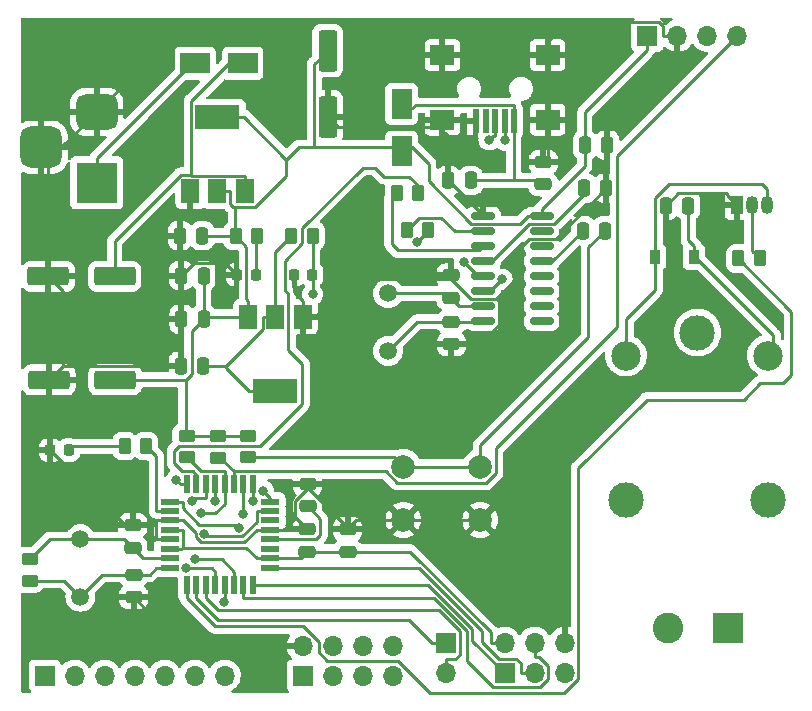
<source format=gbr>
%TF.GenerationSoftware,KiCad,Pcbnew,(6.0.5)*%
%TF.CreationDate,2022-09-16T11:29:29+05:30*%
%TF.ProjectId,wifi-module,77696669-2d6d-46f6-9475-6c652e6b6963,rev?*%
%TF.SameCoordinates,Original*%
%TF.FileFunction,Copper,L1,Top*%
%TF.FilePolarity,Positive*%
%FSLAX46Y46*%
G04 Gerber Fmt 4.6, Leading zero omitted, Abs format (unit mm)*
G04 Created by KiCad (PCBNEW (6.0.5)) date 2022-09-16 11:29:29*
%MOMM*%
%LPD*%
G01*
G04 APERTURE LIST*
G04 Aperture macros list*
%AMRoundRect*
0 Rectangle with rounded corners*
0 $1 Rounding radius*
0 $2 $3 $4 $5 $6 $7 $8 $9 X,Y pos of 4 corners*
0 Add a 4 corners polygon primitive as box body*
4,1,4,$2,$3,$4,$5,$6,$7,$8,$9,$2,$3,0*
0 Add four circle primitives for the rounded corners*
1,1,$1+$1,$2,$3*
1,1,$1+$1,$4,$5*
1,1,$1+$1,$6,$7*
1,1,$1+$1,$8,$9*
0 Add four rect primitives between the rounded corners*
20,1,$1+$1,$2,$3,$4,$5,0*
20,1,$1+$1,$4,$5,$6,$7,0*
20,1,$1+$1,$6,$7,$8,$9,0*
20,1,$1+$1,$8,$9,$2,$3,0*%
G04 Aperture macros list end*
%TA.AperFunction,SMDPad,CuDef*%
%ADD10R,1.800000X2.500000*%
%TD*%
%TA.AperFunction,SMDPad,CuDef*%
%ADD11R,2.500000X1.800000*%
%TD*%
%TA.AperFunction,ComponentPad*%
%ADD12R,1.050000X1.500000*%
%TD*%
%TA.AperFunction,ComponentPad*%
%ADD13O,1.050000X1.500000*%
%TD*%
%TA.AperFunction,ComponentPad*%
%ADD14C,3.000000*%
%TD*%
%TA.AperFunction,ComponentPad*%
%ADD15C,2.500000*%
%TD*%
%TA.AperFunction,SMDPad,CuDef*%
%ADD16RoundRect,0.250000X0.475000X-0.250000X0.475000X0.250000X-0.475000X0.250000X-0.475000X-0.250000X0*%
%TD*%
%TA.AperFunction,ComponentPad*%
%ADD17C,2.000000*%
%TD*%
%TA.AperFunction,SMDPad,CuDef*%
%ADD18RoundRect,0.218750X-0.218750X-0.256250X0.218750X-0.256250X0.218750X0.256250X-0.218750X0.256250X0*%
%TD*%
%TA.AperFunction,SMDPad,CuDef*%
%ADD19RoundRect,0.250000X-0.475000X0.250000X-0.475000X-0.250000X0.475000X-0.250000X0.475000X0.250000X0*%
%TD*%
%TA.AperFunction,ComponentPad*%
%ADD20R,3.500000X3.500000*%
%TD*%
%TA.AperFunction,ComponentPad*%
%ADD21RoundRect,0.750000X-1.000000X0.750000X-1.000000X-0.750000X1.000000X-0.750000X1.000000X0.750000X0*%
%TD*%
%TA.AperFunction,ComponentPad*%
%ADD22RoundRect,0.875000X-0.875000X0.875000X-0.875000X-0.875000X0.875000X-0.875000X0.875000X0.875000X0*%
%TD*%
%TA.AperFunction,SMDPad,CuDef*%
%ADD23R,1.500000X2.000000*%
%TD*%
%TA.AperFunction,SMDPad,CuDef*%
%ADD24R,3.800000X2.000000*%
%TD*%
%TA.AperFunction,ComponentPad*%
%ADD25C,1.500000*%
%TD*%
%TA.AperFunction,SMDPad,CuDef*%
%ADD26RoundRect,0.250000X1.500000X0.550000X-1.500000X0.550000X-1.500000X-0.550000X1.500000X-0.550000X0*%
%TD*%
%TA.AperFunction,ComponentPad*%
%ADD27R,1.700000X1.700000*%
%TD*%
%TA.AperFunction,ComponentPad*%
%ADD28O,1.700000X1.700000*%
%TD*%
%TA.AperFunction,SMDPad,CuDef*%
%ADD29RoundRect,0.250000X-0.550000X1.500000X-0.550000X-1.500000X0.550000X-1.500000X0.550000X1.500000X0*%
%TD*%
%TA.AperFunction,SMDPad,CuDef*%
%ADD30RoundRect,0.250000X0.262500X0.450000X-0.262500X0.450000X-0.262500X-0.450000X0.262500X-0.450000X0*%
%TD*%
%TA.AperFunction,SMDPad,CuDef*%
%ADD31RoundRect,0.250000X-0.250000X-0.475000X0.250000X-0.475000X0.250000X0.475000X-0.250000X0.475000X0*%
%TD*%
%TA.AperFunction,SMDPad,CuDef*%
%ADD32RoundRect,0.250000X0.250000X0.475000X-0.250000X0.475000X-0.250000X-0.475000X0.250000X-0.475000X0*%
%TD*%
%TA.AperFunction,SMDPad,CuDef*%
%ADD33RoundRect,0.250000X-0.262500X-0.450000X0.262500X-0.450000X0.262500X0.450000X-0.262500X0.450000X0*%
%TD*%
%TA.AperFunction,SMDPad,CuDef*%
%ADD34R,0.500000X2.000000*%
%TD*%
%TA.AperFunction,SMDPad,CuDef*%
%ADD35R,2.000000X1.700000*%
%TD*%
%TA.AperFunction,SMDPad,CuDef*%
%ADD36RoundRect,0.250000X-0.450000X0.262500X-0.450000X-0.262500X0.450000X-0.262500X0.450000X0.262500X0*%
%TD*%
%TA.AperFunction,ComponentPad*%
%ADD37C,2.600000*%
%TD*%
%TA.AperFunction,ComponentPad*%
%ADD38R,2.600000X2.600000*%
%TD*%
%TA.AperFunction,SMDPad,CuDef*%
%ADD39RoundRect,0.250000X0.450000X-0.262500X0.450000X0.262500X-0.450000X0.262500X-0.450000X-0.262500X0*%
%TD*%
%TA.AperFunction,SMDPad,CuDef*%
%ADD40R,1.600000X0.550000*%
%TD*%
%TA.AperFunction,SMDPad,CuDef*%
%ADD41R,0.550000X1.600000*%
%TD*%
%TA.AperFunction,SMDPad,CuDef*%
%ADD42RoundRect,0.150000X-0.825000X-0.150000X0.825000X-0.150000X0.825000X0.150000X-0.825000X0.150000X0*%
%TD*%
%TA.AperFunction,SMDPad,CuDef*%
%ADD43R,0.900000X1.200000*%
%TD*%
%TA.AperFunction,ViaPad*%
%ADD44C,0.800000*%
%TD*%
%TA.AperFunction,Conductor*%
%ADD45C,0.250000*%
%TD*%
G04 APERTURE END LIST*
D10*
%TO.P,D4,1,K*%
%TO.N,+5V*%
X103650000Y-61120000D03*
%TO.P,D4,2,A*%
%TO.N,Net-(C14-Pad2)*%
X103650000Y-57120000D03*
%TD*%
D11*
%TO.P,D1,1,K*%
%TO.N,Net-(C2-Pad1)*%
X90200000Y-53650000D03*
%TO.P,D1,2,A*%
%TO.N,Net-(D1-Pad2)*%
X86200000Y-53650000D03*
%TD*%
D12*
%TO.P,Q1,1,E*%
%TO.N,GND*%
X132040000Y-65650000D03*
D13*
%TO.P,Q1,2,B*%
%TO.N,Net-(Q1-Pad2)*%
X133310000Y-65650000D03*
%TO.P,Q1,3,C*%
%TO.N,Net-(D6-Pad2)*%
X134580000Y-65650000D03*
%TD*%
D14*
%TO.P,K1,1*%
%TO.N,Net-(K1-Pad1)*%
X128710000Y-76460000D03*
D15*
%TO.P,K1,2*%
%TO.N,Net-(D6-Pad2)*%
X122660000Y-78410000D03*
D14*
%TO.P,K1,3*%
%TO.N,Net-(J8-Pad2)*%
X122660000Y-90610000D03*
%TO.P,K1,4*%
%TO.N,unconnected-(K1-Pad4)*%
X134710000Y-90660000D03*
D15*
%TO.P,K1,5*%
%TO.N,+5V*%
X134660000Y-78410000D03*
%TD*%
D16*
%TO.P,C4,1*%
%TO.N,+5V*%
X99090000Y-95010000D03*
%TO.P,C4,2*%
%TO.N,GND*%
X99090000Y-93110000D03*
%TD*%
D17*
%TO.P,SW1,1*%
%TO.N,RST*%
X110310000Y-87820000D03*
X103810000Y-87820000D03*
%TO.P,SW1,2*%
%TO.N,GND*%
X110310000Y-92320000D03*
X103810000Y-92320000D03*
%TD*%
D18*
%TO.P,D2,1,K*%
%TO.N,GND*%
X73912500Y-86410000D03*
%TO.P,D2,2,A*%
%TO.N,Net-(D2-Pad2)*%
X75487500Y-86410000D03*
%TD*%
D19*
%TO.P,C17,1*%
%TO.N,GND*%
X115650000Y-62020000D03*
%TO.P,C17,2*%
%TO.N,Net-(C14-Pad2)*%
X115650000Y-63920000D03*
%TD*%
D16*
%TO.P,C13,1*%
%TO.N,GND*%
X107870000Y-77460000D03*
%TO.P,C13,2*%
%TO.N,Net-(C13-Pad2)*%
X107870000Y-75560000D03*
%TD*%
D20*
%TO.P,J4,1*%
%TO.N,Net-(D1-Pad2)*%
X77847500Y-63780000D03*
D21*
%TO.P,J4,2*%
%TO.N,GND*%
X77847500Y-57780000D03*
D22*
%TO.P,J4,3*%
X73147500Y-60780000D03*
%TD*%
D23*
%TO.P,U2,1,GND*%
%TO.N,GND*%
X85770000Y-64500000D03*
D24*
%TO.P,U2,2,VO*%
%TO.N,+5V*%
X88070000Y-58200000D03*
D23*
X88070000Y-64500000D03*
%TO.P,U2,3,VI*%
%TO.N,Net-(C2-Pad1)*%
X90370000Y-64500000D03*
%TD*%
D25*
%TO.P,Y1,1,1*%
%TO.N,Net-(C9-Pad1)*%
X76450000Y-98830000D03*
%TO.P,Y1,2,2*%
%TO.N,Net-(C8-Pad1)*%
X76450000Y-93950000D03*
%TD*%
D26*
%TO.P,C6,1*%
%TO.N,+5V*%
X79400000Y-80470000D03*
%TO.P,C6,2*%
%TO.N,GND*%
X73800000Y-80470000D03*
%TD*%
D18*
%TO.P,D3,1,K*%
%TO.N,GND*%
X89735000Y-71570000D03*
%TO.P,D3,2,A*%
%TO.N,Net-(D3-Pad2)*%
X91310000Y-71570000D03*
%TD*%
D26*
%TO.P,C2,1*%
%TO.N,Net-(C2-Pad1)*%
X79360000Y-71700000D03*
%TO.P,C2,2*%
%TO.N,GND*%
X73760000Y-71700000D03*
%TD*%
D27*
%TO.P,J7,1,Pin_1*%
%TO.N,Tx*%
X95280000Y-105500000D03*
D28*
%TO.P,J7,2,Pin_2*%
%TO.N,GND*%
X95280000Y-102960000D03*
%TO.P,J7,3,Pin_3*%
%TO.N,+3V3*%
X97820000Y-105500000D03*
%TO.P,J7,4,Pin_4*%
%TO.N,unconnected-(J7-Pad4)*%
X97820000Y-102960000D03*
%TO.P,J7,5,Pin_5*%
%TO.N,unconnected-(J7-Pad5)*%
X100360000Y-105500000D03*
%TO.P,J7,6,Pin_6*%
%TO.N,unconnected-(J7-Pad6)*%
X100360000Y-102960000D03*
%TO.P,J7,7,Pin_7*%
%TO.N,+3V3*%
X102900000Y-105500000D03*
%TO.P,J7,8,Pin_8*%
%TO.N,Rx*%
X102900000Y-102960000D03*
%TD*%
D29*
%TO.P,C3,1*%
%TO.N,+5V*%
X97390000Y-52600000D03*
%TO.P,C3,2*%
%TO.N,GND*%
X97390000Y-58200000D03*
%TD*%
D30*
%TO.P,R7,1*%
%TO.N,+3V3*%
X96142500Y-68260000D03*
%TO.P,R7,2*%
%TO.N,Net-(C15-Pad1)*%
X94317500Y-68260000D03*
%TD*%
D31*
%TO.P,C19,1*%
%TO.N,Net-(C19-Pad1)*%
X119000000Y-67820000D03*
%TO.P,C19,2*%
%TO.N,RST*%
X120900000Y-67820000D03*
%TD*%
D32*
%TO.P,C7,1*%
%TO.N,+5V*%
X86770000Y-68260000D03*
%TO.P,C7,2*%
%TO.N,GND*%
X84870000Y-68260000D03*
%TD*%
D27*
%TO.P,J2,1,Pin_1*%
%TO.N,D6*%
X107410000Y-102765000D03*
D28*
%TO.P,J2,2,Pin_2*%
%TO.N,D7*%
X107410000Y-105305000D03*
%TD*%
D27*
%TO.P,J3,1,Pin_1*%
%TO.N,D8*%
X73445000Y-105500000D03*
D28*
%TO.P,J3,2,Pin_2*%
%TO.N,D9*%
X75985000Y-105500000D03*
%TO.P,J3,3,Pin_3*%
%TO.N,D10*%
X78525000Y-105500000D03*
%TO.P,J3,4,Pin_4*%
%TO.N,A0*%
X81065000Y-105500000D03*
%TO.P,J3,5,Pin_5*%
%TO.N,A1*%
X83605000Y-105500000D03*
%TO.P,J3,6,Pin_6*%
%TO.N,A2*%
X86145000Y-105500000D03*
%TO.P,J3,7,Pin_7*%
%TO.N,A3*%
X88685000Y-105500000D03*
%TD*%
D33*
%TO.P,R6,1*%
%TO.N,+5V*%
X89597500Y-68270000D03*
%TO.P,R6,2*%
%TO.N,Net-(D3-Pad2)*%
X91422500Y-68270000D03*
%TD*%
D25*
%TO.P,Y2,1,1*%
%TO.N,Net-(C13-Pad2)*%
X102510000Y-78010000D03*
%TO.P,Y2,2,2*%
%TO.N,Net-(C12-Pad2)*%
X102510000Y-73130000D03*
%TD*%
D30*
%TO.P,R10,1*%
%TO.N,Net-(Q1-Pad2)*%
X133982500Y-70190000D03*
%TO.P,R10,2*%
%TO.N,Relay*%
X132157500Y-70190000D03*
%TD*%
D32*
%TO.P,C10,1*%
%TO.N,+5V*%
X86890000Y-71630000D03*
%TO.P,C10,2*%
%TO.N,GND*%
X84990000Y-71630000D03*
%TD*%
D33*
%TO.P,R4,1*%
%TO.N,Net-(D2-Pad2)*%
X80207500Y-86070000D03*
%TO.P,R4,2*%
%TO.N,Net-(R4-Pad2)*%
X82032500Y-86070000D03*
%TD*%
D19*
%TO.P,C1,1*%
%TO.N,GND*%
X95700000Y-89280000D03*
%TO.P,C1,2*%
%TO.N,Net-(C1-Pad2)*%
X95700000Y-91180000D03*
%TD*%
D34*
%TO.P,J6,1,VBUS*%
%TO.N,Net-(C14-Pad2)*%
X113170000Y-58525000D03*
%TO.P,J6,2,D-*%
%TO.N,D-*%
X112370000Y-58525000D03*
%TO.P,J6,3,D+*%
%TO.N,D+*%
X111570000Y-58525000D03*
%TO.P,J6,4,ID*%
%TO.N,unconnected-(J6-Pad4)*%
X110770000Y-58525000D03*
%TO.P,J6,5,GND*%
%TO.N,GND*%
X109970000Y-58525000D03*
D35*
%TO.P,J6,6,Shield*%
X107120000Y-52975000D03*
X107120000Y-58425000D03*
X116020000Y-52975000D03*
X116020000Y-58425000D03*
%TD*%
D36*
%TO.P,R2,1*%
%TO.N,Net-(C8-Pad1)*%
X72170000Y-95630000D03*
%TO.P,R2,2*%
%TO.N,Net-(C9-Pad1)*%
X72170000Y-97455000D03*
%TD*%
D16*
%TO.P,C5,1*%
%TO.N,+5V*%
X95670000Y-95030000D03*
%TO.P,C5,2*%
%TO.N,GND*%
X95670000Y-93130000D03*
%TD*%
D19*
%TO.P,C12,1*%
%TO.N,GND*%
X107850000Y-71620000D03*
%TO.P,C12,2*%
%TO.N,Net-(C12-Pad2)*%
X107850000Y-73520000D03*
%TD*%
D37*
%TO.P,J8,2,Pin_2*%
%TO.N,Net-(J8-Pad2)*%
X126195000Y-101465000D03*
D38*
%TO.P,J8,1,Pin_1*%
%TO.N,Net-(K1-Pad1)*%
X131275000Y-101465000D03*
%TD*%
D39*
%TO.P,R5,1*%
%TO.N,RST*%
X90690000Y-87022500D03*
%TO.P,R5,2*%
%TO.N,+5V*%
X90690000Y-85197500D03*
%TD*%
D40*
%TO.P,U1,1,PD3*%
%TO.N,Tx*%
X84020000Y-90770000D03*
%TO.P,U1,2,PD4*%
%TO.N,Net-(R4-Pad2)*%
X84020000Y-91570000D03*
%TO.P,U1,3,GND*%
%TO.N,GND*%
X84020000Y-92370000D03*
%TO.P,U1,4,VCC*%
%TO.N,+5V*%
X84020000Y-93170000D03*
%TO.P,U1,5,GND*%
%TO.N,GND*%
X84020000Y-93970000D03*
%TO.P,U1,6,VCC*%
%TO.N,+5V*%
X84020000Y-94770000D03*
%TO.P,U1,7,XTAL1/PB6*%
%TO.N,Net-(C8-Pad1)*%
X84020000Y-95570000D03*
%TO.P,U1,8,XTAL2/PB7*%
%TO.N,Net-(C9-Pad1)*%
X84020000Y-96370000D03*
D41*
%TO.P,U1,9,PD5*%
%TO.N,Relay*%
X85470000Y-97820000D03*
%TO.P,U1,10,PD6*%
%TO.N,D6*%
X86270000Y-97820000D03*
%TO.P,U1,11,PD7*%
%TO.N,D7*%
X87070000Y-97820000D03*
%TO.P,U1,12,PB0*%
%TO.N,D8*%
X87870000Y-97820000D03*
%TO.P,U1,13,PB1*%
%TO.N,D9*%
X88670000Y-97820000D03*
%TO.P,U1,14,PB2*%
%TO.N,D10*%
X89470000Y-97820000D03*
%TO.P,U1,15,PB3*%
%TO.N,MOSI*%
X90270000Y-97820000D03*
%TO.P,U1,16,PB4*%
%TO.N,MISO*%
X91070000Y-97820000D03*
D40*
%TO.P,U1,17,PB5*%
%TO.N,SCK*%
X92520000Y-96370000D03*
%TO.P,U1,18,AVCC*%
%TO.N,+5V*%
X92520000Y-95570000D03*
%TO.P,U1,19,ADC6*%
%TO.N,unconnected-(U1-Pad19)*%
X92520000Y-94770000D03*
%TO.P,U1,20,AREF*%
%TO.N,Net-(C1-Pad2)*%
X92520000Y-93970000D03*
%TO.P,U1,21,GND*%
%TO.N,GND*%
X92520000Y-93170000D03*
%TO.P,U1,22,ADC7*%
%TO.N,unconnected-(U1-Pad22)*%
X92520000Y-92370000D03*
%TO.P,U1,23,PC0*%
%TO.N,A0*%
X92520000Y-91570000D03*
%TO.P,U1,24,PC1*%
%TO.N,A1*%
X92520000Y-90770000D03*
D41*
%TO.P,U1,25,PC2*%
%TO.N,A2*%
X91070000Y-89320000D03*
%TO.P,U1,26,PC3*%
%TO.N,A3*%
X90270000Y-89320000D03*
%TO.P,U1,27,PC4*%
%TO.N,SDA*%
X89470000Y-89320000D03*
%TO.P,U1,28,PC5*%
%TO.N,SCL*%
X88670000Y-89320000D03*
%TO.P,U1,29,~{RESET}/PC6*%
%TO.N,RST*%
X87870000Y-89320000D03*
%TO.P,U1,30,PD0*%
%TO.N,USB_RX*%
X87070000Y-89320000D03*
%TO.P,U1,31,PD1*%
%TO.N,USB_TX*%
X86270000Y-89320000D03*
%TO.P,U1,32,PD2*%
%TO.N,Rx*%
X85470000Y-89320000D03*
%TD*%
D27*
%TO.P,J1,1,Pin_1*%
%TO.N,+5V*%
X124460000Y-51330000D03*
D28*
%TO.P,J1,2,Pin_2*%
%TO.N,GND*%
X127000000Y-51330000D03*
%TO.P,J1,3,Pin_3*%
%TO.N,SCL*%
X129540000Y-51330000D03*
%TO.P,J1,4,Pin_4*%
%TO.N,SDA*%
X132080000Y-51330000D03*
%TD*%
D16*
%TO.P,C8,1*%
%TO.N,Net-(C8-Pad1)*%
X80900000Y-94670000D03*
%TO.P,C8,2*%
%TO.N,GND*%
X80900000Y-92770000D03*
%TD*%
D42*
%TO.P,U4,1,GND*%
%TO.N,GND*%
X110565000Y-66605000D03*
%TO.P,U4,2,TXD*%
%TO.N,Net-(R8-Pad1)*%
X110565000Y-67875000D03*
%TO.P,U4,3,RXD*%
%TO.N,Net-(R9-Pad1)*%
X110565000Y-69145000D03*
%TO.P,U4,4,V3*%
%TO.N,Net-(C16-Pad2)*%
X110565000Y-70415000D03*
%TO.P,U4,5,UD+*%
%TO.N,D+*%
X110565000Y-71685000D03*
%TO.P,U4,6,UD-*%
%TO.N,D-*%
X110565000Y-72955000D03*
%TO.P,U4,7,XI*%
%TO.N,Net-(C12-Pad2)*%
X110565000Y-74225000D03*
%TO.P,U4,8,XO*%
%TO.N,Net-(C13-Pad2)*%
X110565000Y-75495000D03*
%TO.P,U4,9,~{CTS}*%
%TO.N,unconnected-(U4-Pad9)*%
X115515000Y-75495000D03*
%TO.P,U4,10,~{DSR}*%
%TO.N,unconnected-(U4-Pad10)*%
X115515000Y-74225000D03*
%TO.P,U4,11,~{RI}*%
%TO.N,unconnected-(U4-Pad11)*%
X115515000Y-72955000D03*
%TO.P,U4,12,~{DCD}*%
%TO.N,unconnected-(U4-Pad12)*%
X115515000Y-71685000D03*
%TO.P,U4,13,~{DTR}*%
%TO.N,Net-(C19-Pad1)*%
X115515000Y-70415000D03*
%TO.P,U4,14,~{RTS}*%
%TO.N,unconnected-(U4-Pad14)*%
X115515000Y-69145000D03*
%TO.P,U4,15,R232*%
%TO.N,unconnected-(U4-Pad15)*%
X115515000Y-67875000D03*
%TO.P,U4,16,VCC*%
%TO.N,+5V*%
X115515000Y-66605000D03*
%TD*%
D31*
%TO.P,C18,1*%
%TO.N,+5V*%
X119180000Y-60590000D03*
%TO.P,C18,2*%
%TO.N,GND*%
X121080000Y-60590000D03*
%TD*%
D18*
%TO.P,D5,1,K*%
%TO.N,GND*%
X94522500Y-71560000D03*
%TO.P,D5,2,A*%
%TO.N,+3V3*%
X96097500Y-71560000D03*
%TD*%
D27*
%TO.P,J5,1,Pin_1*%
%TO.N,MISO*%
X112375000Y-105265000D03*
D28*
%TO.P,J5,2,Pin_2*%
%TO.N,+5V*%
X112375000Y-102725000D03*
%TO.P,J5,3,Pin_3*%
%TO.N,SCK*%
X114915000Y-105265000D03*
%TO.P,J5,4,Pin_4*%
%TO.N,MOSI*%
X114915000Y-102725000D03*
%TO.P,J5,5,Pin_5*%
%TO.N,RST*%
X117455000Y-105265000D03*
%TO.P,J5,6,Pin_6*%
%TO.N,GND*%
X117455000Y-102725000D03*
%TD*%
D33*
%TO.P,R8,1*%
%TO.N,Net-(R8-Pad1)*%
X104077500Y-67750000D03*
%TO.P,R8,2*%
%TO.N,USB_RX*%
X105902500Y-67750000D03*
%TD*%
D39*
%TO.P,R3,1*%
%TO.N,SCL*%
X85450000Y-87012500D03*
%TO.P,R3,2*%
%TO.N,+5V*%
X85450000Y-85187500D03*
%TD*%
D23*
%TO.P,U3,1,GND*%
%TO.N,GND*%
X95280000Y-75110000D03*
%TO.P,U3,2,VO*%
%TO.N,Net-(C15-Pad1)*%
X92980000Y-75110000D03*
D24*
X92980000Y-81410000D03*
D23*
%TO.P,U3,3,VI*%
%TO.N,+5V*%
X90680000Y-75110000D03*
%TD*%
D43*
%TO.P,D6,1,K*%
%TO.N,+5V*%
X128420000Y-70060000D03*
%TO.P,D6,2,A*%
%TO.N,Net-(D6-Pad2)*%
X125120000Y-70060000D03*
%TD*%
D32*
%TO.P,C20,1*%
%TO.N,+5V*%
X127920000Y-65710000D03*
%TO.P,C20,2*%
%TO.N,GND*%
X126020000Y-65710000D03*
%TD*%
D39*
%TO.P,R1,1*%
%TO.N,SDA*%
X88120000Y-87042500D03*
%TO.P,R1,2*%
%TO.N,+5V*%
X88120000Y-85217500D03*
%TD*%
D19*
%TO.P,C9,1*%
%TO.N,Net-(C9-Pad1)*%
X80980000Y-96950000D03*
%TO.P,C9,2*%
%TO.N,GND*%
X80980000Y-98850000D03*
%TD*%
D32*
%TO.P,C15,1*%
%TO.N,Net-(C15-Pad1)*%
X86840000Y-79310000D03*
%TO.P,C15,2*%
%TO.N,GND*%
X84940000Y-79310000D03*
%TD*%
%TO.P,C11,1*%
%TO.N,+5V*%
X86910000Y-75320000D03*
%TO.P,C11,2*%
%TO.N,GND*%
X85010000Y-75320000D03*
%TD*%
D31*
%TO.P,C14,1*%
%TO.N,GND*%
X107600000Y-63570000D03*
%TO.P,C14,2*%
%TO.N,Net-(C14-Pad2)*%
X109500000Y-63570000D03*
%TD*%
D33*
%TO.P,R9,1*%
%TO.N,Net-(R9-Pad1)*%
X103237500Y-64680000D03*
%TO.P,R9,2*%
%TO.N,USB_TX*%
X105062500Y-64680000D03*
%TD*%
D32*
%TO.P,C16,1*%
%TO.N,GND*%
X121000000Y-64230000D03*
%TO.P,C16,2*%
%TO.N,Net-(C16-Pad2)*%
X119100000Y-64230000D03*
%TD*%
D44*
%TO.N,USB_RX*%
X104992800Y-68761300D03*
X85887800Y-90740400D03*
%TO.N,Rx*%
X84594700Y-88963200D03*
%TO.N,Tx*%
X89867300Y-92994600D03*
%TO.N,D+*%
X108966700Y-70491300D03*
X111072800Y-60132100D03*
%TO.N,D-*%
X112150600Y-71950700D03*
X112370000Y-60151100D03*
%TO.N,A3*%
X90270000Y-91801000D03*
%TO.N,A2*%
X91044300Y-90724900D03*
%TO.N,A1*%
X91963600Y-89881500D03*
%TO.N,A0*%
X86953700Y-93502700D03*
%TO.N,D10*%
X86191400Y-95652600D03*
%TO.N,D9*%
X88581200Y-99238700D03*
%TO.N,D8*%
X85424400Y-96388900D03*
%TO.N,SCL*%
X86635800Y-91737900D03*
%TO.N,+3V3*%
X96120000Y-73217100D03*
%TO.N,RST*%
X87837200Y-90748300D03*
%TD*%
D45*
%TO.N,GND*%
X98670000Y-50200000D02*
X85427500Y-50200000D01*
X101445000Y-52975000D02*
X98670000Y-50200000D01*
X107120000Y-52975000D02*
X101445000Y-52975000D01*
X85427500Y-50200000D02*
X77847500Y-57780000D01*
X106465000Y-59080000D02*
X107120000Y-58425000D01*
X98270000Y-59080000D02*
X106465000Y-59080000D01*
X97390000Y-58200000D02*
X98270000Y-59080000D01*
%TO.N,Net-(R9-Pad1)*%
X110203600Y-69506400D02*
X110565000Y-69145000D01*
X102810000Y-65107500D02*
X102810000Y-68960000D01*
X102810000Y-68960000D02*
X103356400Y-69506400D01*
X103356400Y-69506400D02*
X110203600Y-69506400D01*
X103237500Y-64680000D02*
X102810000Y-65107500D01*
%TO.N,USB_TX*%
X104292500Y-63260000D02*
X105032500Y-64000000D01*
X102140000Y-63260000D02*
X104292500Y-63260000D01*
X101375000Y-62495000D02*
X102140000Y-63260000D01*
X100367200Y-62495000D02*
X101375000Y-62495000D01*
X95230000Y-67632200D02*
X100367200Y-62495000D01*
X95230000Y-68897000D02*
X95230000Y-67632200D01*
X93745300Y-70381700D02*
X95230000Y-68897000D01*
X93745300Y-72886900D02*
X93745300Y-70381700D01*
X94055400Y-77935400D02*
X94055400Y-73197000D01*
X95248600Y-79128600D02*
X94055400Y-77935400D01*
X95248600Y-82526000D02*
X95248600Y-79128600D01*
X84796600Y-86100200D02*
X91674400Y-86100200D01*
X84415100Y-86481700D02*
X84796600Y-86100200D01*
X94055400Y-73197000D02*
X93745300Y-72886900D01*
X85094700Y-88194600D02*
X84415100Y-87515000D01*
X84415100Y-87515000D02*
X84415100Y-86481700D01*
X85966800Y-88194600D02*
X85094700Y-88194600D01*
X91674400Y-86100200D02*
X95248600Y-82526000D01*
X86270000Y-88497800D02*
X85966800Y-88194600D01*
X86270000Y-89320000D02*
X86270000Y-88497800D01*
%TO.N,Net-(C14-Pad2)*%
X104845600Y-57199700D02*
X104575300Y-57470000D01*
X103650000Y-57470000D02*
X104575300Y-57470000D01*
X113170000Y-58525000D02*
X113170000Y-57199700D01*
X113170000Y-57199700D02*
X104845600Y-57199700D01*
%TO.N,Net-(D6-Pad2)*%
X134164700Y-63904700D02*
X134580000Y-64320000D01*
X134580000Y-64320000D02*
X134580000Y-65650000D01*
X126280300Y-63904700D02*
X134164700Y-63904700D01*
X125120000Y-65065000D02*
X126280300Y-63904700D01*
X125120000Y-70060000D02*
X125120000Y-65065000D01*
%TO.N,GND*%
X131226900Y-64647200D02*
X131226900Y-64836900D01*
X131226900Y-64836900D02*
X132040000Y-65650000D01*
%TO.N,Net-(Q1-Pad2)*%
X133310000Y-69517500D02*
X133310000Y-65650000D01*
X133982500Y-70190000D02*
X133310000Y-69517500D01*
%TO.N,+5V*%
X128510000Y-70060000D02*
X135140000Y-76690000D01*
X135140000Y-77930000D02*
X134660000Y-78410000D01*
X128420000Y-70060000D02*
X128510000Y-70060000D01*
X135140000Y-76690000D02*
X135140000Y-77930000D01*
%TO.N,Net-(D6-Pad2)*%
X122660000Y-75330000D02*
X122660000Y-78410000D01*
X125120000Y-72870000D02*
X122660000Y-75330000D01*
X125120000Y-70060000D02*
X125120000Y-72870000D01*
%TO.N,SDA*%
X110833243Y-89169900D02*
X111634511Y-88368632D01*
X111634511Y-86255489D02*
X121906400Y-75983600D01*
X121906400Y-75983600D02*
X121906400Y-61503600D01*
X103285600Y-89169900D02*
X110833243Y-89169900D01*
X102310400Y-88194700D02*
X103285600Y-89169900D01*
X89470000Y-88194700D02*
X102310400Y-88194700D01*
X111634511Y-88368632D02*
X111634511Y-86255489D01*
X121906400Y-61503600D02*
X132080000Y-51330000D01*
%TO.N,Relay*%
X136664511Y-80035489D02*
X136664511Y-74697011D01*
X135940000Y-80760000D02*
X136664511Y-80035489D01*
X133993900Y-80760000D02*
X135940000Y-80760000D01*
X132608700Y-82145200D02*
X133993900Y-80760000D01*
X124394800Y-82145200D02*
X132608700Y-82145200D01*
X118629511Y-87910489D02*
X124394800Y-82145200D01*
X118629511Y-105751499D02*
X118629511Y-87910489D01*
X117444210Y-106936800D02*
X118629511Y-105751499D01*
X136664511Y-74697011D02*
X132157500Y-70190000D01*
X106035300Y-106936800D02*
X117444210Y-106936800D01*
X96644600Y-102638800D02*
X96644600Y-103533900D01*
X95334600Y-101328800D02*
X96644600Y-102638800D01*
X87853500Y-101328800D02*
X95334600Y-101328800D01*
X85470000Y-98945300D02*
X87853500Y-101328800D01*
X97340700Y-104230000D02*
X103328500Y-104230000D01*
X103328500Y-104230000D02*
X106035300Y-106936800D01*
X85470000Y-97820000D02*
X85470000Y-98945300D01*
X96644600Y-103533900D02*
X97340700Y-104230000D01*
%TO.N,RST*%
X119470000Y-76860000D02*
X119470000Y-69250000D01*
X110310000Y-86020000D02*
X119470000Y-76860000D01*
X110310000Y-87820000D02*
X110310000Y-86020000D01*
X119470000Y-69250000D02*
X120900000Y-67820000D01*
%TO.N,USB_RX*%
X87070000Y-89320000D02*
X87070000Y-90445300D01*
X86182900Y-90445300D02*
X85887800Y-90740400D01*
X87070000Y-90445300D02*
X86182900Y-90445300D01*
X105902500Y-67851600D02*
X104992800Y-68761300D01*
X105902500Y-67750000D02*
X105902500Y-67851600D01*
%TO.N,Net-(R8-Pad1)*%
X108166300Y-67875000D02*
X110565000Y-67875000D01*
X107015000Y-66723700D02*
X108166300Y-67875000D01*
X105103800Y-66723700D02*
X107015000Y-66723700D01*
X104077500Y-67750000D02*
X105103800Y-66723700D01*
%TO.N,Net-(R4-Pad2)*%
X82894700Y-86932200D02*
X82032500Y-86070000D01*
X82894700Y-91570000D02*
X82894700Y-86932200D01*
X84020000Y-91570000D02*
X82894700Y-91570000D01*
%TO.N,Rx*%
X84951500Y-89320000D02*
X84594700Y-88963200D01*
X85470000Y-89320000D02*
X84951500Y-89320000D01*
%TO.N,Tx*%
X84020000Y-90770000D02*
X85145300Y-90770000D01*
X89592200Y-92719500D02*
X89867300Y-92994600D01*
X86542900Y-92719500D02*
X89592200Y-92719500D01*
X85145300Y-91321900D02*
X86542900Y-92719500D01*
X85145300Y-90770000D02*
X85145300Y-91321900D01*
%TO.N,D+*%
X111570000Y-58525000D02*
X111570000Y-59850300D01*
X111354600Y-59850300D02*
X111570000Y-59850300D01*
X111072800Y-60132100D02*
X111354600Y-59850300D01*
X110160400Y-71685000D02*
X108966700Y-70491300D01*
X110565000Y-71685000D02*
X110160400Y-71685000D01*
%TO.N,D-*%
X111146300Y-72955000D02*
X112150600Y-71950700D01*
X110565000Y-72955000D02*
X111146300Y-72955000D01*
X112370000Y-58525000D02*
X112370000Y-60151100D01*
%TO.N,MOSI*%
X90270000Y-97820000D02*
X90270000Y-98945300D01*
X114915000Y-102725000D02*
X114915000Y-103900300D01*
X106413200Y-98945300D02*
X90270000Y-98945300D01*
X109206400Y-101738500D02*
X106413200Y-98945300D01*
X109206400Y-104286200D02*
X109206400Y-101738500D01*
X111393100Y-106472900D02*
X109206400Y-104286200D01*
X115372600Y-106472900D02*
X111393100Y-106472900D01*
X116090300Y-105755200D02*
X115372600Y-106472900D01*
X116090300Y-104708200D02*
X116090300Y-105755200D01*
X115282400Y-103900300D02*
X116090300Y-104708200D01*
X114915000Y-103900300D02*
X115282400Y-103900300D01*
%TO.N,SCK*%
X114915000Y-105265000D02*
X113739700Y-105265000D01*
X105111700Y-96370000D02*
X92520000Y-96370000D01*
X110502700Y-101761000D02*
X105111700Y-96370000D01*
X110502700Y-102664900D02*
X110502700Y-101761000D01*
X111927500Y-104089700D02*
X110502700Y-102664900D01*
X113372500Y-104089700D02*
X111927500Y-104089700D01*
X113739700Y-104456900D02*
X113372500Y-104089700D01*
X113739700Y-105265000D02*
X113739700Y-104456900D01*
%TO.N,MISO*%
X105924800Y-97820000D02*
X91070000Y-97820000D01*
X109656700Y-101551900D02*
X105924800Y-97820000D01*
X109656700Y-102546700D02*
X109656700Y-101551900D01*
X112375000Y-105265000D02*
X109656700Y-102546700D01*
%TO.N,A3*%
X90270000Y-89320000D02*
X90270000Y-91801000D01*
%TO.N,A2*%
X91070000Y-89320000D02*
X91070000Y-90445300D01*
X91070000Y-90699200D02*
X91044300Y-90724900D01*
X91070000Y-90445300D02*
X91070000Y-90699200D01*
%TO.N,A1*%
X92520000Y-90437900D02*
X91963600Y-89881500D01*
X92520000Y-90770000D02*
X92520000Y-90437900D01*
%TO.N,A0*%
X92520000Y-91570000D02*
X91394700Y-91570000D01*
X91394700Y-92493000D02*
X91394700Y-91570000D01*
X90167800Y-93719900D02*
X91394700Y-92493000D01*
X87170900Y-93719900D02*
X90167800Y-93719900D01*
X86953700Y-93502700D02*
X87170900Y-93719900D01*
%TO.N,D10*%
X89470000Y-97820000D02*
X89470000Y-96694700D01*
X88427900Y-95652600D02*
X89470000Y-96694700D01*
X86191400Y-95652600D02*
X88427900Y-95652600D01*
%TO.N,D9*%
X88670000Y-97820000D02*
X88670000Y-98945300D01*
X88670000Y-99149900D02*
X88581200Y-99238700D01*
X88670000Y-98945300D02*
X88670000Y-99149900D01*
%TO.N,D8*%
X87564200Y-96388900D02*
X87870000Y-96694700D01*
X85424400Y-96388900D02*
X87564200Y-96388900D01*
X87870000Y-97820000D02*
X87870000Y-96694700D01*
%TO.N,D7*%
X108218100Y-104129700D02*
X107410000Y-104129700D01*
X108585300Y-103762500D02*
X108218100Y-104129700D01*
X108585300Y-101754300D02*
X108585300Y-103762500D01*
X106795000Y-99964000D02*
X108585300Y-101754300D01*
X88088700Y-99964000D02*
X106795000Y-99964000D01*
X87070000Y-98945300D02*
X88088700Y-99964000D01*
X87070000Y-97820000D02*
X87070000Y-98945300D01*
X107410000Y-105305000D02*
X107410000Y-104129700D01*
%TO.N,D6*%
X104253500Y-100783800D02*
X106234700Y-102765000D01*
X88108500Y-100783800D02*
X104253500Y-100783800D01*
X86270000Y-98945300D02*
X88108500Y-100783800D01*
X86270000Y-97820000D02*
X86270000Y-98945300D01*
X107410000Y-102765000D02*
X106234700Y-102765000D01*
%TO.N,SDA*%
X89470000Y-89320000D02*
X89470000Y-88194700D01*
X88317800Y-87042500D02*
X89470000Y-88194700D01*
X88120000Y-87042500D02*
X88317800Y-87042500D01*
%TO.N,SCL*%
X88670000Y-89320000D02*
X88670000Y-88194700D01*
X86632200Y-88194700D02*
X85450000Y-87012500D01*
X88670000Y-88194700D02*
X86632200Y-88194700D01*
X87873400Y-91737900D02*
X86635800Y-91737900D01*
X88670000Y-90941300D02*
X87873400Y-91737900D01*
X88670000Y-89320000D02*
X88670000Y-90941300D01*
%TO.N,+3V3*%
X96097500Y-71560000D02*
X96120000Y-71560000D01*
X96142500Y-71537500D02*
X96120000Y-71560000D01*
X96142500Y-68260000D02*
X96142500Y-71537500D01*
X96120000Y-71560000D02*
X96120000Y-73217100D01*
%TO.N,Net-(D3-Pad2)*%
X91310000Y-68382500D02*
X91310000Y-71570000D01*
X91422500Y-68270000D02*
X91310000Y-68382500D01*
%TO.N,Net-(D2-Pad2)*%
X75827500Y-86070000D02*
X75487500Y-86410000D01*
X80207500Y-86070000D02*
X75827500Y-86070000D01*
%TO.N,Net-(D1-Pad2)*%
X85774700Y-53777500D02*
X77847500Y-61704700D01*
X85774700Y-53650000D02*
X85774700Y-53777500D01*
X86550000Y-53650000D02*
X85774700Y-53650000D01*
X77847500Y-63780000D02*
X77847500Y-61704700D01*
%TO.N,RST*%
X103012500Y-87022500D02*
X90690000Y-87022500D01*
X103810000Y-87820000D02*
X103012500Y-87022500D01*
X110310000Y-87820000D02*
X103810000Y-87820000D01*
X87870000Y-90715500D02*
X87870000Y-89320000D01*
X87837200Y-90748300D02*
X87870000Y-90715500D01*
%TO.N,Net-(C19-Pad1)*%
X116405000Y-70415000D02*
X119000000Y-67820000D01*
X115515000Y-70415000D02*
X116405000Y-70415000D01*
%TO.N,Net-(C16-Pad2)*%
X111302500Y-70415000D02*
X110565000Y-70415000D01*
X114477500Y-67240000D02*
X111302500Y-70415000D01*
X116580000Y-67240000D02*
X114477500Y-67240000D01*
X119100000Y-64720000D02*
X116580000Y-67240000D01*
X119100000Y-64230000D02*
X119100000Y-64720000D01*
%TO.N,Net-(C15-Pad1)*%
X92980000Y-81410000D02*
X90754700Y-81410000D01*
X92980000Y-69597500D02*
X94317500Y-68260000D01*
X92980000Y-75110000D02*
X92980000Y-69597500D01*
X92980000Y-75110000D02*
X91904700Y-75110000D01*
X86840000Y-79310000D02*
X88780000Y-79310000D01*
X91904700Y-76185300D02*
X91904700Y-75110000D01*
X88780000Y-79310000D02*
X91904700Y-76185300D01*
X88780000Y-79435300D02*
X90754700Y-81410000D01*
X88780000Y-79310000D02*
X88780000Y-79435300D01*
%TO.N,Net-(C14-Pad2)*%
X113170000Y-58525000D02*
X113170000Y-59850300D01*
X113170000Y-63570000D02*
X113170000Y-59850300D01*
X109500000Y-63570000D02*
X113170000Y-63570000D01*
X115300000Y-63570000D02*
X115650000Y-63920000D01*
X113170000Y-63570000D02*
X115300000Y-63570000D01*
%TO.N,Net-(C13-Pad2)*%
X110500000Y-75560000D02*
X107870000Y-75560000D01*
X110565000Y-75495000D02*
X110500000Y-75560000D01*
X104960000Y-75560000D02*
X107870000Y-75560000D01*
X102510000Y-78010000D02*
X104960000Y-75560000D01*
%TO.N,Net-(C12-Pad2)*%
X108555000Y-74225000D02*
X107850000Y-73520000D01*
X110565000Y-74225000D02*
X108555000Y-74225000D01*
X107460000Y-73130000D02*
X107850000Y-73520000D01*
X102510000Y-73130000D02*
X107460000Y-73130000D01*
%TO.N,Net-(C9-Pad1)*%
X84020000Y-96370000D02*
X82894700Y-96370000D01*
X75075000Y-97455000D02*
X76450000Y-98830000D01*
X72170000Y-97455000D02*
X75075000Y-97455000D01*
X82314700Y-96950000D02*
X80980000Y-96950000D01*
X82894700Y-96370000D02*
X82314700Y-96950000D01*
X78330000Y-96950000D02*
X76450000Y-98830000D01*
X80980000Y-96950000D02*
X78330000Y-96950000D01*
%TO.N,Net-(C8-Pad1)*%
X81800000Y-95570000D02*
X80900000Y-94670000D01*
X84020000Y-95570000D02*
X81800000Y-95570000D01*
X80180000Y-93950000D02*
X76450000Y-93950000D01*
X80900000Y-94670000D02*
X80180000Y-93950000D01*
X73850000Y-93950000D02*
X72170000Y-95630000D01*
X76450000Y-93950000D02*
X73850000Y-93950000D01*
%TO.N,+5V*%
X112375000Y-102725000D02*
X111199700Y-102725000D01*
X88140000Y-85197500D02*
X90690000Y-85197500D01*
X88120000Y-85217500D02*
X88140000Y-85197500D01*
X89587500Y-68260000D02*
X86770000Y-68260000D01*
X88070000Y-64500000D02*
X89145300Y-64500000D01*
X89587500Y-65826500D02*
X89587500Y-68260000D01*
X89145300Y-65570900D02*
X89145300Y-64500000D01*
X89400900Y-65826500D02*
X89145300Y-65570900D01*
X89587500Y-65826500D02*
X89400900Y-65826500D01*
X88090000Y-85187500D02*
X85450000Y-85187500D01*
X88120000Y-85217500D02*
X88090000Y-85187500D01*
X85890000Y-79973400D02*
X85393400Y-80470000D01*
X85890000Y-76340000D02*
X85890000Y-79973400D01*
X86910000Y-75320000D02*
X85890000Y-76340000D01*
X85393400Y-80470000D02*
X79400000Y-80470000D01*
X85393400Y-85130900D02*
X85450000Y-85187500D01*
X85393400Y-80470000D02*
X85393400Y-85130900D01*
X84020000Y-94770000D02*
X85032700Y-94770000D01*
X84020000Y-93170000D02*
X85145300Y-93170000D01*
X103650000Y-60770000D02*
X104575300Y-60770000D01*
X85145300Y-93170000D02*
X85145300Y-94657400D01*
X85145300Y-94657400D02*
X85032700Y-94770000D01*
X92520000Y-95570000D02*
X91394700Y-95570000D01*
X119180000Y-57785300D02*
X124460000Y-52505300D01*
X119180000Y-60590000D02*
X119180000Y-57785300D01*
X124460000Y-51330000D02*
X124460000Y-52505300D01*
X114338300Y-66605000D02*
X115515000Y-66605000D01*
X113703300Y-67240000D02*
X114338300Y-66605000D01*
X109540400Y-67240000D02*
X113703300Y-67240000D01*
X105955700Y-63655300D02*
X109540400Y-67240000D01*
X105955700Y-62150400D02*
X105955700Y-63655300D01*
X104575300Y-60770000D02*
X105955700Y-62150400D01*
X119180000Y-62351700D02*
X119180000Y-60590000D01*
X115515000Y-66016700D02*
X119180000Y-62351700D01*
X115515000Y-66605000D02*
X115515000Y-66016700D01*
X90680000Y-75110000D02*
X89604700Y-75110000D01*
X86910000Y-75110000D02*
X89604700Y-75110000D01*
X86910000Y-75320000D02*
X86910000Y-75110000D01*
X86910000Y-71650000D02*
X86890000Y-71630000D01*
X86910000Y-75110000D02*
X86910000Y-71650000D01*
X89587500Y-68260000D02*
X89597500Y-68270000D01*
X90522500Y-73627200D02*
X90680000Y-73784700D01*
X90522500Y-69195000D02*
X90522500Y-73627200D01*
X89597500Y-68270000D02*
X90522500Y-69195000D01*
X90680000Y-75110000D02*
X90680000Y-73784700D01*
X88070000Y-58200000D02*
X90295300Y-58200000D01*
X93906500Y-63203400D02*
X93906500Y-61811200D01*
X91283400Y-65826500D02*
X93906500Y-63203400D01*
X89587500Y-65826500D02*
X91283400Y-65826500D01*
X93906500Y-61811200D02*
X90295300Y-58200000D01*
X96263600Y-53726400D02*
X96263600Y-60770000D01*
X97390000Y-52600000D02*
X96263600Y-53726400D01*
X103650000Y-60770000D02*
X96263600Y-60770000D01*
X94947700Y-60770000D02*
X93906500Y-61811200D01*
X96263600Y-60770000D02*
X94947700Y-60770000D01*
X104388600Y-95010000D02*
X99090000Y-95010000D01*
X111199700Y-101821100D02*
X104388600Y-95010000D01*
X111199700Y-102725000D02*
X111199700Y-101821100D01*
X90503000Y-94678300D02*
X91394700Y-95570000D01*
X85166200Y-94678300D02*
X90503000Y-94678300D01*
X85145300Y-94657400D02*
X85166200Y-94678300D01*
X95690000Y-95010000D02*
X95670000Y-95030000D01*
X99090000Y-95010000D02*
X95690000Y-95010000D01*
X95130000Y-95570000D02*
X92520000Y-95570000D01*
X95670000Y-95030000D02*
X95130000Y-95570000D01*
X127920000Y-68634700D02*
X127920000Y-65710000D01*
X128420000Y-69134700D02*
X127920000Y-68634700D01*
X128420000Y-70060000D02*
X128420000Y-69134700D01*
%TO.N,Net-(C2-Pad1)*%
X90370000Y-64500000D02*
X90370000Y-63174700D01*
X85844600Y-56880100D02*
X85844600Y-63118700D01*
X89074700Y-53650000D02*
X85844600Y-56880100D01*
X85900600Y-63174700D02*
X85844600Y-63118700D01*
X90370000Y-63174700D02*
X85900600Y-63174700D01*
X79360000Y-68696600D02*
X79360000Y-71700000D01*
X84937900Y-63118700D02*
X79360000Y-68696600D01*
X85844600Y-63118700D02*
X84937900Y-63118700D01*
X89850000Y-53650000D02*
X89074700Y-53650000D01*
%TO.N,Net-(C1-Pad2)*%
X96771200Y-92251200D02*
X95700000Y-91180000D01*
X96771200Y-93603400D02*
X96771200Y-92251200D01*
X96404600Y-93970000D02*
X96771200Y-93603400D01*
X92520000Y-93970000D02*
X96404600Y-93970000D01*
%TO.N,GND*%
X84990000Y-71630000D02*
X86088100Y-70531900D01*
X74960000Y-72900000D02*
X73760000Y-71700000D01*
X74960000Y-79310000D02*
X74960000Y-72900000D01*
X84940000Y-79310000D02*
X74960000Y-79310000D01*
X74960000Y-79310000D02*
X73800000Y-80470000D01*
X84990000Y-75300000D02*
X84990000Y-71630000D01*
X85010000Y-75320000D02*
X84990000Y-75300000D01*
X109970000Y-58525000D02*
X109970000Y-59850300D01*
X109970000Y-59850300D02*
X107600000Y-59850300D01*
X107350000Y-59600300D02*
X107600000Y-59850300D01*
X107120000Y-59600300D02*
X107350000Y-59600300D01*
X107600000Y-59850300D02*
X107600000Y-63570000D01*
X107120000Y-58425000D02*
X107120000Y-59600300D01*
X110565000Y-66535000D02*
X110565000Y-66605000D01*
X107600000Y-63570000D02*
X110565000Y-66535000D01*
X113429900Y-71832200D02*
X111672100Y-73590000D01*
X113429900Y-69554700D02*
X113429900Y-71832200D01*
X114474600Y-68510000D02*
X113429900Y-69554700D01*
X116720000Y-68510000D02*
X114474600Y-68510000D01*
X121000000Y-64230000D02*
X116720000Y-68510000D01*
X73912500Y-80582500D02*
X73800000Y-80470000D01*
X73912500Y-86410000D02*
X73912500Y-80582500D01*
X111875900Y-73793800D02*
X111672100Y-73590000D01*
X111875900Y-75832200D02*
X111875900Y-73793800D01*
X110248100Y-77460000D02*
X111875900Y-75832200D01*
X107870000Y-77460000D02*
X110248100Y-77460000D01*
X85010000Y-79240000D02*
X85010000Y-75320000D01*
X84940000Y-79310000D02*
X85010000Y-79240000D01*
X127082800Y-64647200D02*
X126020000Y-65710000D01*
X131226900Y-64647200D02*
X127082800Y-64647200D01*
X95280000Y-75110000D02*
X95280000Y-73784700D01*
X94677700Y-92137600D02*
X93645300Y-93170000D01*
X95670000Y-93130000D02*
X94677700Y-92137600D01*
X93082700Y-93170000D02*
X93645300Y-93170000D01*
X93082700Y-93170000D02*
X92520000Y-93170000D01*
X84020000Y-93970000D02*
X82894700Y-93970000D01*
X80272500Y-92770000D02*
X73912500Y-86410000D01*
X80900000Y-92770000D02*
X80272500Y-92770000D01*
X84870000Y-69313800D02*
X84870000Y-68260000D01*
X86088100Y-70531900D02*
X84870000Y-69313800D01*
X84870000Y-66725300D02*
X85770000Y-65825300D01*
X84870000Y-68260000D02*
X84870000Y-66725300D01*
X85770000Y-64500000D02*
X85770000Y-65825300D01*
X94522500Y-73027200D02*
X94522500Y-71560000D01*
X95280000Y-73784700D02*
X94522500Y-73027200D01*
X88696900Y-70531900D02*
X89735000Y-71570000D01*
X86088100Y-70531900D02*
X88696900Y-70531900D01*
X73760000Y-60780000D02*
X73760000Y-71700000D01*
X73147500Y-60780000D02*
X73760000Y-60780000D01*
X74847500Y-60780000D02*
X77847500Y-57780000D01*
X73760000Y-60780000D02*
X74847500Y-60780000D01*
X84020000Y-92370000D02*
X85145300Y-92370000D01*
X92520000Y-93170000D02*
X91394700Y-93170000D01*
X94648600Y-90690000D02*
X95699300Y-89639300D01*
X94648600Y-92108600D02*
X94648600Y-90690000D01*
X94677700Y-92137600D02*
X94648600Y-92108600D01*
X95700000Y-89638600D02*
X95700000Y-89280000D01*
X95699300Y-89639300D02*
X95700000Y-89638600D01*
X99800000Y-92320000D02*
X99090000Y-93030000D01*
X103810000Y-92320000D02*
X99800000Y-92320000D01*
X95699300Y-89639300D02*
X99090000Y-93030000D01*
X99090000Y-93030000D02*
X99090000Y-93110000D01*
X116020000Y-52975000D02*
X107120000Y-52975000D01*
X116020000Y-61650000D02*
X115650000Y-62020000D01*
X116020000Y-58425000D02*
X116020000Y-61650000D01*
X82894700Y-92770000D02*
X82894700Y-92370000D01*
X80900000Y-92770000D02*
X82894700Y-92770000D01*
X82894700Y-92770000D02*
X82894700Y-93970000D01*
X84020000Y-92370000D02*
X82894700Y-92370000D01*
X85090000Y-102960000D02*
X80980000Y-98850000D01*
X95280000Y-102960000D02*
X85090000Y-102960000D01*
X95280000Y-75110000D02*
X96355300Y-75110000D01*
X99573000Y-71892300D02*
X96355300Y-75110000D01*
X107850000Y-71892300D02*
X99573000Y-71892300D01*
X109547700Y-73590000D02*
X107850000Y-71892300D01*
X111672100Y-73590000D02*
X109547700Y-73590000D01*
X107850000Y-71892300D02*
X107850000Y-71620000D01*
X90336700Y-94228000D02*
X91394700Y-93170000D01*
X86653300Y-94228000D02*
X90336700Y-94228000D01*
X86228400Y-93803100D02*
X86653300Y-94228000D01*
X86228400Y-93453100D02*
X86228400Y-93803100D01*
X85145300Y-92370000D02*
X86228400Y-93453100D01*
X103810000Y-92320000D02*
X110310000Y-92320000D01*
X117455000Y-99465000D02*
X117455000Y-102725000D01*
X110310000Y-92320000D02*
X117455000Y-99465000D01*
X127000000Y-51330000D02*
X127000000Y-52505300D01*
X121000000Y-60670000D02*
X121080000Y-60590000D01*
X121000000Y-64230000D02*
X121000000Y-60670000D01*
X121080000Y-58425300D02*
X127000000Y-52505300D01*
X121080000Y-60590000D02*
X121080000Y-58425300D01*
X127000000Y-51330000D02*
X125824700Y-51330000D01*
X116020000Y-52975000D02*
X116020000Y-58425000D01*
X125824700Y-50521900D02*
X125824700Y-51330000D01*
X125457500Y-50154700D02*
X125824700Y-50521900D01*
X117665000Y-50154700D02*
X125457500Y-50154700D01*
X116020000Y-51799700D02*
X117665000Y-50154700D01*
X116020000Y-52975000D02*
X116020000Y-51799700D01*
%TD*%
%TA.AperFunction,Conductor*%
%TO.N,GND*%
G36*
X83101560Y-97143799D02*
G01*
X83102286Y-97143972D01*
X83109684Y-97146745D01*
X83171866Y-97153500D01*
X84560500Y-97153500D01*
X84628621Y-97173502D01*
X84675114Y-97227158D01*
X84686500Y-97279500D01*
X84686500Y-98668134D01*
X84693255Y-98730316D01*
X84744385Y-98866705D01*
X84749770Y-98873890D01*
X84749771Y-98873892D01*
X84813765Y-98959279D01*
X84838877Y-99030882D01*
X84839327Y-99045189D01*
X84842085Y-99054681D01*
X84844978Y-99064639D01*
X84848987Y-99084000D01*
X84851526Y-99104097D01*
X84854445Y-99111468D01*
X84854445Y-99111470D01*
X84867804Y-99145212D01*
X84871649Y-99156442D01*
X84883982Y-99198893D01*
X84888015Y-99205712D01*
X84888017Y-99205717D01*
X84894293Y-99216328D01*
X84902988Y-99234076D01*
X84910448Y-99252917D01*
X84915110Y-99259333D01*
X84915110Y-99259334D01*
X84936436Y-99288687D01*
X84942952Y-99298607D01*
X84965458Y-99336662D01*
X84979779Y-99350983D01*
X84992619Y-99366016D01*
X85004528Y-99382407D01*
X85010634Y-99387458D01*
X85038605Y-99410598D01*
X85047384Y-99418588D01*
X87349848Y-101721053D01*
X87357388Y-101729339D01*
X87361500Y-101735818D01*
X87367277Y-101741243D01*
X87411151Y-101782443D01*
X87413993Y-101785198D01*
X87433730Y-101804935D01*
X87436927Y-101807415D01*
X87445947Y-101815118D01*
X87478179Y-101845386D01*
X87485125Y-101849205D01*
X87485128Y-101849207D01*
X87495934Y-101855148D01*
X87512453Y-101865999D01*
X87528459Y-101878414D01*
X87535728Y-101881559D01*
X87535732Y-101881562D01*
X87569037Y-101895974D01*
X87579687Y-101901191D01*
X87618440Y-101922495D01*
X87626115Y-101924466D01*
X87626116Y-101924466D01*
X87638062Y-101927533D01*
X87656767Y-101933937D01*
X87675355Y-101941981D01*
X87683178Y-101943220D01*
X87683188Y-101943223D01*
X87719024Y-101948899D01*
X87730644Y-101951305D01*
X87765789Y-101960328D01*
X87773470Y-101962300D01*
X87793724Y-101962300D01*
X87813434Y-101963851D01*
X87833443Y-101967020D01*
X87841335Y-101966274D01*
X87877461Y-101962859D01*
X87889319Y-101962300D01*
X94078150Y-101962300D01*
X94146271Y-101982302D01*
X94192764Y-102035958D01*
X94202868Y-102106232D01*
X94182238Y-102159304D01*
X94098098Y-102282648D01*
X94093000Y-102291623D01*
X94003338Y-102484783D01*
X93999775Y-102494470D01*
X93944389Y-102694183D01*
X93945912Y-102702607D01*
X93958292Y-102706000D01*
X95408000Y-102706000D01*
X95476121Y-102726002D01*
X95522614Y-102779658D01*
X95534000Y-102832000D01*
X95534000Y-103088000D01*
X95513998Y-103156121D01*
X95460342Y-103202614D01*
X95408000Y-103214000D01*
X93963225Y-103214000D01*
X93949694Y-103217973D01*
X93948257Y-103227966D01*
X93978565Y-103362446D01*
X93981645Y-103372275D01*
X94061770Y-103569603D01*
X94066413Y-103578794D01*
X94177694Y-103760388D01*
X94183777Y-103768699D01*
X94323213Y-103929667D01*
X94330577Y-103936879D01*
X94335522Y-103940985D01*
X94375156Y-103999889D01*
X94376653Y-104070870D01*
X94339537Y-104131392D01*
X94299264Y-104155910D01*
X94191705Y-104196232D01*
X94191704Y-104196233D01*
X94183295Y-104199385D01*
X94066739Y-104286739D01*
X93979385Y-104403295D01*
X93928255Y-104539684D01*
X93921500Y-104601866D01*
X93921500Y-106398134D01*
X93928255Y-106460316D01*
X93979385Y-106596705D01*
X94066739Y-106713261D01*
X94073919Y-106718642D01*
X94080269Y-106724992D01*
X94078022Y-106727239D01*
X94111143Y-106771544D01*
X94116162Y-106842363D01*
X94082097Y-106904653D01*
X94019762Y-106938638D01*
X93993059Y-106941500D01*
X89374223Y-106941500D01*
X89306102Y-106921498D01*
X89259609Y-106867842D01*
X89249505Y-106797568D01*
X89278999Y-106732988D01*
X89318789Y-106702350D01*
X89382994Y-106670896D01*
X89564860Y-106541173D01*
X89723096Y-106383489D01*
X89827843Y-106237718D01*
X89850435Y-106206277D01*
X89853453Y-106202077D01*
X89867294Y-106174073D01*
X89950136Y-106006453D01*
X89950137Y-106006451D01*
X89952430Y-106001811D01*
X90010265Y-105811453D01*
X90015865Y-105793023D01*
X90015865Y-105793021D01*
X90017370Y-105788069D01*
X90046529Y-105566590D01*
X90048156Y-105500000D01*
X90029852Y-105277361D01*
X89975431Y-105060702D01*
X89886354Y-104855840D01*
X89765014Y-104668277D01*
X89614670Y-104503051D01*
X89610619Y-104499852D01*
X89610615Y-104499848D01*
X89443414Y-104367800D01*
X89443410Y-104367798D01*
X89439359Y-104364598D01*
X89243789Y-104256638D01*
X89238920Y-104254914D01*
X89238916Y-104254912D01*
X89038087Y-104183795D01*
X89038083Y-104183794D01*
X89033212Y-104182069D01*
X89028119Y-104181162D01*
X89028116Y-104181161D01*
X88818373Y-104143800D01*
X88818367Y-104143799D01*
X88813284Y-104142894D01*
X88739452Y-104141992D01*
X88595081Y-104140228D01*
X88595079Y-104140228D01*
X88589911Y-104140165D01*
X88369091Y-104173955D01*
X88156756Y-104243357D01*
X87958607Y-104346507D01*
X87954474Y-104349610D01*
X87954471Y-104349612D01*
X87784100Y-104477530D01*
X87779965Y-104480635D01*
X87776393Y-104484373D01*
X87633175Y-104634242D01*
X87625629Y-104642138D01*
X87518201Y-104799621D01*
X87463293Y-104844621D01*
X87392768Y-104852792D01*
X87329021Y-104821538D01*
X87308324Y-104797054D01*
X87227822Y-104672617D01*
X87227820Y-104672614D01*
X87225014Y-104668277D01*
X87074670Y-104503051D01*
X87070619Y-104499852D01*
X87070615Y-104499848D01*
X86903414Y-104367800D01*
X86903410Y-104367798D01*
X86899359Y-104364598D01*
X86703789Y-104256638D01*
X86698920Y-104254914D01*
X86698916Y-104254912D01*
X86498087Y-104183795D01*
X86498083Y-104183794D01*
X86493212Y-104182069D01*
X86488119Y-104181162D01*
X86488116Y-104181161D01*
X86278373Y-104143800D01*
X86278367Y-104143799D01*
X86273284Y-104142894D01*
X86199452Y-104141992D01*
X86055081Y-104140228D01*
X86055079Y-104140228D01*
X86049911Y-104140165D01*
X85829091Y-104173955D01*
X85616756Y-104243357D01*
X85418607Y-104346507D01*
X85414474Y-104349610D01*
X85414471Y-104349612D01*
X85244100Y-104477530D01*
X85239965Y-104480635D01*
X85236393Y-104484373D01*
X85093175Y-104634242D01*
X85085629Y-104642138D01*
X84978201Y-104799621D01*
X84923293Y-104844621D01*
X84852768Y-104852792D01*
X84789021Y-104821538D01*
X84768324Y-104797054D01*
X84687822Y-104672617D01*
X84687820Y-104672614D01*
X84685014Y-104668277D01*
X84534670Y-104503051D01*
X84530619Y-104499852D01*
X84530615Y-104499848D01*
X84363414Y-104367800D01*
X84363410Y-104367798D01*
X84359359Y-104364598D01*
X84163789Y-104256638D01*
X84158920Y-104254914D01*
X84158916Y-104254912D01*
X83958087Y-104183795D01*
X83958083Y-104183794D01*
X83953212Y-104182069D01*
X83948119Y-104181162D01*
X83948116Y-104181161D01*
X83738373Y-104143800D01*
X83738367Y-104143799D01*
X83733284Y-104142894D01*
X83659452Y-104141992D01*
X83515081Y-104140228D01*
X83515079Y-104140228D01*
X83509911Y-104140165D01*
X83289091Y-104173955D01*
X83076756Y-104243357D01*
X82878607Y-104346507D01*
X82874474Y-104349610D01*
X82874471Y-104349612D01*
X82704100Y-104477530D01*
X82699965Y-104480635D01*
X82696393Y-104484373D01*
X82553175Y-104634242D01*
X82545629Y-104642138D01*
X82438201Y-104799621D01*
X82383293Y-104844621D01*
X82312768Y-104852792D01*
X82249021Y-104821538D01*
X82228324Y-104797054D01*
X82147822Y-104672617D01*
X82147820Y-104672614D01*
X82145014Y-104668277D01*
X81994670Y-104503051D01*
X81990619Y-104499852D01*
X81990615Y-104499848D01*
X81823414Y-104367800D01*
X81823410Y-104367798D01*
X81819359Y-104364598D01*
X81623789Y-104256638D01*
X81618920Y-104254914D01*
X81618916Y-104254912D01*
X81418087Y-104183795D01*
X81418083Y-104183794D01*
X81413212Y-104182069D01*
X81408119Y-104181162D01*
X81408116Y-104181161D01*
X81198373Y-104143800D01*
X81198367Y-104143799D01*
X81193284Y-104142894D01*
X81119452Y-104141992D01*
X80975081Y-104140228D01*
X80975079Y-104140228D01*
X80969911Y-104140165D01*
X80749091Y-104173955D01*
X80536756Y-104243357D01*
X80338607Y-104346507D01*
X80334474Y-104349610D01*
X80334471Y-104349612D01*
X80164100Y-104477530D01*
X80159965Y-104480635D01*
X80156393Y-104484373D01*
X80013175Y-104634242D01*
X80005629Y-104642138D01*
X79898201Y-104799621D01*
X79843293Y-104844621D01*
X79772768Y-104852792D01*
X79709021Y-104821538D01*
X79688324Y-104797054D01*
X79607822Y-104672617D01*
X79607820Y-104672614D01*
X79605014Y-104668277D01*
X79454670Y-104503051D01*
X79450619Y-104499852D01*
X79450615Y-104499848D01*
X79283414Y-104367800D01*
X79283410Y-104367798D01*
X79279359Y-104364598D01*
X79083789Y-104256638D01*
X79078920Y-104254914D01*
X79078916Y-104254912D01*
X78878087Y-104183795D01*
X78878083Y-104183794D01*
X78873212Y-104182069D01*
X78868119Y-104181162D01*
X78868116Y-104181161D01*
X78658373Y-104143800D01*
X78658367Y-104143799D01*
X78653284Y-104142894D01*
X78579452Y-104141992D01*
X78435081Y-104140228D01*
X78435079Y-104140228D01*
X78429911Y-104140165D01*
X78209091Y-104173955D01*
X77996756Y-104243357D01*
X77798607Y-104346507D01*
X77794474Y-104349610D01*
X77794471Y-104349612D01*
X77624100Y-104477530D01*
X77619965Y-104480635D01*
X77616393Y-104484373D01*
X77473175Y-104634242D01*
X77465629Y-104642138D01*
X77358201Y-104799621D01*
X77303293Y-104844621D01*
X77232768Y-104852792D01*
X77169021Y-104821538D01*
X77148324Y-104797054D01*
X77067822Y-104672617D01*
X77067820Y-104672614D01*
X77065014Y-104668277D01*
X76914670Y-104503051D01*
X76910619Y-104499852D01*
X76910615Y-104499848D01*
X76743414Y-104367800D01*
X76743410Y-104367798D01*
X76739359Y-104364598D01*
X76543789Y-104256638D01*
X76538920Y-104254914D01*
X76538916Y-104254912D01*
X76338087Y-104183795D01*
X76338083Y-104183794D01*
X76333212Y-104182069D01*
X76328119Y-104181162D01*
X76328116Y-104181161D01*
X76118373Y-104143800D01*
X76118367Y-104143799D01*
X76113284Y-104142894D01*
X76039452Y-104141992D01*
X75895081Y-104140228D01*
X75895079Y-104140228D01*
X75889911Y-104140165D01*
X75669091Y-104173955D01*
X75456756Y-104243357D01*
X75258607Y-104346507D01*
X75254474Y-104349610D01*
X75254471Y-104349612D01*
X75084100Y-104477530D01*
X75079965Y-104480635D01*
X75023537Y-104539684D01*
X74999283Y-104565064D01*
X74937759Y-104600494D01*
X74866846Y-104597037D01*
X74809060Y-104555791D01*
X74790207Y-104522243D01*
X74748767Y-104411703D01*
X74745615Y-104403295D01*
X74658261Y-104286739D01*
X74541705Y-104199385D01*
X74405316Y-104148255D01*
X74343134Y-104141500D01*
X72546866Y-104141500D01*
X72484684Y-104148255D01*
X72348295Y-104199385D01*
X72231739Y-104286739D01*
X72144385Y-104403295D01*
X72093255Y-104539684D01*
X72086500Y-104601866D01*
X72086500Y-106398134D01*
X72093255Y-106460316D01*
X72144385Y-106596705D01*
X72231739Y-106713261D01*
X72238919Y-106718642D01*
X72245269Y-106724992D01*
X72243022Y-106727239D01*
X72276143Y-106771544D01*
X72281162Y-106842363D01*
X72247097Y-106904653D01*
X72184762Y-106938638D01*
X72158059Y-106941500D01*
X71544500Y-106941500D01*
X71476379Y-106921498D01*
X71429886Y-106867842D01*
X71418500Y-106815500D01*
X71418500Y-98588970D01*
X71438502Y-98520849D01*
X71492158Y-98474356D01*
X71562123Y-98464296D01*
X71565139Y-98465297D01*
X71571977Y-98465998D01*
X71571979Y-98465998D01*
X71604784Y-98469359D01*
X71669600Y-98476000D01*
X72670400Y-98476000D01*
X72673646Y-98475663D01*
X72673650Y-98475663D01*
X72769308Y-98465738D01*
X72769312Y-98465737D01*
X72776166Y-98465026D01*
X72782702Y-98462845D01*
X72782704Y-98462845D01*
X72936998Y-98411368D01*
X72943946Y-98409050D01*
X73094348Y-98315978D01*
X73219305Y-98190803D01*
X73223148Y-98184569D01*
X73245454Y-98148383D01*
X73298226Y-98100890D01*
X73352713Y-98088500D01*
X74760406Y-98088500D01*
X74828527Y-98108502D01*
X74849501Y-98125405D01*
X75181672Y-98457576D01*
X75215698Y-98519888D01*
X75214284Y-98579281D01*
X75207309Y-98605312D01*
X75207308Y-98605319D01*
X75205885Y-98610629D01*
X75186693Y-98830000D01*
X75205885Y-99049371D01*
X75262880Y-99262076D01*
X75294787Y-99330500D01*
X75353618Y-99456666D01*
X75353621Y-99456671D01*
X75355944Y-99461653D01*
X75359100Y-99466160D01*
X75359101Y-99466162D01*
X75429541Y-99566760D01*
X75482251Y-99642038D01*
X75637962Y-99797749D01*
X75818346Y-99924056D01*
X76017924Y-100017120D01*
X76230629Y-100074115D01*
X76450000Y-100093307D01*
X76669371Y-100074115D01*
X76882076Y-100017120D01*
X77081654Y-99924056D01*
X77262038Y-99797749D01*
X77417749Y-99642038D01*
X77470460Y-99566760D01*
X77540899Y-99466162D01*
X77540900Y-99466160D01*
X77544056Y-99461653D01*
X77546379Y-99456671D01*
X77546382Y-99456666D01*
X77605213Y-99330500D01*
X77637120Y-99262076D01*
X77667930Y-99147095D01*
X79747001Y-99147095D01*
X79747338Y-99153614D01*
X79757257Y-99249206D01*
X79760149Y-99262600D01*
X79811588Y-99416784D01*
X79817761Y-99429962D01*
X79903063Y-99567807D01*
X79912099Y-99579208D01*
X80026829Y-99693739D01*
X80038240Y-99702751D01*
X80176243Y-99787816D01*
X80189424Y-99793963D01*
X80343710Y-99845138D01*
X80357086Y-99848005D01*
X80451438Y-99857672D01*
X80457854Y-99858000D01*
X80707885Y-99858000D01*
X80723124Y-99853525D01*
X80724329Y-99852135D01*
X80726000Y-99844452D01*
X80726000Y-99839884D01*
X81234000Y-99839884D01*
X81238475Y-99855123D01*
X81239865Y-99856328D01*
X81247548Y-99857999D01*
X81502095Y-99857999D01*
X81508614Y-99857662D01*
X81604206Y-99847743D01*
X81617600Y-99844851D01*
X81771784Y-99793412D01*
X81784962Y-99787239D01*
X81922807Y-99701937D01*
X81934208Y-99692901D01*
X82048739Y-99578171D01*
X82057751Y-99566760D01*
X82142816Y-99428757D01*
X82148963Y-99415576D01*
X82200138Y-99261290D01*
X82203005Y-99247914D01*
X82212672Y-99153562D01*
X82213000Y-99147146D01*
X82213000Y-99122115D01*
X82208525Y-99106876D01*
X82207135Y-99105671D01*
X82199452Y-99104000D01*
X81252115Y-99104000D01*
X81236876Y-99108475D01*
X81235671Y-99109865D01*
X81234000Y-99117548D01*
X81234000Y-99839884D01*
X80726000Y-99839884D01*
X80726000Y-99122115D01*
X80721525Y-99106876D01*
X80720135Y-99105671D01*
X80712452Y-99104000D01*
X79765116Y-99104000D01*
X79749877Y-99108475D01*
X79748672Y-99109865D01*
X79747001Y-99117548D01*
X79747001Y-99147095D01*
X77667930Y-99147095D01*
X77694115Y-99049371D01*
X77713307Y-98830000D01*
X77694115Y-98610629D01*
X77692692Y-98605319D01*
X77692691Y-98605312D01*
X77685716Y-98579281D01*
X77687406Y-98508304D01*
X77718328Y-98457576D01*
X78555499Y-97620405D01*
X78617811Y-97586379D01*
X78644594Y-97583500D01*
X79780101Y-97583500D01*
X79848222Y-97603502D01*
X79887245Y-97643197D01*
X79906522Y-97674348D01*
X80031697Y-97799305D01*
X80036235Y-97802102D01*
X80076824Y-97859353D01*
X80080054Y-97930276D01*
X80044428Y-97991687D01*
X80035932Y-97999062D01*
X80025793Y-98007098D01*
X79911261Y-98121829D01*
X79902249Y-98133240D01*
X79817184Y-98271243D01*
X79811037Y-98284424D01*
X79759862Y-98438710D01*
X79756995Y-98452086D01*
X79747328Y-98546438D01*
X79747000Y-98552855D01*
X79747000Y-98577885D01*
X79751475Y-98593124D01*
X79752865Y-98594329D01*
X79760548Y-98596000D01*
X82194884Y-98596000D01*
X82210123Y-98591525D01*
X82211328Y-98590135D01*
X82212999Y-98582452D01*
X82212999Y-98552905D01*
X82212662Y-98546386D01*
X82202743Y-98450794D01*
X82199851Y-98437400D01*
X82148412Y-98283216D01*
X82142239Y-98270038D01*
X82056937Y-98132193D01*
X82047901Y-98120792D01*
X81933172Y-98006262D01*
X81924238Y-97999206D01*
X81883177Y-97941288D01*
X81879947Y-97870365D01*
X81915574Y-97808954D01*
X81923407Y-97802154D01*
X81929348Y-97798478D01*
X82054305Y-97673303D01*
X82072749Y-97643382D01*
X82125522Y-97595890D01*
X82180008Y-97583500D01*
X82235933Y-97583500D01*
X82247116Y-97584027D01*
X82254609Y-97585702D01*
X82262535Y-97585453D01*
X82262536Y-97585453D01*
X82322686Y-97583562D01*
X82326645Y-97583500D01*
X82354556Y-97583500D01*
X82358491Y-97583003D01*
X82358556Y-97582995D01*
X82370393Y-97582062D01*
X82402651Y-97581048D01*
X82406670Y-97580922D01*
X82414589Y-97580673D01*
X82434043Y-97575021D01*
X82453400Y-97571013D01*
X82465630Y-97569468D01*
X82465631Y-97569468D01*
X82473497Y-97568474D01*
X82480868Y-97565555D01*
X82480870Y-97565555D01*
X82514612Y-97552196D01*
X82525842Y-97548351D01*
X82560683Y-97538229D01*
X82560684Y-97538229D01*
X82568293Y-97536018D01*
X82575112Y-97531985D01*
X82575117Y-97531983D01*
X82585728Y-97525707D01*
X82603476Y-97517012D01*
X82622317Y-97509552D01*
X82658087Y-97483564D01*
X82668007Y-97477048D01*
X82699235Y-97458580D01*
X82699238Y-97458578D01*
X82706062Y-97454542D01*
X82720383Y-97440221D01*
X82735417Y-97427380D01*
X82745393Y-97420132D01*
X82751807Y-97415472D01*
X82779988Y-97381407D01*
X82787978Y-97372626D01*
X82983319Y-97177286D01*
X83045631Y-97143261D01*
X83101560Y-97143799D01*
G37*
%TD.AperFunction*%
%TA.AperFunction,Conductor*%
G36*
X126216121Y-65476002D02*
G01*
X126262614Y-65529658D01*
X126274000Y-65582000D01*
X126274000Y-66924884D01*
X126278475Y-66940123D01*
X126279865Y-66941328D01*
X126287548Y-66942999D01*
X126317095Y-66942999D01*
X126323614Y-66942662D01*
X126419206Y-66932743D01*
X126432600Y-66929851D01*
X126586784Y-66878412D01*
X126599962Y-66872239D01*
X126737807Y-66786937D01*
X126749208Y-66777901D01*
X126863738Y-66663172D01*
X126870794Y-66654238D01*
X126928712Y-66613177D01*
X126999635Y-66609947D01*
X127061046Y-66645574D01*
X127067846Y-66653407D01*
X127071522Y-66659348D01*
X127196697Y-66784305D01*
X127202927Y-66788145D01*
X127226618Y-66802749D01*
X127274110Y-66855522D01*
X127286500Y-66910008D01*
X127286500Y-68555933D01*
X127285973Y-68567116D01*
X127284298Y-68574609D01*
X127284547Y-68582535D01*
X127284547Y-68582536D01*
X127286438Y-68642686D01*
X127286500Y-68646645D01*
X127286500Y-68674556D01*
X127286997Y-68678490D01*
X127286997Y-68678491D01*
X127287005Y-68678556D01*
X127287938Y-68690393D01*
X127289327Y-68734589D01*
X127294978Y-68754039D01*
X127298987Y-68773400D01*
X127300086Y-68782095D01*
X127301526Y-68793497D01*
X127304445Y-68800868D01*
X127304445Y-68800870D01*
X127317804Y-68834612D01*
X127321649Y-68845842D01*
X127328093Y-68868022D01*
X127333982Y-68888293D01*
X127338015Y-68895112D01*
X127338017Y-68895117D01*
X127344293Y-68905728D01*
X127352988Y-68923476D01*
X127360448Y-68942317D01*
X127365110Y-68948733D01*
X127365110Y-68948734D01*
X127386436Y-68978087D01*
X127392952Y-68988007D01*
X127399960Y-68999856D01*
X127415458Y-69026062D01*
X127429779Y-69040383D01*
X127442619Y-69055416D01*
X127454528Y-69071807D01*
X127460636Y-69076860D01*
X127460638Y-69076862D01*
X127475332Y-69089018D01*
X127515070Y-69147852D01*
X127516691Y-69218830D01*
X127512998Y-69230331D01*
X127471029Y-69342282D01*
X127471027Y-69342288D01*
X127468255Y-69349684D01*
X127461500Y-69411866D01*
X127461500Y-70708134D01*
X127468255Y-70770316D01*
X127519385Y-70906705D01*
X127606739Y-71023261D01*
X127723295Y-71110615D01*
X127859684Y-71161745D01*
X127921866Y-71168500D01*
X128670406Y-71168500D01*
X128738527Y-71188502D01*
X128759501Y-71205405D01*
X134100921Y-76546826D01*
X134134947Y-76609138D01*
X134129882Y-76679953D01*
X134087335Y-76736789D01*
X134051137Y-76754866D01*
X134051299Y-76755299D01*
X134047201Y-76756831D01*
X134047094Y-76756884D01*
X134042433Y-76758243D01*
X134038180Y-76760203D01*
X134038179Y-76760204D01*
X134004570Y-76775698D01*
X133805072Y-76867668D01*
X133766105Y-76893216D01*
X133590404Y-77008410D01*
X133590399Y-77008414D01*
X133586491Y-77010976D01*
X133391494Y-77185018D01*
X133224363Y-77385970D01*
X133221934Y-77389973D01*
X133104660Y-77583235D01*
X133088771Y-77609419D01*
X132987697Y-77850455D01*
X132923359Y-78103783D01*
X132922891Y-78108434D01*
X132922890Y-78108438D01*
X132919229Y-78144794D01*
X132897173Y-78363839D01*
X132897397Y-78368505D01*
X132897397Y-78368511D01*
X132901696Y-78458005D01*
X132909713Y-78624908D01*
X132960704Y-78881256D01*
X133049026Y-79127252D01*
X133074342Y-79174368D01*
X133157223Y-79328617D01*
X133172737Y-79357491D01*
X133175532Y-79361234D01*
X133175534Y-79361237D01*
X133326330Y-79563177D01*
X133326335Y-79563183D01*
X133329122Y-79566915D01*
X133332431Y-79570195D01*
X133332436Y-79570201D01*
X133474465Y-79710995D01*
X133514743Y-79750923D01*
X133518505Y-79753681D01*
X133518508Y-79753684D01*
X133720104Y-79901500D01*
X133725524Y-79905474D01*
X133783236Y-79935838D01*
X133834207Y-79985254D01*
X133850370Y-80054386D01*
X133826592Y-80121283D01*
X133770422Y-80164704D01*
X133759732Y-80168338D01*
X133740307Y-80173981D01*
X133733484Y-80178016D01*
X133722866Y-80184295D01*
X133705113Y-80192992D01*
X133697468Y-80196019D01*
X133686283Y-80200448D01*
X133664878Y-80216000D01*
X133650512Y-80226437D01*
X133640595Y-80232951D01*
X133602538Y-80255458D01*
X133588217Y-80269779D01*
X133573184Y-80282619D01*
X133556793Y-80294528D01*
X133551742Y-80300634D01*
X133528602Y-80328605D01*
X133520612Y-80337384D01*
X132383200Y-81474795D01*
X132320888Y-81508821D01*
X132294105Y-81511700D01*
X124473567Y-81511700D01*
X124462384Y-81511173D01*
X124454891Y-81509498D01*
X124446965Y-81509747D01*
X124446964Y-81509747D01*
X124386801Y-81511638D01*
X124382843Y-81511700D01*
X124354944Y-81511700D01*
X124350954Y-81512204D01*
X124339120Y-81513136D01*
X124294911Y-81514526D01*
X124287297Y-81516738D01*
X124287292Y-81516739D01*
X124275459Y-81520177D01*
X124256096Y-81524188D01*
X124236003Y-81526726D01*
X124228636Y-81529643D01*
X124228631Y-81529644D01*
X124194892Y-81543002D01*
X124183665Y-81546846D01*
X124141207Y-81559182D01*
X124134381Y-81563219D01*
X124123772Y-81569493D01*
X124106024Y-81578188D01*
X124087183Y-81585648D01*
X124080767Y-81590310D01*
X124080766Y-81590310D01*
X124051413Y-81611636D01*
X124041493Y-81618152D01*
X124010265Y-81636620D01*
X124010262Y-81636622D01*
X124003438Y-81640658D01*
X123989117Y-81654979D01*
X123974084Y-81667819D01*
X123957693Y-81679728D01*
X123930900Y-81712115D01*
X123929502Y-81713805D01*
X123921512Y-81722584D01*
X118237258Y-87406837D01*
X118228972Y-87414377D01*
X118222493Y-87418489D01*
X118217068Y-87424266D01*
X118175868Y-87468140D01*
X118173113Y-87470982D01*
X118153376Y-87490719D01*
X118150896Y-87493916D01*
X118143193Y-87502936D01*
X118112925Y-87535168D01*
X118109106Y-87542114D01*
X118109104Y-87542117D01*
X118103163Y-87552923D01*
X118092312Y-87569442D01*
X118079897Y-87585448D01*
X118076752Y-87592717D01*
X118076749Y-87592721D01*
X118062337Y-87626026D01*
X118057120Y-87636676D01*
X118035816Y-87675429D01*
X118033845Y-87683104D01*
X118033845Y-87683105D01*
X118030778Y-87695051D01*
X118024374Y-87713755D01*
X118016330Y-87732344D01*
X118015091Y-87740167D01*
X118015088Y-87740177D01*
X118009412Y-87776013D01*
X118007006Y-87787633D01*
X117996011Y-87830459D01*
X117996011Y-87850713D01*
X117994460Y-87870423D01*
X117991291Y-87890432D01*
X117992037Y-87898324D01*
X117995452Y-87934450D01*
X117996011Y-87946308D01*
X117996011Y-101297587D01*
X117976009Y-101365708D01*
X117922353Y-101412201D01*
X117852079Y-101422305D01*
X117827951Y-101416360D01*
X117807959Y-101409280D01*
X117797988Y-101406646D01*
X117726837Y-101393972D01*
X117713540Y-101395432D01*
X117709000Y-101409989D01*
X117709000Y-102853000D01*
X117688998Y-102921121D01*
X117635342Y-102967614D01*
X117583000Y-102979000D01*
X117327000Y-102979000D01*
X117258879Y-102958998D01*
X117212386Y-102905342D01*
X117201000Y-102853000D01*
X117201000Y-101408102D01*
X117197082Y-101394758D01*
X117182806Y-101392771D01*
X117144324Y-101398660D01*
X117134288Y-101401051D01*
X116931868Y-101467212D01*
X116922359Y-101471209D01*
X116733463Y-101569542D01*
X116724738Y-101575036D01*
X116554433Y-101702905D01*
X116546726Y-101709748D01*
X116399590Y-101863717D01*
X116393109Y-101871722D01*
X116288498Y-102025074D01*
X116233587Y-102070076D01*
X116163062Y-102078247D01*
X116099315Y-102046993D01*
X116078618Y-102022509D01*
X115997822Y-101897617D01*
X115997820Y-101897614D01*
X115995014Y-101893277D01*
X115844670Y-101728051D01*
X115840619Y-101724852D01*
X115840615Y-101724848D01*
X115673414Y-101592800D01*
X115673410Y-101592798D01*
X115669359Y-101589598D01*
X115634008Y-101570083D01*
X115600777Y-101551739D01*
X115473789Y-101481638D01*
X115468920Y-101479914D01*
X115468916Y-101479912D01*
X115268087Y-101408795D01*
X115268083Y-101408794D01*
X115263212Y-101407069D01*
X115258119Y-101406162D01*
X115258116Y-101406161D01*
X115048373Y-101368800D01*
X115048367Y-101368799D01*
X115043284Y-101367894D01*
X114969452Y-101366992D01*
X114825081Y-101365228D01*
X114825079Y-101365228D01*
X114819911Y-101365165D01*
X114599091Y-101398955D01*
X114386756Y-101468357D01*
X114356443Y-101484137D01*
X114216940Y-101556758D01*
X114188607Y-101571507D01*
X114184474Y-101574610D01*
X114184471Y-101574612D01*
X114036091Y-101686019D01*
X114009965Y-101705635D01*
X114006393Y-101709373D01*
X113890095Y-101831072D01*
X113855629Y-101867138D01*
X113748201Y-102024621D01*
X113693293Y-102069621D01*
X113622768Y-102077792D01*
X113559021Y-102046538D01*
X113538324Y-102022054D01*
X113457822Y-101897617D01*
X113457820Y-101897614D01*
X113455014Y-101893277D01*
X113304670Y-101728051D01*
X113300619Y-101724852D01*
X113300615Y-101724848D01*
X113133414Y-101592800D01*
X113133410Y-101592798D01*
X113129359Y-101589598D01*
X113094008Y-101570083D01*
X113060777Y-101551739D01*
X112933789Y-101481638D01*
X112928920Y-101479914D01*
X112928916Y-101479912D01*
X112728087Y-101408795D01*
X112728083Y-101408794D01*
X112723212Y-101407069D01*
X112718119Y-101406162D01*
X112718116Y-101406161D01*
X112508373Y-101368800D01*
X112508367Y-101368799D01*
X112503284Y-101367894D01*
X112429452Y-101366992D01*
X112285081Y-101365228D01*
X112285079Y-101365228D01*
X112279911Y-101365165D01*
X112059091Y-101398955D01*
X111903121Y-101449934D01*
X111851669Y-101466751D01*
X111851667Y-101466752D01*
X111849736Y-101467383D01*
X111849735Y-101467383D01*
X111846756Y-101468357D01*
X111846555Y-101467742D01*
X111779773Y-101475275D01*
X111716121Y-101443828D01*
X111706167Y-101432993D01*
X111704242Y-101429738D01*
X111689921Y-101415417D01*
X111677080Y-101400383D01*
X111665172Y-101383993D01*
X111631095Y-101355802D01*
X111622316Y-101347812D01*
X104892252Y-94617747D01*
X104884712Y-94609461D01*
X104880600Y-94602982D01*
X104862920Y-94586379D01*
X104830949Y-94556357D01*
X104828107Y-94553602D01*
X104808370Y-94533865D01*
X104805173Y-94531385D01*
X104796151Y-94523680D01*
X104769700Y-94498841D01*
X104763921Y-94493414D01*
X104756975Y-94489595D01*
X104756972Y-94489593D01*
X104746166Y-94483652D01*
X104729647Y-94472801D01*
X104729183Y-94472441D01*
X104713641Y-94460386D01*
X104706372Y-94457241D01*
X104706368Y-94457238D01*
X104673063Y-94442826D01*
X104662413Y-94437609D01*
X104623660Y-94416305D01*
X104604037Y-94411267D01*
X104585334Y-94404863D01*
X104574020Y-94399967D01*
X104574019Y-94399967D01*
X104566745Y-94396819D01*
X104558922Y-94395580D01*
X104558912Y-94395577D01*
X104523076Y-94389901D01*
X104511456Y-94387495D01*
X104476311Y-94378472D01*
X104476310Y-94378472D01*
X104468630Y-94376500D01*
X104448376Y-94376500D01*
X104428665Y-94374949D01*
X104416486Y-94373020D01*
X104408657Y-94371780D01*
X104400765Y-94372526D01*
X104364639Y-94375941D01*
X104352781Y-94376500D01*
X100289899Y-94376500D01*
X100221778Y-94356498D01*
X100182755Y-94316803D01*
X100167332Y-94291880D01*
X100163478Y-94285652D01*
X100130456Y-94252687D01*
X100043486Y-94165869D01*
X100038303Y-94160695D01*
X100033765Y-94157898D01*
X99993176Y-94100647D01*
X99989946Y-94029724D01*
X100025572Y-93968313D01*
X100034068Y-93960938D01*
X100044207Y-93952902D01*
X100158739Y-93838171D01*
X100167751Y-93826760D01*
X100252816Y-93688757D01*
X100258963Y-93675576D01*
X100299730Y-93552670D01*
X102942160Y-93552670D01*
X102947887Y-93560320D01*
X103119042Y-93665205D01*
X103127837Y-93669687D01*
X103337988Y-93756734D01*
X103347373Y-93759783D01*
X103568554Y-93812885D01*
X103578301Y-93814428D01*
X103805070Y-93832275D01*
X103814930Y-93832275D01*
X104041699Y-93814428D01*
X104051446Y-93812885D01*
X104272627Y-93759783D01*
X104282012Y-93756734D01*
X104492163Y-93669687D01*
X104500958Y-93665205D01*
X104668445Y-93562568D01*
X104677400Y-93552670D01*
X109442160Y-93552670D01*
X109447887Y-93560320D01*
X109619042Y-93665205D01*
X109627837Y-93669687D01*
X109837988Y-93756734D01*
X109847373Y-93759783D01*
X110068554Y-93812885D01*
X110078301Y-93814428D01*
X110305070Y-93832275D01*
X110314930Y-93832275D01*
X110541699Y-93814428D01*
X110551446Y-93812885D01*
X110772627Y-93759783D01*
X110782012Y-93756734D01*
X110992163Y-93669687D01*
X111000958Y-93665205D01*
X111168445Y-93562568D01*
X111177907Y-93552110D01*
X111174124Y-93543334D01*
X110322812Y-92692022D01*
X110308868Y-92684408D01*
X110307035Y-92684539D01*
X110300420Y-92688790D01*
X109448920Y-93540290D01*
X109442160Y-93552670D01*
X104677400Y-93552670D01*
X104677907Y-93552110D01*
X104674124Y-93543334D01*
X103822812Y-92692022D01*
X103808868Y-92684408D01*
X103807035Y-92684539D01*
X103800420Y-92688790D01*
X102948920Y-93540290D01*
X102942160Y-93552670D01*
X100299730Y-93552670D01*
X100310138Y-93521290D01*
X100313005Y-93507914D01*
X100322672Y-93413562D01*
X100323000Y-93407146D01*
X100323000Y-93382115D01*
X100318525Y-93366876D01*
X100317135Y-93365671D01*
X100309452Y-93364000D01*
X97875116Y-93364000D01*
X97859877Y-93368475D01*
X97858672Y-93369865D01*
X97857001Y-93377548D01*
X97857001Y-93407095D01*
X97857338Y-93413614D01*
X97867257Y-93509206D01*
X97870149Y-93522600D01*
X97921588Y-93676784D01*
X97927761Y-93689962D01*
X98013063Y-93827807D01*
X98022099Y-93839208D01*
X98136828Y-93953738D01*
X98145762Y-93960794D01*
X98186823Y-94018712D01*
X98190053Y-94089635D01*
X98154426Y-94151046D01*
X98146593Y-94157846D01*
X98140652Y-94161522D01*
X98015695Y-94286697D01*
X98008000Y-94299180D01*
X97997251Y-94316618D01*
X97944478Y-94364110D01*
X97889992Y-94376500D01*
X97198194Y-94376500D01*
X97130073Y-94356498D01*
X97083580Y-94302842D01*
X97073476Y-94232568D01*
X97102970Y-94167988D01*
X97109099Y-94161405D01*
X97163447Y-94107057D01*
X97171737Y-94099513D01*
X97178218Y-94095400D01*
X97224859Y-94045732D01*
X97227613Y-94042891D01*
X97247335Y-94023169D01*
X97249819Y-94019967D01*
X97257517Y-94010955D01*
X97282361Y-93984498D01*
X97287786Y-93978721D01*
X97297547Y-93960966D01*
X97308398Y-93944447D01*
X97320814Y-93928441D01*
X97338374Y-93887863D01*
X97343591Y-93877213D01*
X97364895Y-93838460D01*
X97369933Y-93818837D01*
X97376337Y-93800134D01*
X97381233Y-93788820D01*
X97381233Y-93788819D01*
X97384381Y-93781545D01*
X97385620Y-93773722D01*
X97385623Y-93773712D01*
X97391299Y-93737876D01*
X97393705Y-93726256D01*
X97402728Y-93691111D01*
X97402728Y-93691110D01*
X97404700Y-93683430D01*
X97404700Y-93663176D01*
X97406251Y-93643465D01*
X97408180Y-93631286D01*
X97409420Y-93623457D01*
X97405259Y-93579438D01*
X97404700Y-93567581D01*
X97404700Y-92837885D01*
X97857000Y-92837885D01*
X97861475Y-92853124D01*
X97862865Y-92854329D01*
X97870548Y-92856000D01*
X98817885Y-92856000D01*
X98833124Y-92851525D01*
X98834329Y-92850135D01*
X98836000Y-92842452D01*
X98836000Y-92837885D01*
X99344000Y-92837885D01*
X99348475Y-92853124D01*
X99349865Y-92854329D01*
X99357548Y-92856000D01*
X100304884Y-92856000D01*
X100320123Y-92851525D01*
X100321328Y-92850135D01*
X100322999Y-92842452D01*
X100322999Y-92812905D01*
X100322662Y-92806386D01*
X100312743Y-92710794D01*
X100309851Y-92697400D01*
X100258412Y-92543216D01*
X100252239Y-92530038D01*
X100166937Y-92392193D01*
X100157901Y-92380792D01*
X100101942Y-92324930D01*
X102297725Y-92324930D01*
X102315572Y-92551699D01*
X102317115Y-92561446D01*
X102370217Y-92782627D01*
X102373266Y-92792012D01*
X102460313Y-93002163D01*
X102464795Y-93010958D01*
X102567432Y-93178445D01*
X102577890Y-93187907D01*
X102586666Y-93184124D01*
X103437978Y-92332812D01*
X103444356Y-92321132D01*
X104174408Y-92321132D01*
X104174539Y-92322965D01*
X104178790Y-92329580D01*
X105030290Y-93181080D01*
X105042670Y-93187840D01*
X105050320Y-93182113D01*
X105155205Y-93010958D01*
X105159687Y-93002163D01*
X105246734Y-92792012D01*
X105249783Y-92782627D01*
X105302885Y-92561446D01*
X105304428Y-92551699D01*
X105322275Y-92324930D01*
X108797725Y-92324930D01*
X108815572Y-92551699D01*
X108817115Y-92561446D01*
X108870217Y-92782627D01*
X108873266Y-92792012D01*
X108960313Y-93002163D01*
X108964795Y-93010958D01*
X109067432Y-93178445D01*
X109077890Y-93187907D01*
X109086666Y-93184124D01*
X109937978Y-92332812D01*
X109944356Y-92321132D01*
X110674408Y-92321132D01*
X110674539Y-92322965D01*
X110678790Y-92329580D01*
X111530290Y-93181080D01*
X111542670Y-93187840D01*
X111550320Y-93182113D01*
X111655205Y-93010958D01*
X111659687Y-93002163D01*
X111746734Y-92792012D01*
X111749783Y-92782627D01*
X111802885Y-92561446D01*
X111804428Y-92551699D01*
X111822275Y-92324930D01*
X111822275Y-92315070D01*
X111804428Y-92088301D01*
X111802885Y-92078554D01*
X111749783Y-91857373D01*
X111746734Y-91847988D01*
X111659687Y-91637837D01*
X111655205Y-91629042D01*
X111552568Y-91461555D01*
X111542110Y-91452093D01*
X111533334Y-91455876D01*
X110682022Y-92307188D01*
X110674408Y-92321132D01*
X109944356Y-92321132D01*
X109945592Y-92318868D01*
X109945461Y-92317035D01*
X109941210Y-92310420D01*
X109089710Y-91458920D01*
X109077330Y-91452160D01*
X109069680Y-91457887D01*
X108964795Y-91629042D01*
X108960313Y-91637837D01*
X108873266Y-91847988D01*
X108870217Y-91857373D01*
X108817115Y-92078554D01*
X108815572Y-92088301D01*
X108797725Y-92315070D01*
X108797725Y-92324930D01*
X105322275Y-92324930D01*
X105322275Y-92315070D01*
X105304428Y-92088301D01*
X105302885Y-92078554D01*
X105249783Y-91857373D01*
X105246734Y-91847988D01*
X105159687Y-91637837D01*
X105155205Y-91629042D01*
X105052568Y-91461555D01*
X105042110Y-91452093D01*
X105033334Y-91455876D01*
X104182022Y-92307188D01*
X104174408Y-92321132D01*
X103444356Y-92321132D01*
X103445592Y-92318868D01*
X103445461Y-92317035D01*
X103441210Y-92310420D01*
X102589710Y-91458920D01*
X102577330Y-91452160D01*
X102569680Y-91457887D01*
X102464795Y-91629042D01*
X102460313Y-91637837D01*
X102373266Y-91847988D01*
X102370217Y-91857373D01*
X102317115Y-92078554D01*
X102315572Y-92088301D01*
X102297725Y-92315070D01*
X102297725Y-92324930D01*
X100101942Y-92324930D01*
X100043171Y-92266261D01*
X100031760Y-92257249D01*
X99893757Y-92172184D01*
X99880576Y-92166037D01*
X99726290Y-92114862D01*
X99712914Y-92111995D01*
X99618562Y-92102328D01*
X99612145Y-92102000D01*
X99362115Y-92102000D01*
X99346876Y-92106475D01*
X99345671Y-92107865D01*
X99344000Y-92115548D01*
X99344000Y-92837885D01*
X98836000Y-92837885D01*
X98836000Y-92120116D01*
X98831525Y-92104877D01*
X98830135Y-92103672D01*
X98822452Y-92102001D01*
X98567905Y-92102001D01*
X98561386Y-92102338D01*
X98465794Y-92112257D01*
X98452400Y-92115149D01*
X98298216Y-92166588D01*
X98285038Y-92172761D01*
X98147193Y-92258063D01*
X98135792Y-92267099D01*
X98021261Y-92381829D01*
X98012249Y-92393240D01*
X97927184Y-92531243D01*
X97921037Y-92544424D01*
X97869862Y-92698710D01*
X97866995Y-92712086D01*
X97857328Y-92806438D01*
X97857000Y-92812855D01*
X97857000Y-92837885D01*
X97404700Y-92837885D01*
X97404700Y-92329968D01*
X97405227Y-92318785D01*
X97406902Y-92311292D01*
X97405204Y-92257249D01*
X97404762Y-92243202D01*
X97404700Y-92239244D01*
X97404700Y-92211344D01*
X97404196Y-92207353D01*
X97403263Y-92195511D01*
X97403045Y-92188548D01*
X97401874Y-92151311D01*
X97396221Y-92131852D01*
X97392212Y-92112493D01*
X97391627Y-92107865D01*
X97389674Y-92092403D01*
X97386758Y-92085037D01*
X97386756Y-92085031D01*
X97373400Y-92051298D01*
X97369555Y-92040068D01*
X97359430Y-92005217D01*
X97359430Y-92005216D01*
X97357219Y-91997607D01*
X97346905Y-91980166D01*
X97338208Y-91962413D01*
X97333672Y-91950958D01*
X97330752Y-91943583D01*
X97309015Y-91913664D01*
X97304763Y-91907812D01*
X97298247Y-91897892D01*
X97290050Y-91884031D01*
X97275742Y-91859838D01*
X97261421Y-91845517D01*
X97248580Y-91830483D01*
X97241331Y-91820506D01*
X97236672Y-91814093D01*
X97202595Y-91785902D01*
X97193816Y-91777912D01*
X96970405Y-91554501D01*
X96936379Y-91492189D01*
X96933500Y-91465406D01*
X96933500Y-91087890D01*
X102942093Y-91087890D01*
X102945876Y-91096666D01*
X103797188Y-91947978D01*
X103811132Y-91955592D01*
X103812965Y-91955461D01*
X103819580Y-91951210D01*
X104671080Y-91099710D01*
X104677534Y-91087890D01*
X109442093Y-91087890D01*
X109445876Y-91096666D01*
X110297188Y-91947978D01*
X110311132Y-91955592D01*
X110312965Y-91955461D01*
X110319580Y-91951210D01*
X111171080Y-91099710D01*
X111177840Y-91087330D01*
X111172113Y-91079680D01*
X111000958Y-90974795D01*
X110992163Y-90970313D01*
X110782012Y-90883266D01*
X110772627Y-90880217D01*
X110551446Y-90827115D01*
X110541699Y-90825572D01*
X110314930Y-90807725D01*
X110305070Y-90807725D01*
X110078301Y-90825572D01*
X110068554Y-90827115D01*
X109847373Y-90880217D01*
X109837988Y-90883266D01*
X109627837Y-90970313D01*
X109619042Y-90974795D01*
X109451555Y-91077432D01*
X109442093Y-91087890D01*
X104677534Y-91087890D01*
X104677840Y-91087330D01*
X104672113Y-91079680D01*
X104500958Y-90974795D01*
X104492163Y-90970313D01*
X104282012Y-90883266D01*
X104272627Y-90880217D01*
X104051446Y-90827115D01*
X104041699Y-90825572D01*
X103814930Y-90807725D01*
X103805070Y-90807725D01*
X103578301Y-90825572D01*
X103568554Y-90827115D01*
X103347373Y-90880217D01*
X103337988Y-90883266D01*
X103127837Y-90970313D01*
X103119042Y-90974795D01*
X102951555Y-91077432D01*
X102942093Y-91087890D01*
X96933500Y-91087890D01*
X96933500Y-90879600D01*
X96931262Y-90858032D01*
X96923238Y-90780692D01*
X96923237Y-90780688D01*
X96922526Y-90773834D01*
X96866550Y-90606054D01*
X96773478Y-90455652D01*
X96648303Y-90330695D01*
X96643765Y-90327898D01*
X96603176Y-90270647D01*
X96599946Y-90199724D01*
X96635572Y-90138313D01*
X96644068Y-90130938D01*
X96654207Y-90122902D01*
X96768739Y-90008171D01*
X96777751Y-89996760D01*
X96862816Y-89858757D01*
X96868963Y-89845576D01*
X96920138Y-89691290D01*
X96923005Y-89677914D01*
X96932672Y-89583562D01*
X96933000Y-89577146D01*
X96933000Y-89552115D01*
X96928525Y-89536876D01*
X96927135Y-89535671D01*
X96919452Y-89534000D01*
X94485116Y-89534000D01*
X94469877Y-89538475D01*
X94468672Y-89539865D01*
X94467001Y-89547548D01*
X94467001Y-89577095D01*
X94467338Y-89583614D01*
X94477257Y-89679206D01*
X94480149Y-89692600D01*
X94531588Y-89846784D01*
X94537761Y-89859962D01*
X94623063Y-89997807D01*
X94632099Y-90009208D01*
X94746828Y-90123738D01*
X94755762Y-90130794D01*
X94796823Y-90188712D01*
X94800053Y-90259635D01*
X94764426Y-90321046D01*
X94756593Y-90327846D01*
X94750652Y-90331522D01*
X94625695Y-90456697D01*
X94621855Y-90462927D01*
X94621854Y-90462928D01*
X94546825Y-90584648D01*
X94532885Y-90607262D01*
X94522385Y-90638918D01*
X94484049Y-90754500D01*
X94477203Y-90775139D01*
X94466500Y-90879600D01*
X94466500Y-91480400D01*
X94466837Y-91483646D01*
X94466837Y-91483650D01*
X94474189Y-91554501D01*
X94477474Y-91586166D01*
X94479655Y-91592702D01*
X94479655Y-91592704D01*
X94514515Y-91697191D01*
X94533450Y-91753946D01*
X94626522Y-91904348D01*
X94631704Y-91909521D01*
X94640261Y-91918063D01*
X94751697Y-92029305D01*
X94757927Y-92033145D01*
X94757928Y-92033146D01*
X94767141Y-92038825D01*
X94814633Y-92091598D01*
X94826055Y-92161670D01*
X94797780Y-92226794D01*
X94767326Y-92253228D01*
X94727193Y-92278063D01*
X94715792Y-92287099D01*
X94601261Y-92401829D01*
X94592249Y-92413240D01*
X94507184Y-92551243D01*
X94501037Y-92564424D01*
X94449862Y-92718710D01*
X94446995Y-92732086D01*
X94437328Y-92826438D01*
X94437000Y-92832855D01*
X94437000Y-92857885D01*
X94441475Y-92873124D01*
X94442865Y-92874329D01*
X94450548Y-92876000D01*
X95798000Y-92876000D01*
X95866121Y-92896002D01*
X95912614Y-92949658D01*
X95924000Y-93002000D01*
X95924000Y-93210500D01*
X95903998Y-93278621D01*
X95850342Y-93325114D01*
X95798000Y-93336500D01*
X93731589Y-93336500D01*
X93663468Y-93316498D01*
X93656024Y-93311326D01*
X93601985Y-93270826D01*
X93559470Y-93213967D01*
X93554444Y-93143148D01*
X93588504Y-93080855D01*
X93601985Y-93069174D01*
X93638090Y-93042115D01*
X93683261Y-93008261D01*
X93702755Y-92982251D01*
X93714608Y-92966435D01*
X93771467Y-92923920D01*
X93801074Y-92918587D01*
X93825123Y-92911525D01*
X93826328Y-92910135D01*
X93827999Y-92902452D01*
X93827999Y-92850331D01*
X93827629Y-92843510D01*
X93821252Y-92784793D01*
X93823998Y-92784495D01*
X93823940Y-92755554D01*
X93821745Y-92755316D01*
X93828131Y-92696531D01*
X93828500Y-92693134D01*
X93828500Y-92046866D01*
X93828070Y-92042903D01*
X93821745Y-91984684D01*
X93824174Y-91984420D01*
X93824174Y-91955580D01*
X93821745Y-91955316D01*
X93828131Y-91896531D01*
X93828500Y-91893134D01*
X93828500Y-91246866D01*
X93821745Y-91184684D01*
X93824174Y-91184420D01*
X93824174Y-91155580D01*
X93821745Y-91155316D01*
X93828131Y-91096531D01*
X93828500Y-91093134D01*
X93828500Y-90446866D01*
X93821745Y-90384684D01*
X93770615Y-90248295D01*
X93683261Y-90131739D01*
X93566705Y-90044385D01*
X93430316Y-89993255D01*
X93368134Y-89986500D01*
X93016695Y-89986500D01*
X92948574Y-89966498D01*
X92927600Y-89949595D01*
X92910722Y-89932717D01*
X92876696Y-89870405D01*
X92874507Y-89856792D01*
X92873288Y-89845188D01*
X92863905Y-89755918D01*
X92857832Y-89698135D01*
X92857832Y-89698133D01*
X92857142Y-89691572D01*
X92798127Y-89509944D01*
X92702640Y-89344556D01*
X92694112Y-89335084D01*
X92579275Y-89207545D01*
X92579274Y-89207544D01*
X92574853Y-89202634D01*
X92420352Y-89090382D01*
X92414324Y-89087698D01*
X92414322Y-89087697D01*
X92373017Y-89069307D01*
X92318921Y-89023327D01*
X92298272Y-88955399D01*
X92317624Y-88887091D01*
X92370835Y-88840090D01*
X92424266Y-88828200D01*
X94342946Y-88828200D01*
X94411067Y-88848202D01*
X94457560Y-88901858D01*
X94468290Y-88967038D01*
X94467328Y-88976428D01*
X94467000Y-88982855D01*
X94467000Y-89007885D01*
X94471475Y-89023124D01*
X94472865Y-89024329D01*
X94480548Y-89026000D01*
X96914884Y-89026000D01*
X96930123Y-89021525D01*
X96931328Y-89020135D01*
X96932999Y-89012452D01*
X96932999Y-88982905D01*
X96932661Y-88976381D01*
X96931709Y-88967201D01*
X96944575Y-88897380D01*
X96993147Y-88845599D01*
X97057036Y-88828200D01*
X101995805Y-88828200D01*
X102063926Y-88848202D01*
X102084901Y-88865105D01*
X102498282Y-89278487D01*
X102781953Y-89562158D01*
X102789487Y-89570437D01*
X102793600Y-89576918D01*
X102821291Y-89602921D01*
X102843251Y-89623543D01*
X102846093Y-89626298D01*
X102865830Y-89646035D01*
X102869027Y-89648515D01*
X102878047Y-89656218D01*
X102910279Y-89686486D01*
X102917225Y-89690305D01*
X102917228Y-89690307D01*
X102928034Y-89696248D01*
X102944553Y-89707099D01*
X102960559Y-89719514D01*
X102967828Y-89722659D01*
X102967832Y-89722662D01*
X103001137Y-89737074D01*
X103011787Y-89742291D01*
X103050540Y-89763595D01*
X103058215Y-89765566D01*
X103058216Y-89765566D01*
X103070162Y-89768633D01*
X103088867Y-89775037D01*
X103107455Y-89783081D01*
X103115278Y-89784320D01*
X103115288Y-89784323D01*
X103151124Y-89789999D01*
X103162744Y-89792405D01*
X103194559Y-89800573D01*
X103205570Y-89803400D01*
X103225824Y-89803400D01*
X103245534Y-89804951D01*
X103265543Y-89808120D01*
X103273435Y-89807374D01*
X103292180Y-89805602D01*
X103309562Y-89803959D01*
X103321419Y-89803400D01*
X110754476Y-89803400D01*
X110765659Y-89803927D01*
X110773152Y-89805602D01*
X110781078Y-89805353D01*
X110781079Y-89805353D01*
X110841229Y-89803462D01*
X110845188Y-89803400D01*
X110873099Y-89803400D01*
X110877034Y-89802903D01*
X110877099Y-89802895D01*
X110888936Y-89801962D01*
X110921194Y-89800948D01*
X110925213Y-89800822D01*
X110933132Y-89800573D01*
X110952586Y-89794921D01*
X110971943Y-89790913D01*
X110984173Y-89789368D01*
X110984174Y-89789368D01*
X110992040Y-89788374D01*
X110999411Y-89785455D01*
X110999413Y-89785455D01*
X111033155Y-89772096D01*
X111044385Y-89768251D01*
X111079226Y-89758129D01*
X111079227Y-89758129D01*
X111086836Y-89755918D01*
X111093655Y-89751885D01*
X111093660Y-89751883D01*
X111104271Y-89745607D01*
X111122019Y-89736912D01*
X111140860Y-89729452D01*
X111176630Y-89703464D01*
X111186550Y-89696948D01*
X111217778Y-89678480D01*
X111217781Y-89678478D01*
X111224605Y-89674442D01*
X111238926Y-89660121D01*
X111253960Y-89647280D01*
X111259533Y-89643231D01*
X111270350Y-89635372D01*
X111275401Y-89629267D01*
X111275406Y-89629262D01*
X111298542Y-89601296D01*
X111306530Y-89592518D01*
X112026764Y-88872284D01*
X112035050Y-88864744D01*
X112041529Y-88860632D01*
X112053202Y-88848202D01*
X112088154Y-88810981D01*
X112090909Y-88808139D01*
X112110646Y-88788402D01*
X112113126Y-88785205D01*
X112120831Y-88776183D01*
X112145670Y-88749732D01*
X112151097Y-88743953D01*
X112154916Y-88737007D01*
X112154918Y-88737004D01*
X112160859Y-88726198D01*
X112171710Y-88709679D01*
X112179269Y-88699933D01*
X112184125Y-88693673D01*
X112187270Y-88686404D01*
X112187273Y-88686400D01*
X112201685Y-88653095D01*
X112206902Y-88642445D01*
X112228206Y-88603692D01*
X112233244Y-88584069D01*
X112239648Y-88565366D01*
X112244544Y-88554052D01*
X112244544Y-88554051D01*
X112247692Y-88546777D01*
X112248931Y-88538954D01*
X112248934Y-88538944D01*
X112254610Y-88503108D01*
X112257016Y-88491488D01*
X112266039Y-88456343D01*
X112266039Y-88456342D01*
X112268011Y-88448662D01*
X112268011Y-88428408D01*
X112269562Y-88408697D01*
X112271491Y-88396518D01*
X112272731Y-88388689D01*
X112268570Y-88344670D01*
X112268011Y-88332813D01*
X112268011Y-86570083D01*
X112288013Y-86501962D01*
X112304916Y-86480988D01*
X120700507Y-78085397D01*
X120762819Y-78051371D01*
X120833634Y-78056436D01*
X120890470Y-78098983D01*
X120915281Y-78165503D01*
X120914968Y-78187115D01*
X120897173Y-78363839D01*
X120897397Y-78368505D01*
X120897397Y-78368511D01*
X120901696Y-78458005D01*
X120909713Y-78624908D01*
X120960704Y-78881256D01*
X121049026Y-79127252D01*
X121074342Y-79174368D01*
X121157223Y-79328617D01*
X121172737Y-79357491D01*
X121175532Y-79361234D01*
X121175534Y-79361237D01*
X121326330Y-79563177D01*
X121326335Y-79563183D01*
X121329122Y-79566915D01*
X121332431Y-79570195D01*
X121332436Y-79570201D01*
X121474465Y-79710995D01*
X121514743Y-79750923D01*
X121518505Y-79753681D01*
X121518508Y-79753684D01*
X121720104Y-79901500D01*
X121725524Y-79905474D01*
X121729667Y-79907654D01*
X121729669Y-79907655D01*
X121952684Y-80024989D01*
X121952689Y-80024991D01*
X121956834Y-80027172D01*
X122203590Y-80113344D01*
X122208183Y-80114216D01*
X122455785Y-80161224D01*
X122455788Y-80161224D01*
X122460374Y-80162095D01*
X122590958Y-80167226D01*
X122716875Y-80172174D01*
X122716881Y-80172174D01*
X122721543Y-80172357D01*
X122804286Y-80163295D01*
X122976707Y-80144412D01*
X122976712Y-80144411D01*
X122981360Y-80143902D01*
X123055822Y-80124298D01*
X123229594Y-80078548D01*
X123229596Y-80078547D01*
X123234117Y-80077357D01*
X123317907Y-80041358D01*
X123448491Y-79985254D01*
X123474262Y-79974182D01*
X123503268Y-79956233D01*
X123692547Y-79839104D01*
X123692548Y-79839104D01*
X123696519Y-79836646D01*
X123700082Y-79833629D01*
X123700087Y-79833626D01*
X123892439Y-79670787D01*
X123892440Y-79670786D01*
X123896005Y-79667768D01*
X123963301Y-79591032D01*
X124065257Y-79474774D01*
X124065261Y-79474769D01*
X124068339Y-79471259D01*
X124209733Y-79251437D01*
X124317083Y-79013129D01*
X124342452Y-78923179D01*
X124386760Y-78766076D01*
X124386761Y-78766073D01*
X124388030Y-78761572D01*
X124404832Y-78629496D01*
X124420616Y-78505421D01*
X124420616Y-78505417D01*
X124421014Y-78502291D01*
X124421988Y-78465123D01*
X124423348Y-78413160D01*
X124423431Y-78410000D01*
X124410862Y-78240866D01*
X124404407Y-78154000D01*
X124404406Y-78153996D01*
X124404061Y-78149348D01*
X124402306Y-78141588D01*
X124347408Y-77898980D01*
X124346377Y-77894423D01*
X124337381Y-77871290D01*
X124253340Y-77655176D01*
X124253339Y-77655173D01*
X124251647Y-77650823D01*
X124121951Y-77423902D01*
X123960138Y-77218643D01*
X123769763Y-77039557D01*
X123617437Y-76933884D01*
X123558851Y-76893241D01*
X123558848Y-76893239D01*
X123555009Y-76890576D01*
X123363771Y-76796268D01*
X123311523Y-76748199D01*
X123293500Y-76683262D01*
X123293500Y-76438918D01*
X126696917Y-76438918D01*
X126712682Y-76712320D01*
X126713507Y-76716525D01*
X126713508Y-76716533D01*
X126735794Y-76830125D01*
X126765405Y-76981053D01*
X126766792Y-76985103D01*
X126766793Y-76985108D01*
X126848006Y-77222311D01*
X126854112Y-77240144D01*
X126856039Y-77243975D01*
X126923621Y-77378347D01*
X126977160Y-77484799D01*
X126979586Y-77488328D01*
X126979589Y-77488334D01*
X127106504Y-77672995D01*
X127132274Y-77710490D01*
X127135161Y-77713663D01*
X127135162Y-77713664D01*
X127180613Y-77763614D01*
X127316582Y-77913043D01*
X127319877Y-77915798D01*
X127319878Y-77915799D01*
X127357607Y-77947345D01*
X127526675Y-78088707D01*
X127530316Y-78090991D01*
X127755024Y-78231951D01*
X127755028Y-78231953D01*
X127758664Y-78234234D01*
X127879308Y-78288707D01*
X128004345Y-78345164D01*
X128004349Y-78345166D01*
X128008257Y-78346930D01*
X128054582Y-78360652D01*
X128266723Y-78423491D01*
X128266727Y-78423492D01*
X128270836Y-78424709D01*
X128275070Y-78425357D01*
X128275075Y-78425358D01*
X128537298Y-78465483D01*
X128537300Y-78465483D01*
X128541540Y-78466132D01*
X128680912Y-78468322D01*
X128811071Y-78470367D01*
X128811077Y-78470367D01*
X128815362Y-78470434D01*
X129087235Y-78437534D01*
X129352127Y-78368041D01*
X129356087Y-78366401D01*
X129356092Y-78366399D01*
X129507365Y-78303739D01*
X129605136Y-78263241D01*
X129753130Y-78176760D01*
X129837879Y-78127237D01*
X129837880Y-78127236D01*
X129841582Y-78125073D01*
X130057089Y-77956094D01*
X130065568Y-77947345D01*
X130222582Y-77785319D01*
X130247669Y-77759431D01*
X130250202Y-77755983D01*
X130250206Y-77755978D01*
X130407257Y-77542178D01*
X130409795Y-77538723D01*
X130437154Y-77488334D01*
X130538418Y-77301830D01*
X130538419Y-77301828D01*
X130540468Y-77298054D01*
X130637269Y-77041877D01*
X130684972Y-76833595D01*
X130697449Y-76779117D01*
X130697450Y-76779113D01*
X130698407Y-76774933D01*
X130698958Y-76768767D01*
X130722531Y-76504627D01*
X130722531Y-76504625D01*
X130722751Y-76502161D01*
X130723193Y-76460000D01*
X130719681Y-76408478D01*
X130704859Y-76191055D01*
X130704858Y-76191049D01*
X130704567Y-76186778D01*
X130701816Y-76173491D01*
X130649901Y-75922809D01*
X130649032Y-75918612D01*
X130557617Y-75660465D01*
X130432013Y-75417112D01*
X130422040Y-75402921D01*
X130332868Y-75276042D01*
X130274545Y-75193057D01*
X130177861Y-75089012D01*
X130091046Y-74995588D01*
X130091043Y-74995585D01*
X130088125Y-74992445D01*
X130084810Y-74989731D01*
X130084806Y-74989728D01*
X129915955Y-74851525D01*
X129876205Y-74818990D01*
X129642704Y-74675901D01*
X129638768Y-74674173D01*
X129395873Y-74567549D01*
X129395869Y-74567548D01*
X129391945Y-74565825D01*
X129128566Y-74490800D01*
X129124324Y-74490196D01*
X129124318Y-74490195D01*
X128923834Y-74461662D01*
X128857443Y-74452213D01*
X128713589Y-74451460D01*
X128587877Y-74450802D01*
X128587871Y-74450802D01*
X128583591Y-74450780D01*
X128579347Y-74451339D01*
X128579343Y-74451339D01*
X128497492Y-74462115D01*
X128312078Y-74486525D01*
X128307938Y-74487658D01*
X128307936Y-74487658D01*
X128235008Y-74507609D01*
X128047928Y-74558788D01*
X128043980Y-74560472D01*
X127799982Y-74664546D01*
X127799978Y-74664548D01*
X127796030Y-74666232D01*
X127711697Y-74716704D01*
X127564725Y-74804664D01*
X127564721Y-74804667D01*
X127561043Y-74806868D01*
X127347318Y-74978094D01*
X127158808Y-75176742D01*
X126999002Y-75399136D01*
X126870857Y-75641161D01*
X126869385Y-75645184D01*
X126869383Y-75645188D01*
X126796115Y-75845400D01*
X126776743Y-75898337D01*
X126718404Y-76165907D01*
X126713328Y-76230405D01*
X126699885Y-76401213D01*
X126696917Y-76438918D01*
X123293500Y-76438918D01*
X123293500Y-75644594D01*
X123313502Y-75576473D01*
X123330405Y-75555499D01*
X125512247Y-73373657D01*
X125520537Y-73366113D01*
X125527018Y-73362000D01*
X125573659Y-73312332D01*
X125576413Y-73309491D01*
X125596134Y-73289770D01*
X125598612Y-73286575D01*
X125606318Y-73277553D01*
X125616281Y-73266943D01*
X125636586Y-73245321D01*
X125646346Y-73227568D01*
X125657199Y-73211045D01*
X125664753Y-73201306D01*
X125669613Y-73195041D01*
X125687176Y-73154457D01*
X125692383Y-73143827D01*
X125713695Y-73105060D01*
X125715666Y-73097383D01*
X125715668Y-73097378D01*
X125718732Y-73085442D01*
X125725138Y-73066730D01*
X125730034Y-73055417D01*
X125733181Y-73048145D01*
X125735464Y-73033735D01*
X125740097Y-73004481D01*
X125742504Y-72992860D01*
X125751528Y-72957711D01*
X125751528Y-72957710D01*
X125753500Y-72950030D01*
X125753500Y-72929769D01*
X125755051Y-72910058D01*
X125756979Y-72897885D01*
X125758219Y-72890057D01*
X125754059Y-72846046D01*
X125753500Y-72834189D01*
X125753500Y-71218433D01*
X125773502Y-71150312D01*
X125815678Y-71111000D01*
X125816705Y-71110615D01*
X125933261Y-71023261D01*
X126020615Y-70906705D01*
X126071745Y-70770316D01*
X126078500Y-70708134D01*
X126078500Y-69411866D01*
X126071745Y-69349684D01*
X126020615Y-69213295D01*
X125933261Y-69096739D01*
X125816705Y-69009385D01*
X125816049Y-69009139D01*
X125768843Y-68961825D01*
X125753500Y-68901567D01*
X125753500Y-66996628D01*
X125761487Y-66969428D01*
X125757493Y-66968559D01*
X125766000Y-66929452D01*
X125766000Y-65582000D01*
X125786002Y-65513879D01*
X125839658Y-65467386D01*
X125892000Y-65456000D01*
X126148000Y-65456000D01*
X126216121Y-65476002D01*
G37*
%TD.AperFunction*%
%TA.AperFunction,Conductor*%
G36*
X123347924Y-49828502D02*
G01*
X123394417Y-49882158D01*
X123404521Y-49952432D01*
X123375027Y-50017012D01*
X123355368Y-50035326D01*
X123246739Y-50116739D01*
X123159385Y-50233295D01*
X123108255Y-50369684D01*
X123101500Y-50431866D01*
X123101500Y-52228134D01*
X123108255Y-52290316D01*
X123159385Y-52426705D01*
X123246739Y-52543261D01*
X123270650Y-52561181D01*
X123290149Y-52575795D01*
X123332664Y-52632654D01*
X123337690Y-52703473D01*
X123303679Y-52765716D01*
X118787747Y-57281648D01*
X118779461Y-57289188D01*
X118772982Y-57293300D01*
X118767557Y-57299077D01*
X118726357Y-57342951D01*
X118723602Y-57345793D01*
X118703865Y-57365530D01*
X118701385Y-57368727D01*
X118693682Y-57377747D01*
X118663414Y-57409979D01*
X118659595Y-57416925D01*
X118659593Y-57416928D01*
X118653652Y-57427734D01*
X118642801Y-57444253D01*
X118630386Y-57460259D01*
X118627241Y-57467528D01*
X118627238Y-57467532D01*
X118612826Y-57500837D01*
X118607609Y-57511487D01*
X118586305Y-57550240D01*
X118584334Y-57557915D01*
X118584334Y-57557916D01*
X118581267Y-57569862D01*
X118574863Y-57588566D01*
X118566819Y-57607155D01*
X118565580Y-57614978D01*
X118565577Y-57614988D01*
X118559901Y-57650824D01*
X118557495Y-57662444D01*
X118553092Y-57679593D01*
X118546500Y-57705270D01*
X118546500Y-57725524D01*
X118544949Y-57745234D01*
X118541780Y-57765243D01*
X118542526Y-57773135D01*
X118545941Y-57809261D01*
X118546500Y-57821119D01*
X118546500Y-59390101D01*
X118526498Y-59458222D01*
X118486803Y-59497245D01*
X118455652Y-59516522D01*
X118330695Y-59641697D01*
X118326855Y-59647927D01*
X118326854Y-59647928D01*
X118242286Y-59785123D01*
X118237885Y-59792262D01*
X118226142Y-59827667D01*
X118198041Y-59912390D01*
X118182203Y-59960139D01*
X118181503Y-59966975D01*
X118181502Y-59966978D01*
X118181150Y-59970415D01*
X118171500Y-60064600D01*
X118171500Y-61115400D01*
X118171837Y-61118646D01*
X118171837Y-61118650D01*
X118181596Y-61212700D01*
X118182474Y-61221166D01*
X118184655Y-61227702D01*
X118184655Y-61227704D01*
X118216649Y-61323600D01*
X118238450Y-61388946D01*
X118331522Y-61539348D01*
X118456697Y-61664305D01*
X118462927Y-61668145D01*
X118486618Y-61682749D01*
X118534110Y-61735522D01*
X118546500Y-61790008D01*
X118546500Y-62037106D01*
X118526498Y-62105227D01*
X118509595Y-62126201D01*
X117079043Y-63556752D01*
X117016731Y-63590778D01*
X116945915Y-63585713D01*
X116889080Y-63543166D01*
X116870424Y-63507533D01*
X116818868Y-63353002D01*
X116816550Y-63346054D01*
X116723478Y-63195652D01*
X116598303Y-63070695D01*
X116593765Y-63067898D01*
X116553176Y-63010647D01*
X116549946Y-62939724D01*
X116585572Y-62878313D01*
X116594068Y-62870938D01*
X116604207Y-62862902D01*
X116718739Y-62748171D01*
X116727751Y-62736760D01*
X116812816Y-62598757D01*
X116818963Y-62585576D01*
X116870138Y-62431290D01*
X116873005Y-62417914D01*
X116882672Y-62323562D01*
X116883000Y-62317146D01*
X116883000Y-62292115D01*
X116878525Y-62276876D01*
X116877135Y-62275671D01*
X116869452Y-62274000D01*
X114435116Y-62274000D01*
X114419877Y-62278475D01*
X114418672Y-62279865D01*
X114417001Y-62287548D01*
X114417001Y-62317095D01*
X114417338Y-62323614D01*
X114427257Y-62419206D01*
X114430149Y-62432600D01*
X114481588Y-62586784D01*
X114487761Y-62599962D01*
X114576917Y-62744035D01*
X114574150Y-62745747D01*
X114595303Y-62798236D01*
X114582026Y-62867980D01*
X114533151Y-62919475D01*
X114469901Y-62936500D01*
X113929500Y-62936500D01*
X113861379Y-62916498D01*
X113814886Y-62862842D01*
X113803500Y-62810500D01*
X113803500Y-61747885D01*
X114417000Y-61747885D01*
X114421475Y-61763124D01*
X114422865Y-61764329D01*
X114430548Y-61766000D01*
X115377885Y-61766000D01*
X115393124Y-61761525D01*
X115394329Y-61760135D01*
X115396000Y-61752452D01*
X115396000Y-61747885D01*
X115904000Y-61747885D01*
X115908475Y-61763124D01*
X115909865Y-61764329D01*
X115917548Y-61766000D01*
X116864884Y-61766000D01*
X116880123Y-61761525D01*
X116881328Y-61760135D01*
X116882999Y-61752452D01*
X116882999Y-61722905D01*
X116882662Y-61716386D01*
X116872743Y-61620794D01*
X116869851Y-61607400D01*
X116818412Y-61453216D01*
X116812239Y-61440038D01*
X116726937Y-61302193D01*
X116717901Y-61290792D01*
X116603171Y-61176261D01*
X116591760Y-61167249D01*
X116453757Y-61082184D01*
X116440576Y-61076037D01*
X116286290Y-61024862D01*
X116272914Y-61021995D01*
X116178562Y-61012328D01*
X116172145Y-61012000D01*
X115922115Y-61012000D01*
X115906876Y-61016475D01*
X115905671Y-61017865D01*
X115904000Y-61025548D01*
X115904000Y-61747885D01*
X115396000Y-61747885D01*
X115396000Y-61030116D01*
X115391525Y-61014877D01*
X115390135Y-61013672D01*
X115382452Y-61012001D01*
X115127905Y-61012001D01*
X115121386Y-61012338D01*
X115025794Y-61022257D01*
X115012400Y-61025149D01*
X114858216Y-61076588D01*
X114845038Y-61082761D01*
X114707193Y-61168063D01*
X114695792Y-61177099D01*
X114581261Y-61291829D01*
X114572249Y-61303240D01*
X114487184Y-61441243D01*
X114481037Y-61454424D01*
X114429862Y-61608710D01*
X114426995Y-61622086D01*
X114417328Y-61716438D01*
X114417000Y-61722855D01*
X114417000Y-61747885D01*
X113803500Y-61747885D01*
X113803500Y-59903232D01*
X113823502Y-59835111D01*
X113828674Y-59827667D01*
X113865229Y-59778892D01*
X113865230Y-59778890D01*
X113870615Y-59771705D01*
X113921745Y-59635316D01*
X113928500Y-59573134D01*
X113928500Y-59319669D01*
X114512001Y-59319669D01*
X114512371Y-59326490D01*
X114517895Y-59377352D01*
X114521521Y-59392604D01*
X114566676Y-59513054D01*
X114575214Y-59528649D01*
X114651715Y-59630724D01*
X114664276Y-59643285D01*
X114766351Y-59719786D01*
X114781946Y-59728324D01*
X114902394Y-59773478D01*
X114917649Y-59777105D01*
X114968514Y-59782631D01*
X114975328Y-59783000D01*
X115747885Y-59783000D01*
X115763124Y-59778525D01*
X115764329Y-59777135D01*
X115766000Y-59769452D01*
X115766000Y-59764884D01*
X116274000Y-59764884D01*
X116278475Y-59780123D01*
X116279865Y-59781328D01*
X116287548Y-59782999D01*
X117064669Y-59782999D01*
X117071490Y-59782629D01*
X117122352Y-59777105D01*
X117137604Y-59773479D01*
X117258054Y-59728324D01*
X117273649Y-59719786D01*
X117375724Y-59643285D01*
X117388285Y-59630724D01*
X117464786Y-59528649D01*
X117473324Y-59513054D01*
X117518478Y-59392606D01*
X117522105Y-59377351D01*
X117527631Y-59326486D01*
X117528000Y-59319672D01*
X117528000Y-58697115D01*
X117523525Y-58681876D01*
X117522135Y-58680671D01*
X117514452Y-58679000D01*
X116292115Y-58679000D01*
X116276876Y-58683475D01*
X116275671Y-58684865D01*
X116274000Y-58692548D01*
X116274000Y-59764884D01*
X115766000Y-59764884D01*
X115766000Y-58697115D01*
X115761525Y-58681876D01*
X115760135Y-58680671D01*
X115752452Y-58679000D01*
X114530116Y-58679000D01*
X114514877Y-58683475D01*
X114513672Y-58684865D01*
X114512001Y-58692548D01*
X114512001Y-59319669D01*
X113928500Y-59319669D01*
X113928500Y-58152885D01*
X114512000Y-58152885D01*
X114516475Y-58168124D01*
X114517865Y-58169329D01*
X114525548Y-58171000D01*
X115747885Y-58171000D01*
X115763124Y-58166525D01*
X115764329Y-58165135D01*
X115766000Y-58157452D01*
X115766000Y-58152885D01*
X116274000Y-58152885D01*
X116278475Y-58168124D01*
X116279865Y-58169329D01*
X116287548Y-58171000D01*
X117509884Y-58171000D01*
X117525123Y-58166525D01*
X117526328Y-58165135D01*
X117527999Y-58157452D01*
X117527999Y-57530331D01*
X117527629Y-57523510D01*
X117522105Y-57472648D01*
X117518479Y-57457396D01*
X117473324Y-57336946D01*
X117464786Y-57321351D01*
X117388285Y-57219276D01*
X117375724Y-57206715D01*
X117273649Y-57130214D01*
X117258054Y-57121676D01*
X117137606Y-57076522D01*
X117122351Y-57072895D01*
X117071486Y-57067369D01*
X117064672Y-57067000D01*
X116292115Y-57067000D01*
X116276876Y-57071475D01*
X116275671Y-57072865D01*
X116274000Y-57080548D01*
X116274000Y-58152885D01*
X115766000Y-58152885D01*
X115766000Y-57085116D01*
X115761525Y-57069877D01*
X115760135Y-57068672D01*
X115752452Y-57067001D01*
X114975331Y-57067001D01*
X114968510Y-57067371D01*
X114917648Y-57072895D01*
X114902396Y-57076521D01*
X114781946Y-57121676D01*
X114766351Y-57130214D01*
X114664276Y-57206715D01*
X114651715Y-57219276D01*
X114575214Y-57321351D01*
X114566676Y-57336946D01*
X114521522Y-57457394D01*
X114517895Y-57472649D01*
X114512369Y-57523514D01*
X114512000Y-57530328D01*
X114512000Y-58152885D01*
X113928500Y-58152885D01*
X113928500Y-57476866D01*
X113921745Y-57414684D01*
X113870615Y-57278295D01*
X113827775Y-57221133D01*
X113805109Y-57159643D01*
X113803500Y-57159846D01*
X113803500Y-57159844D01*
X113801494Y-57143970D01*
X113800751Y-57136102D01*
X113797723Y-57087963D01*
X113797723Y-57087962D01*
X113797225Y-57080050D01*
X113794679Y-57072213D01*
X113789506Y-57049069D01*
X113789468Y-57048765D01*
X113789467Y-57048760D01*
X113788474Y-57040903D01*
X113772149Y-56999671D01*
X113765670Y-56928971D01*
X113798442Y-56865991D01*
X113860062Y-56830727D01*
X113877005Y-56827888D01*
X113896250Y-56826001D01*
X113966833Y-56819080D01*
X113972734Y-56817298D01*
X113972736Y-56817298D01*
X114055238Y-56792389D01*
X114156169Y-56761916D01*
X114330796Y-56669066D01*
X114456922Y-56566200D01*
X114479287Y-56547960D01*
X114479290Y-56547957D01*
X114484062Y-56544065D01*
X114487991Y-56539316D01*
X114606201Y-56396425D01*
X114606203Y-56396421D01*
X114610130Y-56391675D01*
X114704198Y-56217701D01*
X114762682Y-56028768D01*
X114771767Y-55942328D01*
X114782711Y-55838204D01*
X114782711Y-55838202D01*
X114783355Y-55832075D01*
X114765430Y-55635112D01*
X114759838Y-55616109D01*
X114732751Y-55524076D01*
X114709590Y-55445381D01*
X114699919Y-55426881D01*
X114620813Y-55275568D01*
X114617960Y-55270110D01*
X114494032Y-55115975D01*
X114487727Y-55110684D01*
X114469518Y-55095405D01*
X114342526Y-54988846D01*
X114337128Y-54985879D01*
X114337123Y-54985875D01*
X114174608Y-54896533D01*
X114174609Y-54896533D01*
X114169213Y-54893567D01*
X114163346Y-54891706D01*
X114163344Y-54891705D01*
X113986564Y-54835627D01*
X113986563Y-54835627D01*
X113980694Y-54833765D01*
X113826773Y-54816500D01*
X113720231Y-54816500D01*
X113717175Y-54816800D01*
X113717168Y-54816800D01*
X113658660Y-54822537D01*
X113573167Y-54830920D01*
X113567266Y-54832702D01*
X113567264Y-54832702D01*
X113525389Y-54845345D01*
X113383831Y-54888084D01*
X113209204Y-54980934D01*
X113142589Y-55035264D01*
X113060713Y-55102040D01*
X113060710Y-55102043D01*
X113055938Y-55105935D01*
X113052011Y-55110682D01*
X113052009Y-55110684D01*
X112933799Y-55253575D01*
X112933797Y-55253579D01*
X112929870Y-55258325D01*
X112835802Y-55432299D01*
X112777318Y-55621232D01*
X112776674Y-55627357D01*
X112776674Y-55627358D01*
X112761002Y-55776475D01*
X112756645Y-55817925D01*
X112757204Y-55824065D01*
X112769170Y-55955548D01*
X112774570Y-56014888D01*
X112830410Y-56204619D01*
X112833263Y-56210077D01*
X112833265Y-56210081D01*
X112922040Y-56379890D01*
X112920020Y-56380946D01*
X112937640Y-56439141D01*
X112918211Y-56507427D01*
X112864948Y-56554370D01*
X112811644Y-56566200D01*
X110327132Y-56566200D01*
X110259011Y-56546198D01*
X110212518Y-56492542D01*
X110202414Y-56422268D01*
X110216296Y-56380271D01*
X110301268Y-56223119D01*
X110304198Y-56217701D01*
X110362682Y-56028768D01*
X110371767Y-55942328D01*
X110382711Y-55838204D01*
X110382711Y-55838202D01*
X110383355Y-55832075D01*
X110365430Y-55635112D01*
X110359838Y-55616109D01*
X110332751Y-55524076D01*
X110309590Y-55445381D01*
X110299919Y-55426881D01*
X110220813Y-55275568D01*
X110217960Y-55270110D01*
X110094032Y-55115975D01*
X110087727Y-55110684D01*
X110069518Y-55095405D01*
X109942526Y-54988846D01*
X109937128Y-54985879D01*
X109937123Y-54985875D01*
X109774608Y-54896533D01*
X109774609Y-54896533D01*
X109769213Y-54893567D01*
X109763346Y-54891706D01*
X109763344Y-54891705D01*
X109586564Y-54835627D01*
X109586563Y-54835627D01*
X109580694Y-54833765D01*
X109426773Y-54816500D01*
X109320231Y-54816500D01*
X109317175Y-54816800D01*
X109317168Y-54816800D01*
X109258660Y-54822537D01*
X109173167Y-54830920D01*
X109167266Y-54832702D01*
X109167264Y-54832702D01*
X109125389Y-54845345D01*
X108983831Y-54888084D01*
X108809204Y-54980934D01*
X108742589Y-55035264D01*
X108660713Y-55102040D01*
X108660710Y-55102043D01*
X108655938Y-55105935D01*
X108652011Y-55110682D01*
X108652009Y-55110684D01*
X108533799Y-55253575D01*
X108533797Y-55253579D01*
X108529870Y-55258325D01*
X108435802Y-55432299D01*
X108377318Y-55621232D01*
X108376674Y-55627357D01*
X108376674Y-55627358D01*
X108361002Y-55776475D01*
X108356645Y-55817925D01*
X108357204Y-55824065D01*
X108369170Y-55955548D01*
X108374570Y-56014888D01*
X108430410Y-56204619D01*
X108433263Y-56210077D01*
X108433265Y-56210081D01*
X108522040Y-56379890D01*
X108520020Y-56380946D01*
X108537640Y-56439141D01*
X108518211Y-56507427D01*
X108464948Y-56554370D01*
X108411644Y-56566200D01*
X105184500Y-56566200D01*
X105116379Y-56546198D01*
X105069886Y-56492542D01*
X105058500Y-56440200D01*
X105058500Y-55821866D01*
X105051745Y-55759684D01*
X105000615Y-55623295D01*
X104913261Y-55506739D01*
X104796705Y-55419385D01*
X104660316Y-55368255D01*
X104598134Y-55361500D01*
X102701866Y-55361500D01*
X102639684Y-55368255D01*
X102503295Y-55419385D01*
X102386739Y-55506739D01*
X102299385Y-55623295D01*
X102248255Y-55759684D01*
X102241500Y-55821866D01*
X102241500Y-58418134D01*
X102248255Y-58480316D01*
X102299385Y-58616705D01*
X102386739Y-58733261D01*
X102503295Y-58820615D01*
X102639684Y-58871745D01*
X102701866Y-58878500D01*
X104598134Y-58878500D01*
X104660316Y-58871745D01*
X104796705Y-58820615D01*
X104913261Y-58733261D01*
X105000615Y-58616705D01*
X105051745Y-58480316D01*
X105058500Y-58418134D01*
X105058500Y-57959200D01*
X105078502Y-57891079D01*
X105132158Y-57844586D01*
X105184500Y-57833200D01*
X105486000Y-57833200D01*
X105554121Y-57853202D01*
X105600614Y-57906858D01*
X105612000Y-57959200D01*
X105612000Y-58152885D01*
X105616475Y-58168124D01*
X105617865Y-58169329D01*
X105625548Y-58171000D01*
X108609884Y-58171000D01*
X108625123Y-58166525D01*
X108626328Y-58165135D01*
X108627999Y-58157452D01*
X108627999Y-57959200D01*
X108648001Y-57891079D01*
X108701657Y-57844586D01*
X108753999Y-57833200D01*
X109086000Y-57833200D01*
X109154121Y-57853202D01*
X109200614Y-57906858D01*
X109212000Y-57959200D01*
X109212000Y-58256885D01*
X109216475Y-58272124D01*
X109217865Y-58273329D01*
X109225548Y-58275000D01*
X109885500Y-58275000D01*
X109953621Y-58295002D01*
X110000114Y-58348658D01*
X110011500Y-58401000D01*
X110011500Y-59573134D01*
X110018255Y-59635316D01*
X110069385Y-59771705D01*
X110098823Y-59810984D01*
X110151806Y-59881679D01*
X110176654Y-59948185D01*
X110176290Y-59970410D01*
X110159296Y-60132100D01*
X110159986Y-60138665D01*
X110176168Y-60292624D01*
X110179258Y-60322028D01*
X110238273Y-60503656D01*
X110241576Y-60509378D01*
X110241577Y-60509379D01*
X110251173Y-60526000D01*
X110333760Y-60669044D01*
X110461547Y-60810966D01*
X110616048Y-60923218D01*
X110622076Y-60925902D01*
X110622078Y-60925903D01*
X110784481Y-60998209D01*
X110790512Y-61000894D01*
X110883913Y-61020747D01*
X110970856Y-61039228D01*
X110970861Y-61039228D01*
X110977313Y-61040600D01*
X111168287Y-61040600D01*
X111174739Y-61039228D01*
X111174744Y-61039228D01*
X111261687Y-61020747D01*
X111355088Y-61000894D01*
X111361119Y-60998209D01*
X111523522Y-60925903D01*
X111523524Y-60925902D01*
X111529552Y-60923218D01*
X111634266Y-60847139D01*
X111701130Y-60823282D01*
X111770282Y-60839362D01*
X111782384Y-60847139D01*
X111913248Y-60942218D01*
X111919276Y-60944902D01*
X111919278Y-60944903D01*
X112081681Y-61017209D01*
X112087712Y-61019894D01*
X112161937Y-61035671D01*
X112268056Y-61058228D01*
X112268061Y-61058228D01*
X112274513Y-61059600D01*
X112410500Y-61059600D01*
X112478621Y-61079602D01*
X112525114Y-61133258D01*
X112536500Y-61185600D01*
X112536500Y-62810500D01*
X112516498Y-62878621D01*
X112462842Y-62925114D01*
X112410500Y-62936500D01*
X110587538Y-62936500D01*
X110519417Y-62916498D01*
X110472924Y-62862842D01*
X110468014Y-62850376D01*
X110443868Y-62778002D01*
X110441550Y-62771054D01*
X110348478Y-62620652D01*
X110312587Y-62584823D01*
X110228483Y-62500866D01*
X110223303Y-62495695D01*
X110210352Y-62487712D01*
X110078968Y-62406725D01*
X110078966Y-62406724D01*
X110072738Y-62402885D01*
X109991377Y-62375899D01*
X109911389Y-62349368D01*
X109911387Y-62349368D01*
X109904861Y-62347203D01*
X109898025Y-62346503D01*
X109898022Y-62346502D01*
X109854969Y-62342091D01*
X109800400Y-62336500D01*
X109199600Y-62336500D01*
X109196354Y-62336837D01*
X109196350Y-62336837D01*
X109100692Y-62346762D01*
X109100688Y-62346763D01*
X109093834Y-62347474D01*
X109087298Y-62349655D01*
X109087296Y-62349655D01*
X109044704Y-62363865D01*
X108926054Y-62403450D01*
X108775652Y-62496522D01*
X108650695Y-62621697D01*
X108647898Y-62626235D01*
X108590647Y-62666824D01*
X108519724Y-62670054D01*
X108458313Y-62634428D01*
X108450938Y-62625932D01*
X108442902Y-62615793D01*
X108328171Y-62501261D01*
X108316760Y-62492249D01*
X108178757Y-62407184D01*
X108165576Y-62401037D01*
X108011290Y-62349862D01*
X107997914Y-62346995D01*
X107903562Y-62337328D01*
X107897145Y-62337000D01*
X107872115Y-62337000D01*
X107856876Y-62341475D01*
X107855671Y-62342865D01*
X107854000Y-62350548D01*
X107854000Y-63698000D01*
X107833998Y-63766121D01*
X107780342Y-63812614D01*
X107728000Y-63824000D01*
X107472000Y-63824000D01*
X107403879Y-63803998D01*
X107357386Y-63750342D01*
X107346000Y-63698000D01*
X107346000Y-62355116D01*
X107341525Y-62339877D01*
X107340135Y-62338672D01*
X107332452Y-62337001D01*
X107302905Y-62337001D01*
X107296386Y-62337338D01*
X107200794Y-62347257D01*
X107187400Y-62350149D01*
X107033216Y-62401588D01*
X107020038Y-62407761D01*
X106882193Y-62493063D01*
X106870792Y-62502099D01*
X106804373Y-62568633D01*
X106742090Y-62602712D01*
X106671270Y-62597709D01*
X106614397Y-62555211D01*
X106589529Y-62488712D01*
X106589200Y-62479615D01*
X106589200Y-62229163D01*
X106589727Y-62217979D01*
X106591401Y-62210491D01*
X106589262Y-62142432D01*
X106589200Y-62138475D01*
X106589200Y-62110544D01*
X106588694Y-62106538D01*
X106587761Y-62094692D01*
X106587592Y-62089296D01*
X106586373Y-62050510D01*
X106580722Y-62031058D01*
X106576714Y-62011706D01*
X106575168Y-61999468D01*
X106575167Y-61999466D01*
X106574174Y-61991603D01*
X106557894Y-61950486D01*
X106554059Y-61939285D01*
X106541718Y-61896806D01*
X106537685Y-61889987D01*
X106537683Y-61889982D01*
X106531407Y-61879371D01*
X106522710Y-61861621D01*
X106515252Y-61842783D01*
X106509675Y-61835106D01*
X106489272Y-61807025D01*
X106482753Y-61797101D01*
X106464278Y-61765860D01*
X106464274Y-61765855D01*
X106460242Y-61759037D01*
X106445918Y-61744713D01*
X106433076Y-61729678D01*
X106421172Y-61713293D01*
X106387106Y-61685111D01*
X106378327Y-61677122D01*
X105095405Y-60394200D01*
X105061379Y-60331888D01*
X105058500Y-60305105D01*
X105058500Y-59821866D01*
X105051745Y-59759684D01*
X105000615Y-59623295D01*
X104913261Y-59506739D01*
X104796705Y-59419385D01*
X104660316Y-59368255D01*
X104598134Y-59361500D01*
X102701866Y-59361500D01*
X102639684Y-59368255D01*
X102503295Y-59419385D01*
X102386739Y-59506739D01*
X102299385Y-59623295D01*
X102248255Y-59759684D01*
X102241500Y-59821866D01*
X102241500Y-60010500D01*
X102221498Y-60078621D01*
X102167842Y-60125114D01*
X102115500Y-60136500D01*
X98768397Y-60136500D01*
X98700276Y-60116498D01*
X98653783Y-60062842D01*
X98643679Y-59992568D01*
X98648804Y-59970832D01*
X98685138Y-59861290D01*
X98688005Y-59847914D01*
X98697672Y-59753562D01*
X98698000Y-59747146D01*
X98698000Y-59319669D01*
X105612001Y-59319669D01*
X105612371Y-59326490D01*
X105617895Y-59377352D01*
X105621521Y-59392604D01*
X105666676Y-59513054D01*
X105675214Y-59528649D01*
X105751715Y-59630724D01*
X105764276Y-59643285D01*
X105866351Y-59719786D01*
X105881946Y-59728324D01*
X106002394Y-59773478D01*
X106017649Y-59777105D01*
X106068514Y-59782631D01*
X106075328Y-59783000D01*
X106847885Y-59783000D01*
X106863124Y-59778525D01*
X106864329Y-59777135D01*
X106866000Y-59769452D01*
X106866000Y-59764884D01*
X107374000Y-59764884D01*
X107378475Y-59780123D01*
X107379865Y-59781328D01*
X107387548Y-59782999D01*
X108164669Y-59782999D01*
X108171490Y-59782629D01*
X108222352Y-59777105D01*
X108237604Y-59773479D01*
X108358054Y-59728324D01*
X108373649Y-59719786D01*
X108475724Y-59643285D01*
X108488285Y-59630724D01*
X108534043Y-59569669D01*
X109212001Y-59569669D01*
X109212371Y-59576490D01*
X109217895Y-59627352D01*
X109221521Y-59642604D01*
X109266676Y-59763054D01*
X109275214Y-59778649D01*
X109351715Y-59880724D01*
X109364276Y-59893285D01*
X109466351Y-59969786D01*
X109481946Y-59978324D01*
X109602394Y-60023478D01*
X109617649Y-60027105D01*
X109668514Y-60032631D01*
X109675328Y-60033000D01*
X109701885Y-60033000D01*
X109717124Y-60028525D01*
X109718329Y-60027135D01*
X109720000Y-60019452D01*
X109720000Y-58793115D01*
X109715525Y-58777876D01*
X109714135Y-58776671D01*
X109706452Y-58775000D01*
X109230116Y-58775000D01*
X109214877Y-58779475D01*
X109213672Y-58780865D01*
X109212001Y-58788548D01*
X109212001Y-59569669D01*
X108534043Y-59569669D01*
X108564786Y-59528649D01*
X108573324Y-59513054D01*
X108618478Y-59392606D01*
X108622105Y-59377351D01*
X108627631Y-59326486D01*
X108628000Y-59319672D01*
X108628000Y-58697115D01*
X108623525Y-58681876D01*
X108622135Y-58680671D01*
X108614452Y-58679000D01*
X107392115Y-58679000D01*
X107376876Y-58683475D01*
X107375671Y-58684865D01*
X107374000Y-58692548D01*
X107374000Y-59764884D01*
X106866000Y-59764884D01*
X106866000Y-58697115D01*
X106861525Y-58681876D01*
X106860135Y-58680671D01*
X106852452Y-58679000D01*
X105630116Y-58679000D01*
X105614877Y-58683475D01*
X105613672Y-58684865D01*
X105612001Y-58692548D01*
X105612001Y-59319669D01*
X98698000Y-59319669D01*
X98698000Y-58472115D01*
X98693525Y-58456876D01*
X98692135Y-58455671D01*
X98684452Y-58454000D01*
X97262000Y-58454000D01*
X97193879Y-58433998D01*
X97147386Y-58380342D01*
X97136000Y-58328000D01*
X97136000Y-57927885D01*
X97644000Y-57927885D01*
X97648475Y-57943124D01*
X97649865Y-57944329D01*
X97657548Y-57946000D01*
X98679884Y-57946000D01*
X98695123Y-57941525D01*
X98696328Y-57940135D01*
X98697999Y-57932452D01*
X98697999Y-56652905D01*
X98697662Y-56646386D01*
X98687743Y-56550794D01*
X98684851Y-56537400D01*
X98633412Y-56383216D01*
X98627239Y-56370038D01*
X98541937Y-56232193D01*
X98532901Y-56220792D01*
X98418171Y-56106261D01*
X98406760Y-56097249D01*
X98268757Y-56012184D01*
X98255576Y-56006037D01*
X98101290Y-55954862D01*
X98087914Y-55951995D01*
X97993562Y-55942328D01*
X97987145Y-55942000D01*
X97662115Y-55942000D01*
X97646876Y-55946475D01*
X97645671Y-55947865D01*
X97644000Y-55955548D01*
X97644000Y-57927885D01*
X97136000Y-57927885D01*
X97136000Y-55960116D01*
X97131525Y-55944877D01*
X97130135Y-55943672D01*
X97122452Y-55942001D01*
X97023100Y-55942001D01*
X96954979Y-55921999D01*
X96908486Y-55868343D01*
X96897100Y-55816001D01*
X96897100Y-54984500D01*
X96917102Y-54916379D01*
X96970758Y-54869886D01*
X97023100Y-54858500D01*
X97990400Y-54858500D01*
X97993646Y-54858163D01*
X97993650Y-54858163D01*
X98089308Y-54848238D01*
X98089312Y-54848237D01*
X98096166Y-54847526D01*
X98102702Y-54845345D01*
X98102704Y-54845345D01*
X98256998Y-54793868D01*
X98263946Y-54791550D01*
X98414348Y-54698478D01*
X98539305Y-54573303D01*
X98632115Y-54422738D01*
X98687797Y-54254861D01*
X98698500Y-54150400D01*
X98698500Y-53869669D01*
X105612001Y-53869669D01*
X105612371Y-53876490D01*
X105617895Y-53927352D01*
X105621521Y-53942604D01*
X105666676Y-54063054D01*
X105675214Y-54078649D01*
X105751715Y-54180724D01*
X105764276Y-54193285D01*
X105866351Y-54269786D01*
X105881946Y-54278324D01*
X106002394Y-54323478D01*
X106017649Y-54327105D01*
X106068514Y-54332631D01*
X106075328Y-54333000D01*
X106847885Y-54333000D01*
X106863124Y-54328525D01*
X106864329Y-54327135D01*
X106866000Y-54319452D01*
X106866000Y-54314884D01*
X107374000Y-54314884D01*
X107378475Y-54330123D01*
X107379865Y-54331328D01*
X107387548Y-54332999D01*
X108164669Y-54332999D01*
X108171490Y-54332629D01*
X108222352Y-54327105D01*
X108237604Y-54323479D01*
X108358054Y-54278324D01*
X108373649Y-54269786D01*
X108475724Y-54193285D01*
X108488285Y-54180724D01*
X108564786Y-54078649D01*
X108573324Y-54063054D01*
X108618478Y-53942606D01*
X108622105Y-53927351D01*
X108627631Y-53876486D01*
X108628000Y-53869672D01*
X108628000Y-53869669D01*
X114512001Y-53869669D01*
X114512371Y-53876490D01*
X114517895Y-53927352D01*
X114521521Y-53942604D01*
X114566676Y-54063054D01*
X114575214Y-54078649D01*
X114651715Y-54180724D01*
X114664276Y-54193285D01*
X114766351Y-54269786D01*
X114781946Y-54278324D01*
X114902394Y-54323478D01*
X114917649Y-54327105D01*
X114968514Y-54332631D01*
X114975328Y-54333000D01*
X115747885Y-54333000D01*
X115763124Y-54328525D01*
X115764329Y-54327135D01*
X115766000Y-54319452D01*
X115766000Y-54314884D01*
X116274000Y-54314884D01*
X116278475Y-54330123D01*
X116279865Y-54331328D01*
X116287548Y-54332999D01*
X117064669Y-54332999D01*
X117071490Y-54332629D01*
X117122352Y-54327105D01*
X117137604Y-54323479D01*
X117258054Y-54278324D01*
X117273649Y-54269786D01*
X117375724Y-54193285D01*
X117388285Y-54180724D01*
X117464786Y-54078649D01*
X117473324Y-54063054D01*
X117518478Y-53942606D01*
X117522105Y-53927351D01*
X117527631Y-53876486D01*
X117528000Y-53869672D01*
X117528000Y-53247115D01*
X117523525Y-53231876D01*
X117522135Y-53230671D01*
X117514452Y-53229000D01*
X116292115Y-53229000D01*
X116276876Y-53233475D01*
X116275671Y-53234865D01*
X116274000Y-53242548D01*
X116274000Y-54314884D01*
X115766000Y-54314884D01*
X115766000Y-53247115D01*
X115761525Y-53231876D01*
X115760135Y-53230671D01*
X115752452Y-53229000D01*
X114530116Y-53229000D01*
X114514877Y-53233475D01*
X114513672Y-53234865D01*
X114512001Y-53242548D01*
X114512001Y-53869669D01*
X108628000Y-53869669D01*
X108628000Y-53247115D01*
X108623525Y-53231876D01*
X108622135Y-53230671D01*
X108614452Y-53229000D01*
X107392115Y-53229000D01*
X107376876Y-53233475D01*
X107375671Y-53234865D01*
X107374000Y-53242548D01*
X107374000Y-54314884D01*
X106866000Y-54314884D01*
X106866000Y-53247115D01*
X106861525Y-53231876D01*
X106860135Y-53230671D01*
X106852452Y-53229000D01*
X105630116Y-53229000D01*
X105614877Y-53233475D01*
X105613672Y-53234865D01*
X105612001Y-53242548D01*
X105612001Y-53869669D01*
X98698500Y-53869669D01*
X98698500Y-52702885D01*
X105612000Y-52702885D01*
X105616475Y-52718124D01*
X105617865Y-52719329D01*
X105625548Y-52721000D01*
X106847885Y-52721000D01*
X106863124Y-52716525D01*
X106864329Y-52715135D01*
X106866000Y-52707452D01*
X106866000Y-52702885D01*
X107374000Y-52702885D01*
X107378475Y-52718124D01*
X107379865Y-52719329D01*
X107387548Y-52721000D01*
X108609884Y-52721000D01*
X108625123Y-52716525D01*
X108626328Y-52715135D01*
X108627999Y-52707452D01*
X108627999Y-52702885D01*
X114512000Y-52702885D01*
X114516475Y-52718124D01*
X114517865Y-52719329D01*
X114525548Y-52721000D01*
X115747885Y-52721000D01*
X115763124Y-52716525D01*
X115764329Y-52715135D01*
X115766000Y-52707452D01*
X115766000Y-52702885D01*
X116274000Y-52702885D01*
X116278475Y-52718124D01*
X116279865Y-52719329D01*
X116287548Y-52721000D01*
X117509884Y-52721000D01*
X117525123Y-52716525D01*
X117526328Y-52715135D01*
X117527999Y-52707452D01*
X117527999Y-52080331D01*
X117527629Y-52073510D01*
X117522105Y-52022648D01*
X117518479Y-52007396D01*
X117473324Y-51886946D01*
X117464786Y-51871351D01*
X117388285Y-51769276D01*
X117375724Y-51756715D01*
X117273649Y-51680214D01*
X117258054Y-51671676D01*
X117137606Y-51626522D01*
X117122351Y-51622895D01*
X117071486Y-51617369D01*
X117064672Y-51617000D01*
X116292115Y-51617000D01*
X116276876Y-51621475D01*
X116275671Y-51622865D01*
X116274000Y-51630548D01*
X116274000Y-52702885D01*
X115766000Y-52702885D01*
X115766000Y-51635116D01*
X115761525Y-51619877D01*
X115760135Y-51618672D01*
X115752452Y-51617001D01*
X114975331Y-51617001D01*
X114968510Y-51617371D01*
X114917648Y-51622895D01*
X114902396Y-51626521D01*
X114781946Y-51671676D01*
X114766351Y-51680214D01*
X114664276Y-51756715D01*
X114651715Y-51769276D01*
X114575214Y-51871351D01*
X114566676Y-51886946D01*
X114521522Y-52007394D01*
X114517895Y-52022649D01*
X114512369Y-52073514D01*
X114512000Y-52080328D01*
X114512000Y-52702885D01*
X108627999Y-52702885D01*
X108627999Y-52080331D01*
X108627629Y-52073510D01*
X108622105Y-52022648D01*
X108618479Y-52007396D01*
X108573324Y-51886946D01*
X108564786Y-51871351D01*
X108488285Y-51769276D01*
X108475724Y-51756715D01*
X108373649Y-51680214D01*
X108358054Y-51671676D01*
X108237606Y-51626522D01*
X108222351Y-51622895D01*
X108171486Y-51617369D01*
X108164672Y-51617000D01*
X107392115Y-51617000D01*
X107376876Y-51621475D01*
X107375671Y-51622865D01*
X107374000Y-51630548D01*
X107374000Y-52702885D01*
X106866000Y-52702885D01*
X106866000Y-51635116D01*
X106861525Y-51619877D01*
X106860135Y-51618672D01*
X106852452Y-51617001D01*
X106075331Y-51617001D01*
X106068510Y-51617371D01*
X106017648Y-51622895D01*
X106002396Y-51626521D01*
X105881946Y-51671676D01*
X105866351Y-51680214D01*
X105764276Y-51756715D01*
X105751715Y-51769276D01*
X105675214Y-51871351D01*
X105666676Y-51886946D01*
X105621522Y-52007394D01*
X105617895Y-52022649D01*
X105612369Y-52073514D01*
X105612000Y-52080328D01*
X105612000Y-52702885D01*
X98698500Y-52702885D01*
X98698500Y-51049600D01*
X98687526Y-50943834D01*
X98631550Y-50776054D01*
X98538478Y-50625652D01*
X98413303Y-50500695D01*
X98403183Y-50494457D01*
X98268968Y-50411725D01*
X98268966Y-50411724D01*
X98262738Y-50407885D01*
X98147565Y-50369684D01*
X98101389Y-50354368D01*
X98101387Y-50354368D01*
X98094861Y-50352203D01*
X98088025Y-50351503D01*
X98088022Y-50351502D01*
X98044969Y-50347091D01*
X97990400Y-50341500D01*
X96789600Y-50341500D01*
X96786354Y-50341837D01*
X96786350Y-50341837D01*
X96690692Y-50351762D01*
X96690688Y-50351763D01*
X96683834Y-50352474D01*
X96677298Y-50354655D01*
X96677296Y-50354655D01*
X96608702Y-50377540D01*
X96516054Y-50408450D01*
X96365652Y-50501522D01*
X96240695Y-50626697D01*
X96236855Y-50632927D01*
X96236854Y-50632928D01*
X96201311Y-50690590D01*
X96147885Y-50777262D01*
X96092203Y-50945139D01*
X96081500Y-51049600D01*
X96081500Y-52960405D01*
X96061498Y-53028526D01*
X96044595Y-53049500D01*
X95871347Y-53222748D01*
X95863061Y-53230288D01*
X95856582Y-53234400D01*
X95851157Y-53240177D01*
X95809957Y-53284051D01*
X95807202Y-53286893D01*
X95787465Y-53306630D01*
X95784985Y-53309827D01*
X95777282Y-53318847D01*
X95747014Y-53351079D01*
X95743195Y-53358025D01*
X95743193Y-53358028D01*
X95737252Y-53368834D01*
X95726401Y-53385353D01*
X95713986Y-53401359D01*
X95710841Y-53408628D01*
X95710838Y-53408632D01*
X95696426Y-53441937D01*
X95691209Y-53452587D01*
X95669905Y-53491340D01*
X95667934Y-53499015D01*
X95667934Y-53499016D01*
X95664867Y-53510962D01*
X95658463Y-53529666D01*
X95650419Y-53548255D01*
X95649180Y-53556078D01*
X95649177Y-53556088D01*
X95643501Y-53591924D01*
X95641095Y-53603544D01*
X95630100Y-53646370D01*
X95630100Y-53666624D01*
X95628549Y-53686334D01*
X95625380Y-53706343D01*
X95626126Y-53714235D01*
X95629541Y-53750361D01*
X95630100Y-53762219D01*
X95630100Y-60010500D01*
X95610098Y-60078621D01*
X95556442Y-60125114D01*
X95504100Y-60136500D01*
X95026467Y-60136500D01*
X95015284Y-60135973D01*
X95007791Y-60134298D01*
X94999865Y-60134547D01*
X94999864Y-60134547D01*
X94939714Y-60136438D01*
X94935755Y-60136500D01*
X94907844Y-60136500D01*
X94903910Y-60136997D01*
X94903909Y-60136997D01*
X94903844Y-60137005D01*
X94892007Y-60137938D01*
X94860190Y-60138938D01*
X94855729Y-60139078D01*
X94847810Y-60139327D01*
X94830154Y-60144456D01*
X94828358Y-60144978D01*
X94809006Y-60148986D01*
X94801935Y-60149880D01*
X94788903Y-60151526D01*
X94781534Y-60154443D01*
X94781532Y-60154444D01*
X94747797Y-60167800D01*
X94736569Y-60171645D01*
X94694107Y-60183982D01*
X94687285Y-60188016D01*
X94687279Y-60188019D01*
X94676668Y-60194294D01*
X94658918Y-60202990D01*
X94647456Y-60207528D01*
X94647451Y-60207531D01*
X94640083Y-60210448D01*
X94633668Y-60215109D01*
X94604325Y-60236427D01*
X94594407Y-60242943D01*
X94575719Y-60253995D01*
X94556337Y-60265458D01*
X94542013Y-60279782D01*
X94526981Y-60292621D01*
X94510593Y-60304528D01*
X94496116Y-60322028D01*
X94482412Y-60338593D01*
X94474422Y-60347373D01*
X93995595Y-60826200D01*
X93933283Y-60860226D01*
X93862468Y-60855161D01*
X93817405Y-60826200D01*
X90798952Y-57807747D01*
X90791412Y-57799461D01*
X90787300Y-57792982D01*
X90737648Y-57746356D01*
X90734807Y-57743602D01*
X90715070Y-57723865D01*
X90711873Y-57721385D01*
X90702851Y-57713680D01*
X90676400Y-57688841D01*
X90670621Y-57683414D01*
X90663675Y-57679595D01*
X90663672Y-57679593D01*
X90652866Y-57673652D01*
X90636347Y-57662801D01*
X90628467Y-57656689D01*
X90620341Y-57650386D01*
X90613072Y-57647241D01*
X90613068Y-57647238D01*
X90579763Y-57632826D01*
X90569104Y-57627604D01*
X90543801Y-57613694D01*
X90493741Y-57563350D01*
X90478500Y-57503279D01*
X90478500Y-57151866D01*
X90471745Y-57089684D01*
X90420615Y-56953295D01*
X90333261Y-56836739D01*
X90216705Y-56749385D01*
X90080316Y-56698255D01*
X90018134Y-56691500D01*
X87233294Y-56691500D01*
X87165173Y-56671498D01*
X87118680Y-56617842D01*
X87108576Y-56547568D01*
X87138070Y-56482988D01*
X87144199Y-56476405D01*
X88585340Y-55035264D01*
X88647652Y-55001238D01*
X88718664Y-55006377D01*
X88832282Y-55048971D01*
X88832288Y-55048973D01*
X88839684Y-55051745D01*
X88901866Y-55058500D01*
X91498134Y-55058500D01*
X91560316Y-55051745D01*
X91696705Y-55000615D01*
X91813261Y-54913261D01*
X91900615Y-54796705D01*
X91951745Y-54660316D01*
X91958500Y-54598134D01*
X91958500Y-52701866D01*
X91951745Y-52639684D01*
X91900615Y-52503295D01*
X91813261Y-52386739D01*
X91696705Y-52299385D01*
X91560316Y-52248255D01*
X91498134Y-52241500D01*
X88901866Y-52241500D01*
X88839684Y-52248255D01*
X88703295Y-52299385D01*
X88586739Y-52386739D01*
X88499385Y-52503295D01*
X88448255Y-52639684D01*
X88441500Y-52701866D01*
X88441500Y-53335105D01*
X88421498Y-53403226D01*
X88404595Y-53424200D01*
X88173595Y-53655200D01*
X88111283Y-53689226D01*
X88040468Y-53684161D01*
X87983632Y-53641614D01*
X87958821Y-53575094D01*
X87958500Y-53566105D01*
X87958500Y-52701866D01*
X87951745Y-52639684D01*
X87900615Y-52503295D01*
X87813261Y-52386739D01*
X87696705Y-52299385D01*
X87560316Y-52248255D01*
X87498134Y-52241500D01*
X84901866Y-52241500D01*
X84839684Y-52248255D01*
X84703295Y-52299385D01*
X84586739Y-52386739D01*
X84499385Y-52503295D01*
X84448255Y-52639684D01*
X84441500Y-52701866D01*
X84441500Y-54162606D01*
X84421498Y-54230727D01*
X84404595Y-54251701D01*
X80320595Y-58335700D01*
X80258283Y-58369726D01*
X80187467Y-58364661D01*
X80130632Y-58322114D01*
X80105821Y-58255594D01*
X80105500Y-58246605D01*
X80105500Y-58052115D01*
X80101025Y-58036876D01*
X80099635Y-58035671D01*
X80091952Y-58034000D01*
X78119615Y-58034000D01*
X78104376Y-58038475D01*
X78103171Y-58039865D01*
X78101500Y-58047548D01*
X78101500Y-59769884D01*
X78105975Y-59785123D01*
X78107365Y-59786328D01*
X78115048Y-59787999D01*
X78564106Y-59787999D01*
X78632227Y-59808001D01*
X78678720Y-59861657D01*
X78688824Y-59931931D01*
X78659330Y-59996511D01*
X78653201Y-60003094D01*
X77455247Y-61201048D01*
X77446961Y-61208588D01*
X77440482Y-61212700D01*
X77435057Y-61218477D01*
X77393857Y-61262351D01*
X77391102Y-61265193D01*
X77371365Y-61284930D01*
X77368885Y-61288127D01*
X77361182Y-61297147D01*
X77330914Y-61329379D01*
X77327095Y-61336325D01*
X77327093Y-61336328D01*
X77321152Y-61347134D01*
X77310301Y-61363653D01*
X77297886Y-61379659D01*
X77294741Y-61386928D01*
X77294738Y-61386932D01*
X77280326Y-61420237D01*
X77275104Y-61430896D01*
X77261194Y-61456199D01*
X77210850Y-61506259D01*
X77150779Y-61521500D01*
X76049366Y-61521500D01*
X75987184Y-61528255D01*
X75850795Y-61579385D01*
X75734239Y-61666739D01*
X75692182Y-61722855D01*
X75652271Y-61776109D01*
X75646885Y-61783295D01*
X75643734Y-61791700D01*
X75642020Y-61794831D01*
X75591762Y-61844977D01*
X75522371Y-61859991D01*
X75455878Y-61835106D01*
X75413395Y-61778222D01*
X75405500Y-61734322D01*
X75405500Y-61052115D01*
X75401025Y-61036876D01*
X75399635Y-61035671D01*
X75391952Y-61034000D01*
X73419615Y-61034000D01*
X73404376Y-61038475D01*
X73403171Y-61039865D01*
X73401500Y-61047548D01*
X73401500Y-63019885D01*
X73405975Y-63035124D01*
X73407365Y-63036329D01*
X73415048Y-63038000D01*
X74113131Y-63038000D01*
X74116516Y-63037909D01*
X74168045Y-63035118D01*
X74176689Y-63034045D01*
X74397518Y-62990920D01*
X74407746Y-62988006D01*
X74617240Y-62908636D01*
X74626838Y-62904038D01*
X74819960Y-62790507D01*
X74828649Y-62784354D01*
X74999892Y-62639899D01*
X75007399Y-62632392D01*
X75151854Y-62461149D01*
X75158007Y-62452460D01*
X75271538Y-62259338D01*
X75276136Y-62249740D01*
X75345173Y-62067520D01*
X75388012Y-62010904D01*
X75454659Y-61986436D01*
X75523955Y-62001885D01*
X75573897Y-62052345D01*
X75589000Y-62112160D01*
X75589000Y-65578134D01*
X75595755Y-65640316D01*
X75646885Y-65776705D01*
X75734239Y-65893261D01*
X75850795Y-65980615D01*
X75987184Y-66031745D01*
X76049366Y-66038500D01*
X79645634Y-66038500D01*
X79707816Y-66031745D01*
X79844205Y-65980615D01*
X79960761Y-65893261D01*
X80048115Y-65776705D01*
X80099245Y-65640316D01*
X80106000Y-65578134D01*
X80106000Y-61981866D01*
X80099245Y-61919684D01*
X80048115Y-61783295D01*
X79960761Y-61666739D01*
X79844205Y-61579385D01*
X79707816Y-61528255D01*
X79645634Y-61521500D01*
X79230794Y-61521500D01*
X79162673Y-61501498D01*
X79116180Y-61447842D01*
X79106076Y-61377568D01*
X79135570Y-61312988D01*
X79141699Y-61306405D01*
X82173105Y-58275000D01*
X85352700Y-55095405D01*
X85415012Y-55061379D01*
X85441795Y-55058500D01*
X86466105Y-55058500D01*
X86534226Y-55078502D01*
X86580719Y-55132158D01*
X86590823Y-55202432D01*
X86561329Y-55267012D01*
X86555200Y-55273595D01*
X85452347Y-56376448D01*
X85444061Y-56383988D01*
X85437582Y-56388100D01*
X85432157Y-56393877D01*
X85390957Y-56437751D01*
X85388202Y-56440593D01*
X85368465Y-56460330D01*
X85365985Y-56463527D01*
X85358282Y-56472547D01*
X85328014Y-56504779D01*
X85324195Y-56511725D01*
X85324193Y-56511728D01*
X85318252Y-56522534D01*
X85307401Y-56539053D01*
X85294986Y-56555059D01*
X85291841Y-56562328D01*
X85291838Y-56562332D01*
X85277426Y-56595637D01*
X85272209Y-56606287D01*
X85250905Y-56645040D01*
X85248934Y-56652715D01*
X85248934Y-56652716D01*
X85245867Y-56664662D01*
X85239463Y-56683366D01*
X85235784Y-56691869D01*
X85231419Y-56701955D01*
X85230180Y-56709778D01*
X85230177Y-56709788D01*
X85224501Y-56745624D01*
X85222095Y-56757244D01*
X85213072Y-56792389D01*
X85211100Y-56800070D01*
X85211100Y-56820324D01*
X85209549Y-56840034D01*
X85206380Y-56860043D01*
X85207126Y-56867935D01*
X85210541Y-56904061D01*
X85211100Y-56915919D01*
X85211100Y-62359200D01*
X85191098Y-62427321D01*
X85137442Y-62473814D01*
X85085100Y-62485200D01*
X85016667Y-62485200D01*
X85005484Y-62484673D01*
X84997991Y-62482998D01*
X84990065Y-62483247D01*
X84990064Y-62483247D01*
X84929901Y-62485138D01*
X84925943Y-62485200D01*
X84898044Y-62485200D01*
X84894054Y-62485704D01*
X84882220Y-62486636D01*
X84838011Y-62488026D01*
X84830397Y-62490238D01*
X84830392Y-62490239D01*
X84818559Y-62493677D01*
X84799196Y-62497688D01*
X84779103Y-62500226D01*
X84771736Y-62503143D01*
X84771731Y-62503144D01*
X84737992Y-62516502D01*
X84726765Y-62520346D01*
X84684307Y-62532682D01*
X84677481Y-62536719D01*
X84666872Y-62542993D01*
X84649124Y-62551688D01*
X84630283Y-62559148D01*
X84623867Y-62563810D01*
X84623866Y-62563810D01*
X84594513Y-62585136D01*
X84584593Y-62591652D01*
X84553365Y-62610120D01*
X84553362Y-62610122D01*
X84546538Y-62614158D01*
X84532217Y-62628479D01*
X84517184Y-62641319D01*
X84500793Y-62653228D01*
X84481341Y-62676741D01*
X84472602Y-62687305D01*
X84464612Y-62696084D01*
X78967747Y-68192948D01*
X78959461Y-68200488D01*
X78952982Y-68204600D01*
X78947557Y-68210377D01*
X78906357Y-68254251D01*
X78903602Y-68257093D01*
X78883865Y-68276830D01*
X78881385Y-68280027D01*
X78873682Y-68289047D01*
X78843414Y-68321279D01*
X78839595Y-68328225D01*
X78839593Y-68328228D01*
X78833652Y-68339034D01*
X78822801Y-68355553D01*
X78810386Y-68371559D01*
X78807241Y-68378828D01*
X78807238Y-68378832D01*
X78792826Y-68412137D01*
X78787609Y-68422787D01*
X78766305Y-68461540D01*
X78764334Y-68469215D01*
X78764334Y-68469216D01*
X78761267Y-68481162D01*
X78754863Y-68499866D01*
X78746819Y-68518455D01*
X78745580Y-68526278D01*
X78745577Y-68526288D01*
X78739901Y-68562124D01*
X78737495Y-68573744D01*
X78732033Y-68595019D01*
X78726500Y-68616570D01*
X78726500Y-68636824D01*
X78724949Y-68656534D01*
X78721780Y-68676543D01*
X78722526Y-68684435D01*
X78725941Y-68720561D01*
X78726500Y-68732419D01*
X78726500Y-70265500D01*
X78706498Y-70333621D01*
X78652842Y-70380114D01*
X78600500Y-70391500D01*
X77809600Y-70391500D01*
X77806354Y-70391837D01*
X77806350Y-70391837D01*
X77710692Y-70401762D01*
X77710688Y-70401763D01*
X77703834Y-70402474D01*
X77697298Y-70404655D01*
X77697296Y-70404655D01*
X77680928Y-70410116D01*
X77536054Y-70458450D01*
X77385652Y-70551522D01*
X77260695Y-70676697D01*
X77256855Y-70682927D01*
X77256854Y-70682928D01*
X77187091Y-70796105D01*
X77167885Y-70827262D01*
X77112203Y-70995139D01*
X77111503Y-71001975D01*
X77111502Y-71001978D01*
X77108811Y-71028244D01*
X77101500Y-71099600D01*
X77101500Y-72300400D01*
X77101837Y-72303646D01*
X77101837Y-72303650D01*
X77111756Y-72399242D01*
X77112474Y-72406166D01*
X77114655Y-72412702D01*
X77114655Y-72412704D01*
X77154848Y-72533177D01*
X77168450Y-72573946D01*
X77261522Y-72724348D01*
X77386697Y-72849305D01*
X77392927Y-72853145D01*
X77392928Y-72853146D01*
X77530288Y-72937816D01*
X77537262Y-72942115D01*
X77564101Y-72951017D01*
X77698611Y-72995632D01*
X77698613Y-72995632D01*
X77705139Y-72997797D01*
X77711975Y-72998497D01*
X77711978Y-72998498D01*
X77755031Y-73002909D01*
X77809600Y-73008500D01*
X80910400Y-73008500D01*
X80913646Y-73008163D01*
X80913650Y-73008163D01*
X81009308Y-72998238D01*
X81009312Y-72998237D01*
X81016166Y-72997526D01*
X81022702Y-72995345D01*
X81022704Y-72995345D01*
X81170446Y-72946054D01*
X81183946Y-72941550D01*
X81334348Y-72848478D01*
X81459305Y-72723303D01*
X81468647Y-72708148D01*
X81548275Y-72578968D01*
X81548276Y-72578966D01*
X81552115Y-72572738D01*
X81598143Y-72433968D01*
X81605632Y-72411389D01*
X81605632Y-72411387D01*
X81607797Y-72404861D01*
X81608580Y-72397225D01*
X81614876Y-72335766D01*
X81618500Y-72300400D01*
X81618500Y-72152095D01*
X83982001Y-72152095D01*
X83982338Y-72158614D01*
X83992257Y-72254206D01*
X83995149Y-72267600D01*
X84046588Y-72421784D01*
X84052761Y-72434962D01*
X84138063Y-72572807D01*
X84147099Y-72584208D01*
X84261829Y-72698739D01*
X84273240Y-72707751D01*
X84411243Y-72792816D01*
X84424424Y-72798963D01*
X84578710Y-72850138D01*
X84592086Y-72853005D01*
X84686438Y-72862672D01*
X84692854Y-72863000D01*
X84717885Y-72863000D01*
X84733124Y-72858525D01*
X84734329Y-72857135D01*
X84736000Y-72849452D01*
X84736000Y-71902115D01*
X84731525Y-71886876D01*
X84730135Y-71885671D01*
X84722452Y-71884000D01*
X84000116Y-71884000D01*
X83984877Y-71888475D01*
X83983672Y-71889865D01*
X83982001Y-71897548D01*
X83982001Y-72152095D01*
X81618500Y-72152095D01*
X81618500Y-71357885D01*
X83982000Y-71357885D01*
X83986475Y-71373124D01*
X83987865Y-71374329D01*
X83995548Y-71376000D01*
X84717885Y-71376000D01*
X84733124Y-71371525D01*
X84734329Y-71370135D01*
X84736000Y-71362452D01*
X84736000Y-70415116D01*
X84731525Y-70399877D01*
X84730135Y-70398672D01*
X84722452Y-70397001D01*
X84692905Y-70397001D01*
X84686386Y-70397338D01*
X84590794Y-70407257D01*
X84577400Y-70410149D01*
X84423216Y-70461588D01*
X84410038Y-70467761D01*
X84272193Y-70553063D01*
X84260792Y-70562099D01*
X84146261Y-70676829D01*
X84137249Y-70688240D01*
X84052184Y-70826243D01*
X84046037Y-70839424D01*
X83994862Y-70993710D01*
X83991995Y-71007086D01*
X83982328Y-71101438D01*
X83982000Y-71107855D01*
X83982000Y-71357885D01*
X81618500Y-71357885D01*
X81618500Y-71099600D01*
X81616522Y-71080534D01*
X81608238Y-71000692D01*
X81608237Y-71000688D01*
X81607526Y-70993834D01*
X81551550Y-70826054D01*
X81458478Y-70675652D01*
X81333303Y-70550695D01*
X81327072Y-70546854D01*
X81188968Y-70461725D01*
X81188966Y-70461724D01*
X81182738Y-70457885D01*
X81038818Y-70410149D01*
X81021389Y-70404368D01*
X81021387Y-70404368D01*
X81014861Y-70402203D01*
X81008025Y-70401503D01*
X81008022Y-70401502D01*
X80959200Y-70396500D01*
X80910400Y-70391500D01*
X80119500Y-70391500D01*
X80051379Y-70371498D01*
X80004886Y-70317842D01*
X79993500Y-70265500D01*
X79993500Y-69011194D01*
X80013502Y-68943073D01*
X80030405Y-68922099D01*
X80170409Y-68782095D01*
X83862001Y-68782095D01*
X83862338Y-68788614D01*
X83872257Y-68884206D01*
X83875149Y-68897600D01*
X83926588Y-69051784D01*
X83932761Y-69064962D01*
X84018063Y-69202807D01*
X84027099Y-69214208D01*
X84141829Y-69328739D01*
X84153240Y-69337751D01*
X84291243Y-69422816D01*
X84304424Y-69428963D01*
X84458710Y-69480138D01*
X84472086Y-69483005D01*
X84566438Y-69492672D01*
X84572854Y-69493000D01*
X84597885Y-69493000D01*
X84613124Y-69488525D01*
X84614329Y-69487135D01*
X84616000Y-69479452D01*
X84616000Y-68532115D01*
X84611525Y-68516876D01*
X84610135Y-68515671D01*
X84602452Y-68514000D01*
X83880116Y-68514000D01*
X83864877Y-68518475D01*
X83863672Y-68519865D01*
X83862001Y-68527548D01*
X83862001Y-68782095D01*
X80170409Y-68782095D01*
X80964619Y-67987885D01*
X83862000Y-67987885D01*
X83866475Y-68003124D01*
X83867865Y-68004329D01*
X83875548Y-68006000D01*
X84597885Y-68006000D01*
X84613124Y-68001525D01*
X84614329Y-68000135D01*
X84616000Y-67992452D01*
X84616000Y-67045116D01*
X84611525Y-67029877D01*
X84610135Y-67028672D01*
X84602452Y-67027001D01*
X84572905Y-67027001D01*
X84566386Y-67027338D01*
X84470794Y-67037257D01*
X84457400Y-67040149D01*
X84303216Y-67091588D01*
X84290038Y-67097761D01*
X84152193Y-67183063D01*
X84140792Y-67192099D01*
X84026261Y-67306829D01*
X84017249Y-67318240D01*
X83932184Y-67456243D01*
X83926037Y-67469424D01*
X83874862Y-67623710D01*
X83871995Y-67637086D01*
X83862328Y-67731438D01*
X83862000Y-67737855D01*
X83862000Y-67987885D01*
X80964619Y-67987885D01*
X82595931Y-66356573D01*
X84296907Y-64655598D01*
X84359217Y-64621573D01*
X84430032Y-64626638D01*
X84486868Y-64669185D01*
X84511679Y-64735705D01*
X84512000Y-64744694D01*
X84512001Y-65544669D01*
X84512371Y-65551490D01*
X84517895Y-65602352D01*
X84521521Y-65617604D01*
X84566676Y-65738054D01*
X84575214Y-65753649D01*
X84651715Y-65855724D01*
X84664276Y-65868285D01*
X84766351Y-65944786D01*
X84781946Y-65953324D01*
X84902394Y-65998478D01*
X84917649Y-66002105D01*
X84968514Y-66007631D01*
X84975328Y-66008000D01*
X85497885Y-66008000D01*
X85513124Y-66003525D01*
X85514329Y-66002135D01*
X85516000Y-65994452D01*
X85516000Y-64372000D01*
X85536002Y-64303879D01*
X85589658Y-64257386D01*
X85642000Y-64246000D01*
X85898000Y-64246000D01*
X85966121Y-64266002D01*
X86012614Y-64319658D01*
X86024000Y-64372000D01*
X86024000Y-65989884D01*
X86028475Y-66005123D01*
X86029865Y-66006328D01*
X86037548Y-66007999D01*
X86564669Y-66007999D01*
X86571490Y-66007629D01*
X86622352Y-66002105D01*
X86637604Y-65998479D01*
X86758054Y-65953324D01*
X86773648Y-65944786D01*
X86844018Y-65892047D01*
X86910524Y-65867199D01*
X86979907Y-65882252D01*
X86995148Y-65892047D01*
X87073295Y-65950615D01*
X87209684Y-66001745D01*
X87271866Y-66008500D01*
X88634805Y-66008500D01*
X88702926Y-66028502D01*
X88723901Y-66045405D01*
X88897254Y-66218759D01*
X88904787Y-66227037D01*
X88908900Y-66233518D01*
X88914681Y-66238947D01*
X88919732Y-66245052D01*
X88918618Y-66245974D01*
X88950219Y-66299759D01*
X88954000Y-66330395D01*
X88954000Y-67093554D01*
X88933998Y-67161675D01*
X88894303Y-67200698D01*
X88860652Y-67221522D01*
X88735695Y-67346697D01*
X88731855Y-67352927D01*
X88731854Y-67352928D01*
X88660045Y-67469424D01*
X88642885Y-67497262D01*
X88632655Y-67528104D01*
X88628654Y-67540167D01*
X88588223Y-67598527D01*
X88522659Y-67625764D01*
X88509061Y-67626500D01*
X87857538Y-67626500D01*
X87789417Y-67606498D01*
X87742924Y-67552842D01*
X87738014Y-67540376D01*
X87713868Y-67468002D01*
X87711550Y-67461054D01*
X87618478Y-67310652D01*
X87493303Y-67185695D01*
X87487072Y-67181854D01*
X87348968Y-67096725D01*
X87348966Y-67096724D01*
X87342738Y-67092885D01*
X87248115Y-67061500D01*
X87181389Y-67039368D01*
X87181387Y-67039368D01*
X87174861Y-67037203D01*
X87168025Y-67036503D01*
X87168022Y-67036502D01*
X87124969Y-67032091D01*
X87070400Y-67026500D01*
X86469600Y-67026500D01*
X86466354Y-67026837D01*
X86466350Y-67026837D01*
X86370692Y-67036762D01*
X86370688Y-67036763D01*
X86363834Y-67037474D01*
X86357298Y-67039655D01*
X86357296Y-67039655D01*
X86252389Y-67074655D01*
X86196054Y-67093450D01*
X86045652Y-67186522D01*
X85920695Y-67311697D01*
X85917898Y-67316235D01*
X85860647Y-67356824D01*
X85789724Y-67360054D01*
X85728313Y-67324428D01*
X85720938Y-67315932D01*
X85712902Y-67305793D01*
X85598171Y-67191261D01*
X85586760Y-67182249D01*
X85448757Y-67097184D01*
X85435576Y-67091037D01*
X85281290Y-67039862D01*
X85267914Y-67036995D01*
X85173562Y-67027328D01*
X85167145Y-67027000D01*
X85142115Y-67027000D01*
X85126876Y-67031475D01*
X85125671Y-67032865D01*
X85124000Y-67040548D01*
X85124000Y-69474884D01*
X85128475Y-69490123D01*
X85129865Y-69491328D01*
X85137548Y-69492999D01*
X85167095Y-69492999D01*
X85173614Y-69492662D01*
X85269206Y-69482743D01*
X85282600Y-69479851D01*
X85436784Y-69428412D01*
X85449962Y-69422239D01*
X85587807Y-69336937D01*
X85599208Y-69327901D01*
X85713738Y-69213172D01*
X85720794Y-69204238D01*
X85778712Y-69163177D01*
X85849635Y-69159947D01*
X85911046Y-69195574D01*
X85917846Y-69203407D01*
X85921522Y-69209348D01*
X85926704Y-69214521D01*
X85961030Y-69248787D01*
X86046697Y-69334305D01*
X86052927Y-69338145D01*
X86052928Y-69338146D01*
X86190590Y-69423002D01*
X86197262Y-69427115D01*
X86244051Y-69442634D01*
X86358611Y-69480632D01*
X86358613Y-69480632D01*
X86365139Y-69482797D01*
X86371975Y-69483497D01*
X86371978Y-69483498D01*
X86415031Y-69487909D01*
X86469600Y-69493500D01*
X87070400Y-69493500D01*
X87073646Y-69493163D01*
X87073650Y-69493163D01*
X87169308Y-69483238D01*
X87169312Y-69483237D01*
X87176166Y-69482526D01*
X87182702Y-69480345D01*
X87182704Y-69480345D01*
X87323750Y-69433288D01*
X87343946Y-69426550D01*
X87494348Y-69333478D01*
X87619305Y-69208303D01*
X87640077Y-69174605D01*
X87708275Y-69063968D01*
X87708276Y-69063966D01*
X87712115Y-69057738D01*
X87737955Y-68979833D01*
X87778386Y-68921473D01*
X87843950Y-68894236D01*
X87857548Y-68893500D01*
X88502466Y-68893500D01*
X88570587Y-68913502D01*
X88617080Y-68967158D01*
X88621989Y-68979623D01*
X88641129Y-69036993D01*
X88641133Y-69037003D01*
X88643450Y-69043946D01*
X88736522Y-69194348D01*
X88741704Y-69199521D01*
X88750501Y-69208303D01*
X88861697Y-69319305D01*
X88867927Y-69323145D01*
X88867928Y-69323146D01*
X88996109Y-69402158D01*
X89012262Y-69412115D01*
X89077969Y-69433909D01*
X89173611Y-69465632D01*
X89173613Y-69465632D01*
X89180139Y-69467797D01*
X89186975Y-69468497D01*
X89186978Y-69468498D01*
X89230031Y-69472909D01*
X89284600Y-69478500D01*
X89763000Y-69478500D01*
X89831121Y-69498502D01*
X89877614Y-69552158D01*
X89889000Y-69604500D01*
X89889000Y-73494942D01*
X89868998Y-73563063D01*
X89815342Y-73609556D01*
X89807229Y-73612924D01*
X89691705Y-73656232D01*
X89691704Y-73656233D01*
X89683295Y-73659385D01*
X89566739Y-73746739D01*
X89479385Y-73863295D01*
X89428255Y-73999684D01*
X89421500Y-74061866D01*
X89421500Y-74350500D01*
X89401498Y-74418621D01*
X89347842Y-74465114D01*
X89295500Y-74476500D01*
X87894181Y-74476500D01*
X87826060Y-74456498D01*
X87787037Y-74416803D01*
X87762332Y-74376880D01*
X87758478Y-74370652D01*
X87633303Y-74245695D01*
X87603382Y-74227251D01*
X87555890Y-74174478D01*
X87543500Y-74119992D01*
X87543500Y-72817522D01*
X87563502Y-72749401D01*
X87603198Y-72710378D01*
X87614348Y-72703478D01*
X87623237Y-72694574D01*
X87734134Y-72583483D01*
X87739305Y-72578303D01*
X87747151Y-72565574D01*
X87828275Y-72433968D01*
X87828276Y-72433966D01*
X87832115Y-72427738D01*
X87869186Y-72315971D01*
X87885632Y-72266389D01*
X87885632Y-72266387D01*
X87887797Y-72259861D01*
X87890347Y-72234978D01*
X87896932Y-72170700D01*
X87898500Y-72155400D01*
X87898500Y-71871266D01*
X88789500Y-71871266D01*
X88789837Y-71877782D01*
X88799304Y-71969021D01*
X88802197Y-71982417D01*
X88851330Y-72129687D01*
X88857504Y-72142866D01*
X88938970Y-72274514D01*
X88948006Y-72285915D01*
X89057580Y-72395298D01*
X89068991Y-72404310D01*
X89200791Y-72485553D01*
X89213968Y-72491697D01*
X89361343Y-72540579D01*
X89374710Y-72543445D01*
X89464200Y-72552614D01*
X89478124Y-72548525D01*
X89479329Y-72547135D01*
X89481000Y-72539452D01*
X89481000Y-71842115D01*
X89476525Y-71826876D01*
X89475135Y-71825671D01*
X89467452Y-71824000D01*
X88807615Y-71824000D01*
X88792376Y-71828475D01*
X88791171Y-71829865D01*
X88789500Y-71837548D01*
X88789500Y-71871266D01*
X87898500Y-71871266D01*
X87898500Y-71297885D01*
X88789500Y-71297885D01*
X88793975Y-71313124D01*
X88795365Y-71314329D01*
X88803048Y-71316000D01*
X89462885Y-71316000D01*
X89478124Y-71311525D01*
X89479329Y-71310135D01*
X89481000Y-71302452D01*
X89481000Y-70605115D01*
X89476525Y-70589876D01*
X89475135Y-70588671D01*
X89468179Y-70587158D01*
X89464718Y-70587337D01*
X89373479Y-70596804D01*
X89360083Y-70599697D01*
X89212813Y-70648830D01*
X89199634Y-70655004D01*
X89067986Y-70736470D01*
X89056585Y-70745506D01*
X88947202Y-70855080D01*
X88938190Y-70866491D01*
X88856947Y-70998291D01*
X88850803Y-71011468D01*
X88801921Y-71158843D01*
X88799055Y-71172210D01*
X88789828Y-71262270D01*
X88789500Y-71268685D01*
X88789500Y-71297885D01*
X87898500Y-71297885D01*
X87898500Y-71104600D01*
X87897981Y-71099600D01*
X87888238Y-71005692D01*
X87888237Y-71005688D01*
X87887526Y-70998834D01*
X87884116Y-70988611D01*
X87839131Y-70853776D01*
X87831550Y-70831054D01*
X87738478Y-70680652D01*
X87613303Y-70555695D01*
X87599601Y-70547249D01*
X87468968Y-70466725D01*
X87468966Y-70466724D01*
X87462738Y-70462885D01*
X87372842Y-70433068D01*
X87301389Y-70409368D01*
X87301387Y-70409368D01*
X87294861Y-70407203D01*
X87288025Y-70406503D01*
X87288022Y-70406502D01*
X87239219Y-70401502D01*
X87190400Y-70396500D01*
X86589600Y-70396500D01*
X86586354Y-70396837D01*
X86586350Y-70396837D01*
X86490692Y-70406762D01*
X86490688Y-70406763D01*
X86483834Y-70407474D01*
X86477298Y-70409655D01*
X86477296Y-70409655D01*
X86345194Y-70453728D01*
X86316054Y-70463450D01*
X86165652Y-70556522D01*
X86040695Y-70681697D01*
X86037898Y-70686235D01*
X85980647Y-70726824D01*
X85909724Y-70730054D01*
X85848313Y-70694428D01*
X85840938Y-70685932D01*
X85832902Y-70675793D01*
X85718171Y-70561261D01*
X85706760Y-70552249D01*
X85568757Y-70467184D01*
X85555576Y-70461037D01*
X85401290Y-70409862D01*
X85387914Y-70406995D01*
X85293562Y-70397328D01*
X85287145Y-70397000D01*
X85262115Y-70397000D01*
X85246876Y-70401475D01*
X85245671Y-70402865D01*
X85244000Y-70410548D01*
X85244000Y-72844884D01*
X85248475Y-72860123D01*
X85249865Y-72861328D01*
X85257548Y-72862999D01*
X85287095Y-72862999D01*
X85293614Y-72862662D01*
X85389206Y-72852743D01*
X85402600Y-72849851D01*
X85556784Y-72798412D01*
X85569962Y-72792239D01*
X85707807Y-72706937D01*
X85719208Y-72697901D01*
X85833738Y-72583172D01*
X85840794Y-72574238D01*
X85898712Y-72533177D01*
X85969635Y-72529947D01*
X86031046Y-72565574D01*
X86037846Y-72573407D01*
X86041522Y-72579348D01*
X86166697Y-72704305D01*
X86172929Y-72708147D01*
X86172931Y-72708148D01*
X86216617Y-72735077D01*
X86264110Y-72787849D01*
X86276500Y-72842336D01*
X86276500Y-74120101D01*
X86256498Y-74188222D01*
X86216803Y-74227245D01*
X86185652Y-74246522D01*
X86060695Y-74371697D01*
X86057898Y-74376235D01*
X86000647Y-74416824D01*
X85929724Y-74420054D01*
X85868313Y-74384428D01*
X85860938Y-74375932D01*
X85852902Y-74365793D01*
X85738171Y-74251261D01*
X85726760Y-74242249D01*
X85588757Y-74157184D01*
X85575576Y-74151037D01*
X85421290Y-74099862D01*
X85407914Y-74096995D01*
X85313562Y-74087328D01*
X85307145Y-74087000D01*
X85282115Y-74087000D01*
X85266876Y-74091475D01*
X85265671Y-74092865D01*
X85264000Y-74100548D01*
X85264000Y-76214841D01*
X85260042Y-76246174D01*
X85256500Y-76259970D01*
X85256500Y-76280224D01*
X85254949Y-76299934D01*
X85251780Y-76319943D01*
X85255912Y-76363649D01*
X85255941Y-76363961D01*
X85256500Y-76375819D01*
X85256500Y-77969645D01*
X85236498Y-78037766D01*
X85219714Y-78052309D01*
X85221104Y-78053514D01*
X85195671Y-78082865D01*
X85194000Y-78090548D01*
X85194000Y-79438000D01*
X85173998Y-79506121D01*
X85120342Y-79552614D01*
X85068000Y-79564000D01*
X83950116Y-79564000D01*
X83934877Y-79568475D01*
X83933672Y-79569865D01*
X83932001Y-79577548D01*
X83932001Y-79710500D01*
X83911999Y-79778621D01*
X83858343Y-79825114D01*
X83806001Y-79836500D01*
X81762560Y-79836500D01*
X81694439Y-79816498D01*
X81647946Y-79762842D01*
X81643036Y-79750376D01*
X81593868Y-79603002D01*
X81591550Y-79596054D01*
X81498478Y-79445652D01*
X81373303Y-79320695D01*
X81367072Y-79316854D01*
X81228968Y-79231725D01*
X81228966Y-79231724D01*
X81222738Y-79227885D01*
X81080675Y-79180765D01*
X81061389Y-79174368D01*
X81061387Y-79174368D01*
X81054861Y-79172203D01*
X81048025Y-79171503D01*
X81048022Y-79171502D01*
X81004969Y-79167091D01*
X80950400Y-79161500D01*
X77849600Y-79161500D01*
X77846354Y-79161837D01*
X77846350Y-79161837D01*
X77750692Y-79171762D01*
X77750688Y-79171763D01*
X77743834Y-79172474D01*
X77737298Y-79174655D01*
X77737296Y-79174655D01*
X77669961Y-79197120D01*
X77576054Y-79228450D01*
X77425652Y-79321522D01*
X77300695Y-79446697D01*
X77296855Y-79452927D01*
X77296854Y-79452928D01*
X77221897Y-79574531D01*
X77207885Y-79597262D01*
X77205581Y-79604209D01*
X77157100Y-79750376D01*
X77152203Y-79765139D01*
X77151503Y-79771975D01*
X77151502Y-79771978D01*
X77147091Y-79815031D01*
X77141500Y-79869600D01*
X77141500Y-81070400D01*
X77141837Y-81073646D01*
X77141837Y-81073650D01*
X77151618Y-81167914D01*
X77152474Y-81176166D01*
X77154655Y-81182702D01*
X77154655Y-81182704D01*
X77157555Y-81191395D01*
X77208450Y-81343946D01*
X77301522Y-81494348D01*
X77426697Y-81619305D01*
X77432927Y-81623145D01*
X77432928Y-81623146D01*
X77570288Y-81707816D01*
X77577262Y-81712115D01*
X77657005Y-81738564D01*
X77738611Y-81765632D01*
X77738613Y-81765632D01*
X77745139Y-81767797D01*
X77751975Y-81768497D01*
X77751978Y-81768498D01*
X77795031Y-81772909D01*
X77849600Y-81778500D01*
X80950400Y-81778500D01*
X80953646Y-81778163D01*
X80953650Y-81778163D01*
X81049308Y-81768238D01*
X81049312Y-81768237D01*
X81056166Y-81767526D01*
X81062702Y-81765345D01*
X81062704Y-81765345D01*
X81203495Y-81718373D01*
X81223946Y-81711550D01*
X81374348Y-81618478D01*
X81499305Y-81493303D01*
X81559050Y-81396379D01*
X81588275Y-81348968D01*
X81588276Y-81348966D01*
X81592115Y-81342738D01*
X81642831Y-81189833D01*
X81683261Y-81131473D01*
X81748826Y-81104236D01*
X81762424Y-81103500D01*
X84633900Y-81103500D01*
X84702021Y-81123502D01*
X84748514Y-81177158D01*
X84759900Y-81229500D01*
X84759900Y-84114993D01*
X84739898Y-84183114D01*
X84687352Y-84229093D01*
X84682993Y-84231135D01*
X84676054Y-84233450D01*
X84669834Y-84237299D01*
X84669830Y-84237301D01*
X84536916Y-84319551D01*
X84525652Y-84326522D01*
X84400695Y-84451697D01*
X84396855Y-84457927D01*
X84396854Y-84457928D01*
X84343800Y-84543998D01*
X84307885Y-84602262D01*
X84252203Y-84770139D01*
X84241500Y-84874600D01*
X84241500Y-85500400D01*
X84241837Y-85503646D01*
X84241837Y-85503650D01*
X84249752Y-85579929D01*
X84252474Y-85606166D01*
X84254656Y-85612706D01*
X84254657Y-85612711D01*
X84263409Y-85638946D01*
X84265993Y-85709895D01*
X84232980Y-85767915D01*
X84022847Y-85978048D01*
X84014561Y-85985588D01*
X84008082Y-85989700D01*
X84002657Y-85995477D01*
X83961457Y-86039351D01*
X83958702Y-86042193D01*
X83938965Y-86061930D01*
X83936485Y-86065127D01*
X83928782Y-86074147D01*
X83898514Y-86106379D01*
X83894695Y-86113325D01*
X83894693Y-86113328D01*
X83888752Y-86124134D01*
X83877901Y-86140653D01*
X83865486Y-86156659D01*
X83862341Y-86163928D01*
X83862338Y-86163932D01*
X83847926Y-86197237D01*
X83842709Y-86207887D01*
X83821405Y-86246640D01*
X83819434Y-86254315D01*
X83819434Y-86254316D01*
X83816367Y-86266262D01*
X83809963Y-86284966D01*
X83801919Y-86303555D01*
X83800680Y-86311378D01*
X83800677Y-86311388D01*
X83795001Y-86347224D01*
X83792595Y-86358844D01*
X83786065Y-86384280D01*
X83781600Y-86401670D01*
X83781600Y-86421924D01*
X83780049Y-86441634D01*
X83776880Y-86461643D01*
X83777626Y-86469535D01*
X83781041Y-86505661D01*
X83781600Y-86517519D01*
X83781600Y-86964788D01*
X83779331Y-86972515D01*
X83781600Y-86996160D01*
X83781600Y-87436233D01*
X83781073Y-87447416D01*
X83779398Y-87454909D01*
X83779647Y-87462836D01*
X83779641Y-87462901D01*
X83778221Y-87466458D01*
X83780138Y-87478450D01*
X83781538Y-87522986D01*
X83781600Y-87526945D01*
X83781600Y-87554856D01*
X83782097Y-87558790D01*
X83782097Y-87558791D01*
X83782105Y-87558856D01*
X83783038Y-87570693D01*
X83784427Y-87614889D01*
X83790078Y-87634339D01*
X83794087Y-87653700D01*
X83796626Y-87673797D01*
X83799545Y-87681168D01*
X83799545Y-87681170D01*
X83812904Y-87714912D01*
X83816749Y-87726142D01*
X83826871Y-87760983D01*
X83829082Y-87768593D01*
X83833115Y-87775412D01*
X83833117Y-87775417D01*
X83839393Y-87786028D01*
X83848088Y-87803776D01*
X83855548Y-87822617D01*
X83860210Y-87829033D01*
X83860210Y-87829034D01*
X83881536Y-87858387D01*
X83888052Y-87868307D01*
X83910558Y-87906362D01*
X83924879Y-87920683D01*
X83937719Y-87935716D01*
X83949628Y-87952107D01*
X83955734Y-87957158D01*
X83983705Y-87980298D01*
X83992484Y-87988288D01*
X84055831Y-88051635D01*
X84089857Y-88113947D01*
X84084792Y-88184762D01*
X84040798Y-88242665D01*
X83988793Y-88280449D01*
X83988788Y-88280454D01*
X83983447Y-88284334D01*
X83979026Y-88289244D01*
X83979025Y-88289245D01*
X83862653Y-88418490D01*
X83855660Y-88426256D01*
X83775345Y-88565366D01*
X83763319Y-88586195D01*
X83711936Y-88635188D01*
X83642223Y-88648624D01*
X83576312Y-88622238D01*
X83535130Y-88564405D01*
X83528200Y-88523195D01*
X83528200Y-87482409D01*
X83530468Y-87474684D01*
X83528200Y-87451041D01*
X83528200Y-87010967D01*
X83528727Y-86999784D01*
X83530402Y-86992291D01*
X83530153Y-86984365D01*
X83530159Y-86984300D01*
X83531580Y-86980742D01*
X83529662Y-86968746D01*
X83528262Y-86924201D01*
X83528200Y-86920243D01*
X83528200Y-86892344D01*
X83527696Y-86888353D01*
X83526763Y-86876511D01*
X83525623Y-86840236D01*
X83525374Y-86832311D01*
X83523162Y-86824697D01*
X83523161Y-86824692D01*
X83519723Y-86812859D01*
X83515712Y-86793495D01*
X83514167Y-86781264D01*
X83513174Y-86773403D01*
X83510257Y-86766036D01*
X83510256Y-86766031D01*
X83496898Y-86732292D01*
X83493054Y-86721065D01*
X83482930Y-86686222D01*
X83480718Y-86678607D01*
X83473780Y-86666876D01*
X83470407Y-86661172D01*
X83461712Y-86643424D01*
X83454252Y-86624583D01*
X83428264Y-86588813D01*
X83421748Y-86578893D01*
X83403280Y-86547665D01*
X83403278Y-86547662D01*
X83399242Y-86540838D01*
X83384921Y-86526517D01*
X83372080Y-86511483D01*
X83367850Y-86505661D01*
X83360172Y-86495093D01*
X83354067Y-86490042D01*
X83354062Y-86490037D01*
X83326102Y-86466906D01*
X83317324Y-86458919D01*
X83090405Y-86232001D01*
X83056380Y-86169688D01*
X83053500Y-86142905D01*
X83053500Y-85569600D01*
X83047975Y-85516348D01*
X83043238Y-85470692D01*
X83043237Y-85470688D01*
X83042526Y-85463834D01*
X83033041Y-85435402D01*
X82988868Y-85303002D01*
X82986550Y-85296054D01*
X82893478Y-85145652D01*
X82768303Y-85020695D01*
X82702600Y-84980195D01*
X82623968Y-84931725D01*
X82623966Y-84931724D01*
X82617738Y-84927885D01*
X82457088Y-84874600D01*
X82456389Y-84874368D01*
X82456387Y-84874368D01*
X82449861Y-84872203D01*
X82443025Y-84871503D01*
X82443022Y-84871502D01*
X82399969Y-84867091D01*
X82345400Y-84861500D01*
X81719600Y-84861500D01*
X81716354Y-84861837D01*
X81716350Y-84861837D01*
X81620692Y-84871762D01*
X81620688Y-84871763D01*
X81613834Y-84872474D01*
X81607298Y-84874655D01*
X81607296Y-84874655D01*
X81475194Y-84918728D01*
X81446054Y-84928450D01*
X81295652Y-85021522D01*
X81290479Y-85026704D01*
X81209216Y-85108109D01*
X81146934Y-85142188D01*
X81076114Y-85137185D01*
X81031025Y-85108264D01*
X80948483Y-85025866D01*
X80943303Y-85020695D01*
X80877600Y-84980195D01*
X80798968Y-84931725D01*
X80798966Y-84931724D01*
X80792738Y-84927885D01*
X80632088Y-84874600D01*
X80631389Y-84874368D01*
X80631387Y-84874368D01*
X80624861Y-84872203D01*
X80618025Y-84871503D01*
X80618022Y-84871502D01*
X80574969Y-84867091D01*
X80520400Y-84861500D01*
X79894600Y-84861500D01*
X79891354Y-84861837D01*
X79891350Y-84861837D01*
X79795692Y-84871762D01*
X79795688Y-84871763D01*
X79788834Y-84872474D01*
X79782298Y-84874655D01*
X79782296Y-84874655D01*
X79650194Y-84918728D01*
X79621054Y-84928450D01*
X79470652Y-85021522D01*
X79345695Y-85146697D01*
X79252885Y-85297262D01*
X79235337Y-85350168D01*
X79194906Y-85408527D01*
X79129342Y-85435764D01*
X79115744Y-85436500D01*
X75906268Y-85436500D01*
X75895085Y-85435973D01*
X75887592Y-85434298D01*
X75879666Y-85434547D01*
X75879665Y-85434547D01*
X75852461Y-85435402D01*
X75835661Y-85434808D01*
X75775761Y-85428671D01*
X75754572Y-85426500D01*
X75220428Y-85426500D01*
X75217182Y-85426837D01*
X75217178Y-85426837D01*
X75187890Y-85429876D01*
X75119018Y-85437022D01*
X74958151Y-85490692D01*
X74813945Y-85579929D01*
X74796479Y-85597426D01*
X74788759Y-85605159D01*
X74726477Y-85639238D01*
X74655657Y-85634235D01*
X74610568Y-85605314D01*
X74589920Y-85584702D01*
X74578509Y-85575690D01*
X74446709Y-85494447D01*
X74433532Y-85488303D01*
X74286157Y-85439421D01*
X74272790Y-85436555D01*
X74183300Y-85427386D01*
X74169376Y-85431475D01*
X74168171Y-85432865D01*
X74166500Y-85440548D01*
X74166500Y-87374885D01*
X74170975Y-87390124D01*
X74172365Y-87391329D01*
X74179321Y-87392842D01*
X74182782Y-87392663D01*
X74274021Y-87383196D01*
X74287417Y-87380303D01*
X74434687Y-87331170D01*
X74447866Y-87324996D01*
X74579514Y-87243530D01*
X74590915Y-87234494D01*
X74610533Y-87214842D01*
X74672816Y-87180763D01*
X74743636Y-87185766D01*
X74788723Y-87214686D01*
X74808451Y-87234379D01*
X74814947Y-87240864D01*
X74959308Y-87329849D01*
X74966256Y-87332154D01*
X74966257Y-87332154D01*
X75113738Y-87381072D01*
X75113740Y-87381072D01*
X75120269Y-87383238D01*
X75220428Y-87393500D01*
X75754572Y-87393500D01*
X75757818Y-87393163D01*
X75757822Y-87393163D01*
X75791603Y-87389658D01*
X75855982Y-87382978D01*
X76016849Y-87329308D01*
X76161055Y-87240071D01*
X76280864Y-87120053D01*
X76369849Y-86975692D01*
X76386928Y-86924201D01*
X76421072Y-86821262D01*
X76421072Y-86821260D01*
X76423238Y-86814731D01*
X76423939Y-86807887D01*
X76424968Y-86803088D01*
X76458806Y-86740673D01*
X76521015Y-86706461D01*
X76548169Y-86703500D01*
X79115803Y-86703500D01*
X79183924Y-86723502D01*
X79230417Y-86777158D01*
X79235326Y-86789623D01*
X79239901Y-86803334D01*
X79253450Y-86843946D01*
X79257301Y-86850170D01*
X79257302Y-86850171D01*
X79304737Y-86926825D01*
X79346522Y-86994348D01*
X79471697Y-87119305D01*
X79477927Y-87123145D01*
X79477928Y-87123146D01*
X79615090Y-87207694D01*
X79622262Y-87212115D01*
X79630484Y-87214842D01*
X79783611Y-87265632D01*
X79783613Y-87265632D01*
X79790139Y-87267797D01*
X79796975Y-87268497D01*
X79796978Y-87268498D01*
X79839993Y-87272905D01*
X79894600Y-87278500D01*
X80520400Y-87278500D01*
X80523646Y-87278163D01*
X80523650Y-87278163D01*
X80619308Y-87268238D01*
X80619312Y-87268237D01*
X80626166Y-87267526D01*
X80632702Y-87265345D01*
X80632704Y-87265345D01*
X80784546Y-87214686D01*
X80793946Y-87211550D01*
X80944348Y-87118478D01*
X81030784Y-87031891D01*
X81093066Y-86997812D01*
X81163886Y-87002815D01*
X81208976Y-87031736D01*
X81296697Y-87119305D01*
X81302927Y-87123145D01*
X81302928Y-87123146D01*
X81440090Y-87207694D01*
X81447262Y-87212115D01*
X81455484Y-87214842D01*
X81608611Y-87265632D01*
X81608613Y-87265632D01*
X81615139Y-87267797D01*
X81621975Y-87268497D01*
X81621978Y-87268498D01*
X81664993Y-87272905D01*
X81719600Y-87278500D01*
X82135200Y-87278500D01*
X82203321Y-87298502D01*
X82249814Y-87352158D01*
X82261200Y-87404500D01*
X82261200Y-91498207D01*
X82258968Y-91521816D01*
X82257425Y-91529906D01*
X82260533Y-91579308D01*
X82260951Y-91585951D01*
X82261200Y-91593862D01*
X82261200Y-91609856D01*
X82263206Y-91625730D01*
X82263948Y-91633590D01*
X82267475Y-91689650D01*
X82269925Y-91697191D01*
X82270021Y-91697487D01*
X82275194Y-91720631D01*
X82275232Y-91720935D01*
X82275233Y-91720940D01*
X82276226Y-91728797D01*
X82279142Y-91736162D01*
X82279143Y-91736166D01*
X82296899Y-91781011D01*
X82299571Y-91788430D01*
X82316936Y-91841875D01*
X82321186Y-91848571D01*
X82321186Y-91848572D01*
X82321350Y-91848831D01*
X82332115Y-91869958D01*
X82332229Y-91870246D01*
X82332232Y-91870251D01*
X82335148Y-91877617D01*
X82339804Y-91884025D01*
X82339807Y-91884031D01*
X82368158Y-91923052D01*
X82372601Y-91929589D01*
X82402700Y-91977018D01*
X82408478Y-91982444D01*
X82408479Y-91982445D01*
X82408707Y-91982659D01*
X82424388Y-92000446D01*
X82429228Y-92007107D01*
X82435337Y-92012161D01*
X82435338Y-92012162D01*
X82472496Y-92042903D01*
X82478430Y-92048134D01*
X82513598Y-92081158D01*
X82513601Y-92081160D01*
X82519379Y-92086586D01*
X82526603Y-92090558D01*
X82546206Y-92103881D01*
X82546446Y-92104080D01*
X82546453Y-92104084D01*
X82552556Y-92109133D01*
X82580608Y-92122333D01*
X82603376Y-92133047D01*
X82610408Y-92136629D01*
X82659640Y-92163695D01*
X82667315Y-92165665D01*
X82667321Y-92165668D01*
X82667619Y-92165744D01*
X82689928Y-92173776D01*
X82690203Y-92173906D01*
X82690211Y-92173909D01*
X82697382Y-92177283D01*
X82752549Y-92187806D01*
X82760258Y-92189529D01*
X82783556Y-92195511D01*
X82806992Y-92201529D01*
X82806995Y-92201529D01*
X82814670Y-92203500D01*
X82822596Y-92203500D01*
X82822936Y-92203543D01*
X82882707Y-92227723D01*
X82938015Y-92269174D01*
X82980530Y-92326033D01*
X82985556Y-92396852D01*
X82951496Y-92459145D01*
X82938016Y-92470825D01*
X82856739Y-92531739D01*
X82851358Y-92538919D01*
X82851357Y-92538920D01*
X82825392Y-92573565D01*
X82768533Y-92616080D01*
X82738926Y-92621413D01*
X82714877Y-92628475D01*
X82713672Y-92629865D01*
X82712001Y-92637548D01*
X82712001Y-92689669D01*
X82712371Y-92696490D01*
X82718748Y-92755207D01*
X82716002Y-92755505D01*
X82716060Y-92784446D01*
X82718255Y-92784684D01*
X82711980Y-92842452D01*
X82711500Y-92846866D01*
X82711500Y-93493134D01*
X82711869Y-93496531D01*
X82718255Y-93555316D01*
X82716116Y-93555548D01*
X82716166Y-93584512D01*
X82718748Y-93584793D01*
X82712369Y-93643514D01*
X82712000Y-93650328D01*
X82712000Y-93697885D01*
X82716475Y-93713124D01*
X82717865Y-93714329D01*
X82738783Y-93718879D01*
X82738518Y-93720097D01*
X82792687Y-93736002D01*
X82825392Y-93766435D01*
X82856739Y-93808261D01*
X82906295Y-93845401D01*
X82938015Y-93869174D01*
X82980530Y-93926033D01*
X82985556Y-93996852D01*
X82951496Y-94059145D01*
X82938016Y-94070825D01*
X82856739Y-94131739D01*
X82851358Y-94138919D01*
X82851357Y-94138920D01*
X82825392Y-94173565D01*
X82768533Y-94216080D01*
X82738926Y-94221413D01*
X82714877Y-94228475D01*
X82713672Y-94229865D01*
X82712001Y-94237548D01*
X82712001Y-94289669D01*
X82712371Y-94296490D01*
X82718748Y-94355207D01*
X82716002Y-94355505D01*
X82716060Y-94384446D01*
X82718255Y-94384684D01*
X82711500Y-94446866D01*
X82711500Y-94810500D01*
X82691498Y-94878621D01*
X82637842Y-94925114D01*
X82585500Y-94936500D01*
X82259500Y-94936500D01*
X82191379Y-94916498D01*
X82144886Y-94862842D01*
X82133500Y-94810500D01*
X82133500Y-94369600D01*
X82133163Y-94366350D01*
X82123238Y-94270692D01*
X82123237Y-94270688D01*
X82122526Y-94263834D01*
X82109456Y-94224657D01*
X82068868Y-94103002D01*
X82066550Y-94096054D01*
X81973478Y-93945652D01*
X81848303Y-93820695D01*
X81843765Y-93817898D01*
X81803176Y-93760647D01*
X81799946Y-93689724D01*
X81835572Y-93628313D01*
X81844068Y-93620938D01*
X81854207Y-93612902D01*
X81968739Y-93498171D01*
X81977751Y-93486760D01*
X82062816Y-93348757D01*
X82068963Y-93335576D01*
X82120138Y-93181290D01*
X82123005Y-93167914D01*
X82132672Y-93073562D01*
X82133000Y-93067146D01*
X82133000Y-93042115D01*
X82128525Y-93026876D01*
X82127135Y-93025671D01*
X82119452Y-93024000D01*
X79685116Y-93024000D01*
X79669877Y-93028475D01*
X79668672Y-93029865D01*
X79667001Y-93037548D01*
X79667001Y-93067095D01*
X79667338Y-93073614D01*
X79677968Y-93176063D01*
X79675198Y-93176350D01*
X79670949Y-93234686D01*
X79628329Y-93291466D01*
X79561777Y-93316191D01*
X79552951Y-93316500D01*
X77608354Y-93316500D01*
X77540233Y-93296498D01*
X77505141Y-93262771D01*
X77468257Y-93210094D01*
X77423899Y-93146745D01*
X77420908Y-93142473D01*
X77420906Y-93142470D01*
X77417749Y-93137962D01*
X77262038Y-92982251D01*
X77223566Y-92955312D01*
X77138862Y-92896002D01*
X77081654Y-92855944D01*
X76882076Y-92762880D01*
X76669371Y-92705885D01*
X76450000Y-92686693D01*
X76230629Y-92705885D01*
X76017924Y-92762880D01*
X75955450Y-92792012D01*
X75823334Y-92853618D01*
X75823329Y-92853621D01*
X75818347Y-92855944D01*
X75813840Y-92859100D01*
X75813838Y-92859101D01*
X75642473Y-92979092D01*
X75642470Y-92979094D01*
X75637962Y-92982251D01*
X75482251Y-93137962D01*
X75479094Y-93142470D01*
X75479092Y-93142473D01*
X75476101Y-93146745D01*
X75431744Y-93210094D01*
X75394859Y-93262771D01*
X75339402Y-93307099D01*
X75291646Y-93316500D01*
X73928768Y-93316500D01*
X73917585Y-93315973D01*
X73910092Y-93314298D01*
X73902166Y-93314547D01*
X73902165Y-93314547D01*
X73842002Y-93316438D01*
X73838044Y-93316500D01*
X73810144Y-93316500D01*
X73806154Y-93317004D01*
X73794320Y-93317936D01*
X73750111Y-93319326D01*
X73742497Y-93321538D01*
X73742492Y-93321539D01*
X73730659Y-93324977D01*
X73711296Y-93328988D01*
X73691203Y-93331526D01*
X73683836Y-93334443D01*
X73683831Y-93334444D01*
X73650092Y-93347802D01*
X73638865Y-93351646D01*
X73596407Y-93363982D01*
X73589581Y-93368019D01*
X73578972Y-93374293D01*
X73561224Y-93382988D01*
X73542383Y-93390448D01*
X73535967Y-93395110D01*
X73535966Y-93395110D01*
X73506613Y-93416436D01*
X73496693Y-93422952D01*
X73465465Y-93441420D01*
X73465462Y-93441422D01*
X73458638Y-93445458D01*
X73444317Y-93459779D01*
X73429284Y-93472619D01*
X73412893Y-93484528D01*
X73392478Y-93509206D01*
X73384702Y-93518605D01*
X73376712Y-93527384D01*
X72332000Y-94572095D01*
X72269688Y-94606121D01*
X72242905Y-94609000D01*
X71669600Y-94609000D01*
X71666354Y-94609337D01*
X71666350Y-94609337D01*
X71563834Y-94619974D01*
X71563695Y-94618634D01*
X71500289Y-94614003D01*
X71443518Y-94571371D01*
X71418808Y-94504813D01*
X71418500Y-94496014D01*
X71418500Y-92497885D01*
X79667000Y-92497885D01*
X79671475Y-92513124D01*
X79672865Y-92514329D01*
X79680548Y-92516000D01*
X80627885Y-92516000D01*
X80643124Y-92511525D01*
X80644329Y-92510135D01*
X80646000Y-92502452D01*
X80646000Y-92497885D01*
X81154000Y-92497885D01*
X81158475Y-92513124D01*
X81159865Y-92514329D01*
X81167548Y-92516000D01*
X82114884Y-92516000D01*
X82130123Y-92511525D01*
X82131328Y-92510135D01*
X82132999Y-92502452D01*
X82132999Y-92472905D01*
X82132662Y-92466386D01*
X82122743Y-92370794D01*
X82119851Y-92357400D01*
X82068412Y-92203216D01*
X82062239Y-92190038D01*
X81976937Y-92052193D01*
X81967901Y-92040792D01*
X81853171Y-91926261D01*
X81841760Y-91917249D01*
X81703757Y-91832184D01*
X81690576Y-91826037D01*
X81536290Y-91774862D01*
X81522914Y-91771995D01*
X81428562Y-91762328D01*
X81422145Y-91762000D01*
X81172115Y-91762000D01*
X81156876Y-91766475D01*
X81155671Y-91767865D01*
X81154000Y-91775548D01*
X81154000Y-92497885D01*
X80646000Y-92497885D01*
X80646000Y-91780116D01*
X80641525Y-91764877D01*
X80640135Y-91763672D01*
X80632452Y-91762001D01*
X80377905Y-91762001D01*
X80371386Y-91762338D01*
X80275794Y-91772257D01*
X80262400Y-91775149D01*
X80108216Y-91826588D01*
X80095038Y-91832761D01*
X79957193Y-91918063D01*
X79945792Y-91927099D01*
X79831261Y-92041829D01*
X79822249Y-92053240D01*
X79737184Y-92191243D01*
X79731037Y-92204424D01*
X79679862Y-92358710D01*
X79676995Y-92372086D01*
X79667328Y-92466438D01*
X79667000Y-92472855D01*
X79667000Y-92497885D01*
X71418500Y-92497885D01*
X71418500Y-86711266D01*
X72967000Y-86711266D01*
X72967337Y-86717782D01*
X72976804Y-86809021D01*
X72979697Y-86822417D01*
X73028830Y-86969687D01*
X73035004Y-86982866D01*
X73116470Y-87114514D01*
X73125506Y-87125915D01*
X73235080Y-87235298D01*
X73246491Y-87244310D01*
X73378291Y-87325553D01*
X73391468Y-87331697D01*
X73538843Y-87380579D01*
X73552210Y-87383445D01*
X73641700Y-87392614D01*
X73655624Y-87388525D01*
X73656829Y-87387135D01*
X73658500Y-87379452D01*
X73658500Y-86682115D01*
X73654025Y-86666876D01*
X73652635Y-86665671D01*
X73644952Y-86664000D01*
X72985115Y-86664000D01*
X72969876Y-86668475D01*
X72968671Y-86669865D01*
X72967000Y-86677548D01*
X72967000Y-86711266D01*
X71418500Y-86711266D01*
X71418500Y-86137885D01*
X72967000Y-86137885D01*
X72971475Y-86153124D01*
X72972865Y-86154329D01*
X72980548Y-86156000D01*
X73640385Y-86156000D01*
X73655624Y-86151525D01*
X73656829Y-86150135D01*
X73658500Y-86142452D01*
X73658500Y-85445115D01*
X73654025Y-85429876D01*
X73652635Y-85428671D01*
X73645679Y-85427158D01*
X73642218Y-85427337D01*
X73550979Y-85436804D01*
X73537583Y-85439697D01*
X73390313Y-85488830D01*
X73377134Y-85495004D01*
X73245486Y-85576470D01*
X73234085Y-85585506D01*
X73124702Y-85695080D01*
X73115690Y-85706491D01*
X73034447Y-85838291D01*
X73028303Y-85851468D01*
X72979421Y-85998843D01*
X72976555Y-86012210D01*
X72967328Y-86102270D01*
X72967000Y-86108685D01*
X72967000Y-86137885D01*
X71418500Y-86137885D01*
X71418500Y-81479098D01*
X71438502Y-81410977D01*
X71492158Y-81364484D01*
X71562432Y-81354380D01*
X71627012Y-81383874D01*
X71651644Y-81412795D01*
X71698063Y-81487807D01*
X71707099Y-81499208D01*
X71821829Y-81613739D01*
X71833240Y-81622751D01*
X71971243Y-81707816D01*
X71984424Y-81713963D01*
X72138710Y-81765138D01*
X72152086Y-81768005D01*
X72246438Y-81777672D01*
X72252854Y-81778000D01*
X73527885Y-81778000D01*
X73543124Y-81773525D01*
X73544329Y-81772135D01*
X73546000Y-81764452D01*
X73546000Y-81759884D01*
X74054000Y-81759884D01*
X74058475Y-81775123D01*
X74059865Y-81776328D01*
X74067548Y-81777999D01*
X75347095Y-81777999D01*
X75353614Y-81777662D01*
X75449206Y-81767743D01*
X75462600Y-81764851D01*
X75616784Y-81713412D01*
X75629962Y-81707239D01*
X75767807Y-81621937D01*
X75779208Y-81612901D01*
X75893739Y-81498171D01*
X75902751Y-81486760D01*
X75987816Y-81348757D01*
X75993963Y-81335576D01*
X76045138Y-81181290D01*
X76048005Y-81167914D01*
X76057672Y-81073562D01*
X76058000Y-81067146D01*
X76058000Y-80742115D01*
X76053525Y-80726876D01*
X76052135Y-80725671D01*
X76044452Y-80724000D01*
X74072115Y-80724000D01*
X74056876Y-80728475D01*
X74055671Y-80729865D01*
X74054000Y-80737548D01*
X74054000Y-81759884D01*
X73546000Y-81759884D01*
X73546000Y-80197885D01*
X74054000Y-80197885D01*
X74058475Y-80213124D01*
X74059865Y-80214329D01*
X74067548Y-80216000D01*
X76039884Y-80216000D01*
X76055123Y-80211525D01*
X76056328Y-80210135D01*
X76057999Y-80202452D01*
X76057999Y-79872905D01*
X76057662Y-79866386D01*
X76047743Y-79770794D01*
X76044851Y-79757400D01*
X75993412Y-79603216D01*
X75987239Y-79590038D01*
X75901937Y-79452193D01*
X75892901Y-79440792D01*
X75778171Y-79326261D01*
X75766760Y-79317249D01*
X75628757Y-79232184D01*
X75615576Y-79226037D01*
X75461290Y-79174862D01*
X75447914Y-79171995D01*
X75353562Y-79162328D01*
X75347145Y-79162000D01*
X74072115Y-79162000D01*
X74056876Y-79166475D01*
X74055671Y-79167865D01*
X74054000Y-79175548D01*
X74054000Y-80197885D01*
X73546000Y-80197885D01*
X73546000Y-79180116D01*
X73541525Y-79164877D01*
X73540135Y-79163672D01*
X73532452Y-79162001D01*
X72252905Y-79162001D01*
X72246386Y-79162338D01*
X72150794Y-79172257D01*
X72137400Y-79175149D01*
X71983216Y-79226588D01*
X71970038Y-79232761D01*
X71832193Y-79318063D01*
X71820792Y-79327099D01*
X71706261Y-79441829D01*
X71697247Y-79453243D01*
X71651760Y-79527037D01*
X71598988Y-79574531D01*
X71528917Y-79585955D01*
X71463793Y-79557681D01*
X71424293Y-79498688D01*
X71418500Y-79460922D01*
X71418500Y-79037885D01*
X83932000Y-79037885D01*
X83936475Y-79053124D01*
X83937865Y-79054329D01*
X83945548Y-79056000D01*
X84667885Y-79056000D01*
X84683124Y-79051525D01*
X84684329Y-79050135D01*
X84686000Y-79042452D01*
X84686000Y-78095116D01*
X84681525Y-78079877D01*
X84680135Y-78078672D01*
X84672452Y-78077001D01*
X84642905Y-78077001D01*
X84636386Y-78077338D01*
X84540794Y-78087257D01*
X84527400Y-78090149D01*
X84373216Y-78141588D01*
X84360038Y-78147761D01*
X84222193Y-78233063D01*
X84210792Y-78242099D01*
X84096261Y-78356829D01*
X84087249Y-78368240D01*
X84002184Y-78506243D01*
X83996037Y-78519424D01*
X83944862Y-78673710D01*
X83941995Y-78687086D01*
X83932328Y-78781438D01*
X83932000Y-78787855D01*
X83932000Y-79037885D01*
X71418500Y-79037885D01*
X71418500Y-75842095D01*
X84002001Y-75842095D01*
X84002338Y-75848614D01*
X84012257Y-75944206D01*
X84015149Y-75957600D01*
X84066588Y-76111784D01*
X84072761Y-76124962D01*
X84158063Y-76262807D01*
X84167099Y-76274208D01*
X84281829Y-76388739D01*
X84293240Y-76397751D01*
X84431243Y-76482816D01*
X84444424Y-76488963D01*
X84598710Y-76540138D01*
X84612086Y-76543005D01*
X84706438Y-76552672D01*
X84712854Y-76553000D01*
X84737885Y-76553000D01*
X84753124Y-76548525D01*
X84754329Y-76547135D01*
X84756000Y-76539452D01*
X84756000Y-75592115D01*
X84751525Y-75576876D01*
X84750135Y-75575671D01*
X84742452Y-75574000D01*
X84020116Y-75574000D01*
X84004877Y-75578475D01*
X84003672Y-75579865D01*
X84002001Y-75587548D01*
X84002001Y-75842095D01*
X71418500Y-75842095D01*
X71418500Y-75047885D01*
X84002000Y-75047885D01*
X84006475Y-75063124D01*
X84007865Y-75064329D01*
X84015548Y-75066000D01*
X84737885Y-75066000D01*
X84753124Y-75061525D01*
X84754329Y-75060135D01*
X84756000Y-75052452D01*
X84756000Y-74105116D01*
X84751525Y-74089877D01*
X84750135Y-74088672D01*
X84742452Y-74087001D01*
X84712905Y-74087001D01*
X84706386Y-74087338D01*
X84610794Y-74097257D01*
X84597400Y-74100149D01*
X84443216Y-74151588D01*
X84430038Y-74157761D01*
X84292193Y-74243063D01*
X84280792Y-74252099D01*
X84166261Y-74366829D01*
X84157249Y-74378240D01*
X84072184Y-74516243D01*
X84066037Y-74529424D01*
X84014862Y-74683710D01*
X84011995Y-74697086D01*
X84002328Y-74791438D01*
X84002000Y-74797855D01*
X84002000Y-75047885D01*
X71418500Y-75047885D01*
X71418500Y-72773737D01*
X71438502Y-72705616D01*
X71492158Y-72659123D01*
X71562432Y-72649019D01*
X71627012Y-72678513D01*
X71651644Y-72707434D01*
X71658063Y-72717807D01*
X71667099Y-72729208D01*
X71781829Y-72843739D01*
X71793240Y-72852751D01*
X71931243Y-72937816D01*
X71944424Y-72943963D01*
X72098710Y-72995138D01*
X72112086Y-72998005D01*
X72206438Y-73007672D01*
X72212854Y-73008000D01*
X73487885Y-73008000D01*
X73503124Y-73003525D01*
X73504329Y-73002135D01*
X73506000Y-72994452D01*
X73506000Y-72989884D01*
X74014000Y-72989884D01*
X74018475Y-73005123D01*
X74019865Y-73006328D01*
X74027548Y-73007999D01*
X75307095Y-73007999D01*
X75313614Y-73007662D01*
X75409206Y-72997743D01*
X75422600Y-72994851D01*
X75576784Y-72943412D01*
X75589962Y-72937239D01*
X75727807Y-72851937D01*
X75739208Y-72842901D01*
X75853739Y-72728171D01*
X75862751Y-72716760D01*
X75947816Y-72578757D01*
X75953964Y-72565574D01*
X76005138Y-72411290D01*
X76008005Y-72397914D01*
X76017672Y-72303562D01*
X76018000Y-72297146D01*
X76018000Y-71972115D01*
X76013525Y-71956876D01*
X76012135Y-71955671D01*
X76004452Y-71954000D01*
X74032115Y-71954000D01*
X74016876Y-71958475D01*
X74015671Y-71959865D01*
X74014000Y-71967548D01*
X74014000Y-72989884D01*
X73506000Y-72989884D01*
X73506000Y-71427885D01*
X74014000Y-71427885D01*
X74018475Y-71443124D01*
X74019865Y-71444329D01*
X74027548Y-71446000D01*
X75999884Y-71446000D01*
X76015123Y-71441525D01*
X76016328Y-71440135D01*
X76017999Y-71432452D01*
X76017999Y-71102905D01*
X76017662Y-71096386D01*
X76007743Y-71000794D01*
X76004851Y-70987399D01*
X75953412Y-70833216D01*
X75947239Y-70820038D01*
X75861937Y-70682193D01*
X75852901Y-70670792D01*
X75738171Y-70556261D01*
X75726760Y-70547249D01*
X75588757Y-70462184D01*
X75575576Y-70456037D01*
X75421290Y-70404862D01*
X75407914Y-70401995D01*
X75313562Y-70392328D01*
X75307145Y-70392000D01*
X74032115Y-70392000D01*
X74016876Y-70396475D01*
X74015671Y-70397865D01*
X74014000Y-70405548D01*
X74014000Y-71427885D01*
X73506000Y-71427885D01*
X73506000Y-70410116D01*
X73501525Y-70394877D01*
X73500135Y-70393672D01*
X73492452Y-70392001D01*
X72212905Y-70392001D01*
X72206386Y-70392338D01*
X72110794Y-70402257D01*
X72097400Y-70405149D01*
X71943216Y-70456588D01*
X71930038Y-70462761D01*
X71792193Y-70548063D01*
X71780792Y-70557099D01*
X71666261Y-70671829D01*
X71657249Y-70683240D01*
X71651760Y-70692145D01*
X71598988Y-70739638D01*
X71528916Y-70751062D01*
X71463792Y-70722788D01*
X71424293Y-70663794D01*
X71418500Y-70626029D01*
X71418500Y-62977500D01*
X71438502Y-62909379D01*
X71492158Y-62862886D01*
X71562432Y-62852782D01*
X71608355Y-62868879D01*
X71668162Y-62904038D01*
X71677760Y-62908636D01*
X71887254Y-62988006D01*
X71897482Y-62990920D01*
X72118311Y-63034045D01*
X72126955Y-63035118D01*
X72178484Y-63037909D01*
X72181869Y-63038000D01*
X72875385Y-63038000D01*
X72890624Y-63033525D01*
X72891829Y-63032135D01*
X72893500Y-63024452D01*
X72893500Y-60507885D01*
X73401500Y-60507885D01*
X73405975Y-60523124D01*
X73407365Y-60524329D01*
X73415048Y-60526000D01*
X75387385Y-60526000D01*
X75402624Y-60521525D01*
X75403829Y-60520135D01*
X75405500Y-60512452D01*
X75405500Y-59814370D01*
X75405409Y-59810984D01*
X75402618Y-59759455D01*
X75401545Y-59750811D01*
X75358420Y-59529982D01*
X75355506Y-59519754D01*
X75276136Y-59310260D01*
X75271538Y-59300662D01*
X75158007Y-59107540D01*
X75151854Y-59098851D01*
X75007399Y-58927608D01*
X74999892Y-58920101D01*
X74828649Y-58775646D01*
X74819960Y-58769493D01*
X74626838Y-58655962D01*
X74617240Y-58651364D01*
X74455169Y-58589961D01*
X75589501Y-58589961D01*
X75589709Y-58595071D01*
X75600582Y-58728767D01*
X75602352Y-58739320D01*
X75655467Y-58946185D01*
X75659201Y-58956731D01*
X75748010Y-59150705D01*
X75753546Y-59160412D01*
X75875303Y-59335597D01*
X75882476Y-59344176D01*
X76033324Y-59495024D01*
X76041903Y-59502197D01*
X76217088Y-59623954D01*
X76226795Y-59629490D01*
X76420769Y-59718299D01*
X76431315Y-59722033D01*
X76638179Y-59775147D01*
X76648734Y-59776918D01*
X76782430Y-59787793D01*
X76787536Y-59788000D01*
X77575385Y-59788000D01*
X77590624Y-59783525D01*
X77591829Y-59782135D01*
X77593500Y-59774452D01*
X77593500Y-58052115D01*
X77589025Y-58036876D01*
X77587635Y-58035671D01*
X77579952Y-58034000D01*
X75607616Y-58034000D01*
X75592377Y-58038475D01*
X75591172Y-58039865D01*
X75589501Y-58047548D01*
X75589501Y-58589961D01*
X74455169Y-58589961D01*
X74407746Y-58571994D01*
X74397518Y-58569080D01*
X74176689Y-58525955D01*
X74168045Y-58524882D01*
X74116516Y-58522091D01*
X74113130Y-58522000D01*
X73419615Y-58522000D01*
X73404376Y-58526475D01*
X73403171Y-58527865D01*
X73401500Y-58535548D01*
X73401500Y-60507885D01*
X72893500Y-60507885D01*
X72893500Y-58540115D01*
X72889025Y-58524876D01*
X72887635Y-58523671D01*
X72879952Y-58522000D01*
X72181870Y-58522000D01*
X72178484Y-58522091D01*
X72126955Y-58524882D01*
X72118311Y-58525955D01*
X71897482Y-58569080D01*
X71887254Y-58571994D01*
X71677760Y-58651364D01*
X71668162Y-58655962D01*
X71608355Y-58691121D01*
X71539494Y-58708401D01*
X71472222Y-58685708D01*
X71427897Y-58630247D01*
X71418500Y-58582500D01*
X71418500Y-57507885D01*
X75589500Y-57507885D01*
X75593975Y-57523124D01*
X75595365Y-57524329D01*
X75603048Y-57526000D01*
X77575385Y-57526000D01*
X77590624Y-57521525D01*
X77591829Y-57520135D01*
X77593500Y-57512452D01*
X77593500Y-57507885D01*
X78101500Y-57507885D01*
X78105975Y-57523124D01*
X78107365Y-57524329D01*
X78115048Y-57526000D01*
X80087384Y-57526000D01*
X80102623Y-57521525D01*
X80103828Y-57520135D01*
X80105499Y-57512452D01*
X80105499Y-56970039D01*
X80105291Y-56964929D01*
X80094418Y-56831233D01*
X80092648Y-56820680D01*
X80039533Y-56613815D01*
X80035799Y-56603269D01*
X79946990Y-56409295D01*
X79941454Y-56399588D01*
X79819697Y-56224403D01*
X79812524Y-56215824D01*
X79661676Y-56064976D01*
X79653097Y-56057803D01*
X79477912Y-55936046D01*
X79468205Y-55930510D01*
X79274231Y-55841701D01*
X79263685Y-55837967D01*
X79056821Y-55784853D01*
X79046266Y-55783082D01*
X78912570Y-55772207D01*
X78907464Y-55772000D01*
X78119615Y-55772000D01*
X78104376Y-55776475D01*
X78103171Y-55777865D01*
X78101500Y-55785548D01*
X78101500Y-57507885D01*
X77593500Y-57507885D01*
X77593500Y-55790116D01*
X77589025Y-55774877D01*
X77587635Y-55773672D01*
X77579952Y-55772001D01*
X76787539Y-55772001D01*
X76782429Y-55772209D01*
X76648733Y-55783082D01*
X76638180Y-55784852D01*
X76431315Y-55837967D01*
X76420769Y-55841701D01*
X76226795Y-55930510D01*
X76217088Y-55936046D01*
X76041903Y-56057803D01*
X76033324Y-56064976D01*
X75882476Y-56215824D01*
X75875303Y-56224403D01*
X75753546Y-56399588D01*
X75748010Y-56409295D01*
X75659201Y-56603269D01*
X75655467Y-56613815D01*
X75602353Y-56820679D01*
X75600582Y-56831234D01*
X75589707Y-56964930D01*
X75589500Y-56970036D01*
X75589500Y-57507885D01*
X71418500Y-57507885D01*
X71418500Y-49934500D01*
X71438502Y-49866379D01*
X71492158Y-49819886D01*
X71544500Y-49808500D01*
X123279803Y-49808500D01*
X123347924Y-49828502D01*
G37*
%TD.AperFunction*%
%TA.AperFunction,Conductor*%
G36*
X101128527Y-63148502D02*
G01*
X101149501Y-63165405D01*
X101636343Y-63652247D01*
X101643887Y-63660537D01*
X101648000Y-63667018D01*
X101653777Y-63672443D01*
X101697667Y-63713658D01*
X101700509Y-63716413D01*
X101720230Y-63736134D01*
X101723425Y-63738612D01*
X101732447Y-63746318D01*
X101764679Y-63776586D01*
X101771628Y-63780406D01*
X101782432Y-63786346D01*
X101798956Y-63797199D01*
X101814959Y-63809613D01*
X101855543Y-63827176D01*
X101866173Y-63832383D01*
X101904940Y-63853695D01*
X101912617Y-63855666D01*
X101912622Y-63855668D01*
X101924558Y-63858732D01*
X101943266Y-63865137D01*
X101961855Y-63873181D01*
X101969680Y-63874420D01*
X101969682Y-63874421D01*
X102005519Y-63880097D01*
X102017140Y-63882504D01*
X102052289Y-63891528D01*
X102059970Y-63893500D01*
X102080231Y-63893500D01*
X102099940Y-63895051D01*
X102119943Y-63898219D01*
X102119944Y-63898219D01*
X102119904Y-63898471D01*
X102183158Y-63919227D01*
X102227940Y-63974318D01*
X102235829Y-64044875D01*
X102231333Y-64062688D01*
X102227203Y-64075139D01*
X102216500Y-64179600D01*
X102216500Y-64855765D01*
X102212540Y-64887105D01*
X102211266Y-64892066D01*
X102204863Y-64910766D01*
X102201821Y-64917797D01*
X102196819Y-64929355D01*
X102195580Y-64937178D01*
X102195577Y-64937188D01*
X102189901Y-64973024D01*
X102187495Y-64984644D01*
X102179665Y-65015142D01*
X102176500Y-65027470D01*
X102176500Y-65047724D01*
X102174949Y-65067434D01*
X102171780Y-65087443D01*
X102172526Y-65095335D01*
X102175941Y-65131461D01*
X102176500Y-65143319D01*
X102176500Y-68881233D01*
X102175973Y-68892416D01*
X102174298Y-68899909D01*
X102174547Y-68907835D01*
X102174547Y-68907836D01*
X102176438Y-68967986D01*
X102176500Y-68971945D01*
X102176500Y-68999856D01*
X102176997Y-69003790D01*
X102176997Y-69003791D01*
X102177005Y-69003856D01*
X102177938Y-69015693D01*
X102179327Y-69059889D01*
X102183282Y-69073502D01*
X102184978Y-69079339D01*
X102188987Y-69098700D01*
X102191526Y-69118797D01*
X102194445Y-69126168D01*
X102194445Y-69126170D01*
X102207804Y-69159912D01*
X102211649Y-69171142D01*
X102216687Y-69188483D01*
X102223982Y-69213593D01*
X102228015Y-69220412D01*
X102228017Y-69220417D01*
X102234293Y-69231028D01*
X102242988Y-69248776D01*
X102250448Y-69267617D01*
X102255110Y-69274033D01*
X102255110Y-69274034D01*
X102276436Y-69303387D01*
X102282952Y-69313307D01*
X102300090Y-69342285D01*
X102305458Y-69351362D01*
X102319779Y-69365683D01*
X102332619Y-69380716D01*
X102344528Y-69397107D01*
X102361987Y-69411550D01*
X102378605Y-69425298D01*
X102387384Y-69433288D01*
X102852743Y-69898647D01*
X102860287Y-69906937D01*
X102864400Y-69913418D01*
X102870177Y-69918843D01*
X102914067Y-69960058D01*
X102916909Y-69962813D01*
X102936630Y-69982534D01*
X102939825Y-69985012D01*
X102948847Y-69992718D01*
X102981079Y-70022986D01*
X102988028Y-70026806D01*
X102998832Y-70032746D01*
X103015356Y-70043599D01*
X103031359Y-70056013D01*
X103071943Y-70073576D01*
X103082573Y-70078783D01*
X103121340Y-70100095D01*
X103129017Y-70102066D01*
X103129022Y-70102068D01*
X103140958Y-70105132D01*
X103159666Y-70111537D01*
X103178255Y-70119581D01*
X103186083Y-70120821D01*
X103186090Y-70120823D01*
X103221924Y-70126499D01*
X103233544Y-70128905D01*
X103268689Y-70137928D01*
X103276370Y-70139900D01*
X103296624Y-70139900D01*
X103316334Y-70141451D01*
X103336343Y-70144620D01*
X103344235Y-70143874D01*
X103380361Y-70140459D01*
X103392219Y-70139900D01*
X107952588Y-70139900D01*
X108020709Y-70159902D01*
X108067202Y-70213558D01*
X108077306Y-70283832D01*
X108075835Y-70292095D01*
X108075197Y-70295096D01*
X108073158Y-70301372D01*
X108053196Y-70491300D01*
X108053886Y-70497865D01*
X108071326Y-70663794D01*
X108073158Y-70681228D01*
X108097231Y-70755314D01*
X108097833Y-70757168D01*
X108104000Y-70796105D01*
X108104000Y-71748000D01*
X108083998Y-71816121D01*
X108030342Y-71862614D01*
X107978000Y-71874000D01*
X106635116Y-71874000D01*
X106619877Y-71878475D01*
X106618672Y-71879865D01*
X106617001Y-71887548D01*
X106617001Y-71917095D01*
X106617338Y-71923614D01*
X106627257Y-72019206D01*
X106630149Y-72032600D01*
X106681588Y-72186784D01*
X106687762Y-72199962D01*
X106752264Y-72304197D01*
X106771102Y-72372649D01*
X106749941Y-72440419D01*
X106695500Y-72485990D01*
X106645120Y-72496500D01*
X103668354Y-72496500D01*
X103600233Y-72476498D01*
X103565141Y-72442771D01*
X103563495Y-72440419D01*
X103498902Y-72348171D01*
X103480908Y-72322473D01*
X103480906Y-72322470D01*
X103477749Y-72317962D01*
X103322038Y-72162251D01*
X103307660Y-72152183D01*
X103231137Y-72098601D01*
X103141654Y-72035944D01*
X102942076Y-71942880D01*
X102729371Y-71885885D01*
X102510000Y-71866693D01*
X102290629Y-71885885D01*
X102077924Y-71942880D01*
X102015229Y-71972115D01*
X101883334Y-72033618D01*
X101883329Y-72033621D01*
X101878347Y-72035944D01*
X101873840Y-72039100D01*
X101873838Y-72039101D01*
X101702473Y-72159092D01*
X101702470Y-72159094D01*
X101697962Y-72162251D01*
X101542251Y-72317962D01*
X101539094Y-72322470D01*
X101539092Y-72322473D01*
X101419101Y-72493838D01*
X101415944Y-72498347D01*
X101413621Y-72503329D01*
X101413618Y-72503334D01*
X101369062Y-72598887D01*
X101322880Y-72697924D01*
X101265885Y-72910629D01*
X101246693Y-73130000D01*
X101265885Y-73349371D01*
X101322880Y-73562076D01*
X101344016Y-73607402D01*
X101413618Y-73756666D01*
X101413621Y-73756671D01*
X101415944Y-73761653D01*
X101419100Y-73766160D01*
X101419101Y-73766162D01*
X101525784Y-73918520D01*
X101542251Y-73942038D01*
X101697962Y-74097749D01*
X101702471Y-74100906D01*
X101702473Y-74100908D01*
X101737737Y-74125600D01*
X101878346Y-74224056D01*
X102077924Y-74317120D01*
X102290629Y-74374115D01*
X102510000Y-74393307D01*
X102729371Y-74374115D01*
X102942076Y-74317120D01*
X103141654Y-74224056D01*
X103282263Y-74125600D01*
X103317527Y-74100908D01*
X103317529Y-74100906D01*
X103322038Y-74097749D01*
X103477749Y-73942038D01*
X103565142Y-73817228D01*
X103620598Y-73772901D01*
X103668354Y-73763500D01*
X106496993Y-73763500D01*
X106565114Y-73783502D01*
X106611607Y-73837158D01*
X106622320Y-73876495D01*
X106627474Y-73926166D01*
X106629655Y-73932702D01*
X106629655Y-73932704D01*
X106654849Y-74008218D01*
X106683450Y-74093946D01*
X106776522Y-74244348D01*
X106781704Y-74249521D01*
X106791194Y-74258994D01*
X106901697Y-74369305D01*
X106984027Y-74420054D01*
X107014573Y-74438883D01*
X107062066Y-74491656D01*
X107073488Y-74561727D01*
X107045214Y-74626851D01*
X107014761Y-74653285D01*
X106920652Y-74711522D01*
X106795695Y-74836697D01*
X106791855Y-74842927D01*
X106777251Y-74866618D01*
X106724478Y-74914110D01*
X106669992Y-74926500D01*
X105038767Y-74926500D01*
X105027584Y-74925973D01*
X105020091Y-74924298D01*
X105012165Y-74924547D01*
X105012164Y-74924547D01*
X104952014Y-74926438D01*
X104948055Y-74926500D01*
X104920144Y-74926500D01*
X104916210Y-74926997D01*
X104916209Y-74926997D01*
X104916144Y-74927005D01*
X104904307Y-74927938D01*
X104872490Y-74928938D01*
X104868029Y-74929078D01*
X104860110Y-74929327D01*
X104842454Y-74934456D01*
X104840658Y-74934978D01*
X104821306Y-74938986D01*
X104814235Y-74939880D01*
X104801203Y-74941526D01*
X104793834Y-74944443D01*
X104793832Y-74944444D01*
X104760097Y-74957800D01*
X104748869Y-74961645D01*
X104706407Y-74973982D01*
X104699585Y-74978016D01*
X104699579Y-74978019D01*
X104688968Y-74984294D01*
X104671218Y-74992990D01*
X104659756Y-74997528D01*
X104659751Y-74997531D01*
X104652383Y-75000448D01*
X104645968Y-75005109D01*
X104616625Y-75026427D01*
X104606707Y-75032943D01*
X104588019Y-75043995D01*
X104568637Y-75055458D01*
X104554313Y-75069782D01*
X104539281Y-75082621D01*
X104522893Y-75094528D01*
X104494712Y-75128593D01*
X104486722Y-75137373D01*
X102882423Y-76741672D01*
X102820111Y-76775698D01*
X102760717Y-76774284D01*
X102734685Y-76767309D01*
X102734686Y-76767309D01*
X102729371Y-76765885D01*
X102510000Y-76746693D01*
X102290629Y-76765885D01*
X102077924Y-76822880D01*
X102054946Y-76833595D01*
X101883334Y-76913618D01*
X101883329Y-76913621D01*
X101878347Y-76915944D01*
X101873840Y-76919100D01*
X101873838Y-76919101D01*
X101702473Y-77039092D01*
X101702470Y-77039094D01*
X101697962Y-77042251D01*
X101542251Y-77197962D01*
X101539094Y-77202470D01*
X101539092Y-77202473D01*
X101469522Y-77301830D01*
X101415944Y-77378347D01*
X101413621Y-77383329D01*
X101413618Y-77383334D01*
X101394701Y-77423902D01*
X101322880Y-77577924D01*
X101265885Y-77790629D01*
X101246693Y-78010000D01*
X101265885Y-78229371D01*
X101322880Y-78442076D01*
X101355045Y-78511054D01*
X101413618Y-78636666D01*
X101413621Y-78636671D01*
X101415944Y-78641653D01*
X101419100Y-78646160D01*
X101419101Y-78646162D01*
X101518316Y-78787855D01*
X101542251Y-78822038D01*
X101697962Y-78977749D01*
X101702471Y-78980906D01*
X101702473Y-78980908D01*
X101754579Y-79017393D01*
X101878346Y-79104056D01*
X102077924Y-79197120D01*
X102290629Y-79254115D01*
X102510000Y-79273307D01*
X102729371Y-79254115D01*
X102942076Y-79197120D01*
X103141654Y-79104056D01*
X103265421Y-79017393D01*
X103317527Y-78980908D01*
X103317529Y-78980906D01*
X103322038Y-78977749D01*
X103477749Y-78822038D01*
X103501685Y-78787855D01*
X103600899Y-78646162D01*
X103600900Y-78646160D01*
X103604056Y-78641653D01*
X103606379Y-78636671D01*
X103606382Y-78636666D01*
X103664955Y-78511054D01*
X103697120Y-78442076D01*
X103754115Y-78229371D01*
X103773307Y-78010000D01*
X103754115Y-77790629D01*
X103752692Y-77785319D01*
X103752691Y-77785312D01*
X103745716Y-77759281D01*
X103745768Y-77757095D01*
X106637001Y-77757095D01*
X106637338Y-77763614D01*
X106647257Y-77859206D01*
X106650149Y-77872600D01*
X106701588Y-78026784D01*
X106707761Y-78039962D01*
X106793063Y-78177807D01*
X106802099Y-78189208D01*
X106916829Y-78303739D01*
X106928240Y-78312751D01*
X107066243Y-78397816D01*
X107079424Y-78403963D01*
X107233710Y-78455138D01*
X107247086Y-78458005D01*
X107341438Y-78467672D01*
X107347854Y-78468000D01*
X107597885Y-78468000D01*
X107613124Y-78463525D01*
X107614329Y-78462135D01*
X107616000Y-78454452D01*
X107616000Y-78449884D01*
X108124000Y-78449884D01*
X108128475Y-78465123D01*
X108129865Y-78466328D01*
X108137548Y-78467999D01*
X108392095Y-78467999D01*
X108398614Y-78467662D01*
X108494206Y-78457743D01*
X108507600Y-78454851D01*
X108661784Y-78403412D01*
X108674962Y-78397239D01*
X108812807Y-78311937D01*
X108824208Y-78302901D01*
X108938739Y-78188171D01*
X108947751Y-78176760D01*
X109032816Y-78038757D01*
X109038963Y-78025576D01*
X109090138Y-77871290D01*
X109093005Y-77857914D01*
X109102672Y-77763562D01*
X109103000Y-77757145D01*
X109103000Y-77732115D01*
X109098525Y-77716876D01*
X109097135Y-77715671D01*
X109089452Y-77714000D01*
X108142115Y-77714000D01*
X108126876Y-77718475D01*
X108125671Y-77719865D01*
X108124000Y-77727548D01*
X108124000Y-78449884D01*
X107616000Y-78449884D01*
X107616000Y-77732115D01*
X107611525Y-77716876D01*
X107610135Y-77715671D01*
X107602452Y-77714000D01*
X106655116Y-77714000D01*
X106639877Y-77718475D01*
X106638672Y-77719865D01*
X106637001Y-77727548D01*
X106637001Y-77757095D01*
X103745768Y-77757095D01*
X103747406Y-77688304D01*
X103778328Y-77637576D01*
X105185499Y-76230405D01*
X105247811Y-76196379D01*
X105274594Y-76193500D01*
X106670101Y-76193500D01*
X106738222Y-76213502D01*
X106777245Y-76253197D01*
X106796522Y-76284348D01*
X106921697Y-76409305D01*
X106926235Y-76412102D01*
X106966824Y-76469353D01*
X106970054Y-76540276D01*
X106934428Y-76601687D01*
X106925932Y-76609062D01*
X106915793Y-76617098D01*
X106801261Y-76731829D01*
X106792249Y-76743240D01*
X106707184Y-76881243D01*
X106701037Y-76894424D01*
X106649862Y-77048710D01*
X106646995Y-77062086D01*
X106637328Y-77156438D01*
X106637000Y-77162855D01*
X106637000Y-77187885D01*
X106641475Y-77203124D01*
X106642865Y-77204329D01*
X106650548Y-77206000D01*
X109084884Y-77206000D01*
X109100123Y-77201525D01*
X109101328Y-77200135D01*
X109102999Y-77192452D01*
X109102999Y-77162905D01*
X109102662Y-77156386D01*
X109092743Y-77060794D01*
X109089851Y-77047400D01*
X109038412Y-76893216D01*
X109032239Y-76880038D01*
X108946937Y-76742193D01*
X108937901Y-76730792D01*
X108823172Y-76616262D01*
X108814238Y-76609206D01*
X108773177Y-76551288D01*
X108769947Y-76480365D01*
X108805574Y-76418954D01*
X108813407Y-76412154D01*
X108819348Y-76408478D01*
X108944305Y-76283303D01*
X108960915Y-76256357D01*
X108962749Y-76253382D01*
X109015522Y-76205890D01*
X109070008Y-76193500D01*
X109339385Y-76193500D01*
X109403521Y-76211045D01*
X109476399Y-76254145D01*
X109484010Y-76256356D01*
X109484012Y-76256357D01*
X109528505Y-76269283D01*
X109636169Y-76300562D01*
X109642574Y-76301066D01*
X109642579Y-76301067D01*
X109671042Y-76303307D01*
X109671050Y-76303307D01*
X109673498Y-76303500D01*
X111456502Y-76303500D01*
X111458950Y-76303307D01*
X111458958Y-76303307D01*
X111487421Y-76301067D01*
X111487426Y-76301066D01*
X111493831Y-76300562D01*
X111601495Y-76269283D01*
X111645988Y-76256357D01*
X111645990Y-76256356D01*
X111653601Y-76254145D01*
X111716897Y-76216712D01*
X111789980Y-76173491D01*
X111789983Y-76173489D01*
X111796807Y-76169453D01*
X111914453Y-76051807D01*
X111918489Y-76044983D01*
X111918491Y-76044980D01*
X111995108Y-75915427D01*
X111999145Y-75908601D01*
X112001912Y-75899079D01*
X112033331Y-75790930D01*
X112045562Y-75748831D01*
X112046484Y-75737127D01*
X112048307Y-75713958D01*
X112048307Y-75713950D01*
X112048500Y-75711502D01*
X112048500Y-75278498D01*
X112045562Y-75241169D01*
X112004734Y-75100637D01*
X112001357Y-75089012D01*
X112001356Y-75089010D01*
X111999145Y-75081399D01*
X111914453Y-74938193D01*
X111911771Y-74935511D01*
X111886498Y-74871139D01*
X111900400Y-74801516D01*
X111910572Y-74785688D01*
X111914453Y-74781807D01*
X111999145Y-74638601D01*
X112005000Y-74618450D01*
X112020288Y-74565825D01*
X112045562Y-74478831D01*
X112047610Y-74452818D01*
X112048307Y-74443958D01*
X112048307Y-74443950D01*
X112048500Y-74441502D01*
X112048500Y-74008498D01*
X112048307Y-74006042D01*
X112046067Y-73977579D01*
X112046066Y-73977574D01*
X112045562Y-73971169D01*
X111999145Y-73811399D01*
X111914453Y-73668193D01*
X111911771Y-73665511D01*
X111886498Y-73601139D01*
X111900400Y-73531516D01*
X111910572Y-73515688D01*
X111914453Y-73511807D01*
X111999145Y-73368601D01*
X112045562Y-73208831D01*
X112046155Y-73201306D01*
X112048307Y-73173958D01*
X112048307Y-73173950D01*
X112048500Y-73171502D01*
X112048500Y-73000894D01*
X112068502Y-72932773D01*
X112085405Y-72911799D01*
X112101099Y-72896105D01*
X112163411Y-72862079D01*
X112190194Y-72859200D01*
X112246087Y-72859200D01*
X112252539Y-72857828D01*
X112252544Y-72857828D01*
X112339487Y-72839347D01*
X112432888Y-72819494D01*
X112448687Y-72812460D01*
X112601322Y-72744503D01*
X112601324Y-72744502D01*
X112607352Y-72741818D01*
X112624278Y-72729521D01*
X112671802Y-72694992D01*
X112761853Y-72629566D01*
X112766418Y-72624496D01*
X112885221Y-72492552D01*
X112885222Y-72492551D01*
X112889640Y-72487644D01*
X112977327Y-72335766D01*
X112981823Y-72327979D01*
X112981824Y-72327978D01*
X112985127Y-72322256D01*
X113044142Y-72140628D01*
X113064104Y-71950700D01*
X113054714Y-71861355D01*
X113044832Y-71767335D01*
X113044832Y-71767333D01*
X113044142Y-71760772D01*
X112985127Y-71579144D01*
X112889640Y-71413756D01*
X112875904Y-71398500D01*
X112766275Y-71276745D01*
X112766274Y-71276744D01*
X112761853Y-71271834D01*
X112607352Y-71159582D01*
X112601324Y-71156898D01*
X112601322Y-71156897D01*
X112438919Y-71084591D01*
X112438918Y-71084591D01*
X112432888Y-71081906D01*
X112339488Y-71062053D01*
X112252544Y-71043572D01*
X112252539Y-71043572D01*
X112246087Y-71042200D01*
X112093724Y-71042200D01*
X112025603Y-71022198D01*
X111979110Y-70968542D01*
X111969006Y-70898268D01*
X111985269Y-70852064D01*
X111999145Y-70828601D01*
X112045562Y-70668831D01*
X112046651Y-70655004D01*
X112048307Y-70633958D01*
X112048307Y-70633950D01*
X112048500Y-70631502D01*
X112048500Y-70617094D01*
X112068502Y-70548973D01*
X112085405Y-70527999D01*
X113819604Y-68793800D01*
X113881916Y-68759774D01*
X113952731Y-68764839D01*
X114009567Y-68807386D01*
X114034378Y-68873906D01*
X114034311Y-68892781D01*
X114031712Y-68925807D01*
X114031500Y-68928498D01*
X114031500Y-69361502D01*
X114031693Y-69363950D01*
X114031693Y-69363958D01*
X114033798Y-69390694D01*
X114034438Y-69398831D01*
X114080855Y-69558601D01*
X114165547Y-69701807D01*
X114168229Y-69704489D01*
X114193502Y-69768861D01*
X114179600Y-69838484D01*
X114169428Y-69854312D01*
X114165547Y-69858193D01*
X114080855Y-70001399D01*
X114034438Y-70161169D01*
X114031500Y-70198498D01*
X114031500Y-70631502D01*
X114031693Y-70633950D01*
X114031693Y-70633958D01*
X114033350Y-70655004D01*
X114034438Y-70668831D01*
X114080855Y-70828601D01*
X114165547Y-70971807D01*
X114168229Y-70974489D01*
X114193502Y-71038861D01*
X114179600Y-71108484D01*
X114169428Y-71124312D01*
X114165547Y-71128193D01*
X114080855Y-71271399D01*
X114078644Y-71279010D01*
X114078643Y-71279012D01*
X114069601Y-71310135D01*
X114034438Y-71431169D01*
X114033934Y-71437574D01*
X114033933Y-71437579D01*
X114031693Y-71466042D01*
X114031500Y-71468498D01*
X114031500Y-71901502D01*
X114034438Y-71938831D01*
X114080855Y-72098601D01*
X114165547Y-72241807D01*
X114168229Y-72244489D01*
X114193502Y-72308861D01*
X114179600Y-72378484D01*
X114169428Y-72394312D01*
X114165547Y-72398193D01*
X114080855Y-72541399D01*
X114078644Y-72549010D01*
X114078643Y-72549012D01*
X114070002Y-72578757D01*
X114034438Y-72701169D01*
X114033934Y-72707574D01*
X114033933Y-72707579D01*
X114032034Y-72731708D01*
X114031500Y-72738498D01*
X114031500Y-73171502D01*
X114031693Y-73173950D01*
X114031693Y-73173958D01*
X114033846Y-73201306D01*
X114034438Y-73208831D01*
X114080855Y-73368601D01*
X114165547Y-73511807D01*
X114168229Y-73514489D01*
X114193502Y-73578861D01*
X114179600Y-73648484D01*
X114169428Y-73664312D01*
X114165547Y-73668193D01*
X114080855Y-73811399D01*
X114034438Y-73971169D01*
X114033934Y-73977574D01*
X114033933Y-73977579D01*
X114031693Y-74006042D01*
X114031500Y-74008498D01*
X114031500Y-74441502D01*
X114031693Y-74443950D01*
X114031693Y-74443958D01*
X114032391Y-74452818D01*
X114034438Y-74478831D01*
X114059712Y-74565825D01*
X114075001Y-74618450D01*
X114080855Y-74638601D01*
X114165547Y-74781807D01*
X114168229Y-74784489D01*
X114193502Y-74848861D01*
X114179600Y-74918484D01*
X114169428Y-74934312D01*
X114165547Y-74938193D01*
X114080855Y-75081399D01*
X114078644Y-75089010D01*
X114078643Y-75089012D01*
X114075266Y-75100637D01*
X114034438Y-75241169D01*
X114031500Y-75278498D01*
X114031500Y-75711502D01*
X114031693Y-75713950D01*
X114031693Y-75713958D01*
X114033517Y-75737127D01*
X114034438Y-75748831D01*
X114046669Y-75790930D01*
X114078089Y-75899079D01*
X114080855Y-75908601D01*
X114084892Y-75915427D01*
X114161509Y-76044980D01*
X114161511Y-76044983D01*
X114165547Y-76051807D01*
X114283193Y-76169453D01*
X114290017Y-76173489D01*
X114290020Y-76173491D01*
X114363103Y-76216712D01*
X114426399Y-76254145D01*
X114434010Y-76256356D01*
X114434012Y-76256357D01*
X114478505Y-76269283D01*
X114586169Y-76300562D01*
X114592574Y-76301066D01*
X114592579Y-76301067D01*
X114621042Y-76303307D01*
X114621050Y-76303307D01*
X114623498Y-76303500D01*
X116406502Y-76303500D01*
X116408950Y-76303307D01*
X116408958Y-76303307D01*
X116437421Y-76301067D01*
X116437426Y-76301066D01*
X116443831Y-76300562D01*
X116551495Y-76269283D01*
X116595988Y-76256357D01*
X116595990Y-76256356D01*
X116603601Y-76254145D01*
X116666897Y-76216712D01*
X116739980Y-76173491D01*
X116739983Y-76173489D01*
X116746807Y-76169453D01*
X116864453Y-76051807D01*
X116868489Y-76044983D01*
X116868491Y-76044980D01*
X116945108Y-75915427D01*
X116949145Y-75908601D01*
X116951912Y-75899079D01*
X116983331Y-75790930D01*
X116995562Y-75748831D01*
X116996484Y-75737127D01*
X116998307Y-75713958D01*
X116998307Y-75713950D01*
X116998500Y-75711502D01*
X116998500Y-75278498D01*
X116995562Y-75241169D01*
X116954734Y-75100637D01*
X116951357Y-75089012D01*
X116951356Y-75089010D01*
X116949145Y-75081399D01*
X116864453Y-74938193D01*
X116861771Y-74935511D01*
X116836498Y-74871139D01*
X116850400Y-74801516D01*
X116860572Y-74785688D01*
X116864453Y-74781807D01*
X116949145Y-74638601D01*
X116955000Y-74618450D01*
X116970288Y-74565825D01*
X116995562Y-74478831D01*
X116997610Y-74452818D01*
X116998307Y-74443958D01*
X116998307Y-74443950D01*
X116998500Y-74441502D01*
X116998500Y-74008498D01*
X116998307Y-74006042D01*
X116996067Y-73977579D01*
X116996066Y-73977574D01*
X116995562Y-73971169D01*
X116949145Y-73811399D01*
X116864453Y-73668193D01*
X116861771Y-73665511D01*
X116836498Y-73601139D01*
X116850400Y-73531516D01*
X116860572Y-73515688D01*
X116864453Y-73511807D01*
X116949145Y-73368601D01*
X116995562Y-73208831D01*
X116996155Y-73201306D01*
X116998307Y-73173958D01*
X116998307Y-73173950D01*
X116998500Y-73171502D01*
X116998500Y-72738498D01*
X116997966Y-72731708D01*
X116996067Y-72707579D01*
X116996066Y-72707574D01*
X116995562Y-72701169D01*
X116959998Y-72578757D01*
X116951357Y-72549012D01*
X116951356Y-72549010D01*
X116949145Y-72541399D01*
X116864453Y-72398193D01*
X116861771Y-72395511D01*
X116836498Y-72331139D01*
X116850400Y-72261516D01*
X116860572Y-72245688D01*
X116864453Y-72241807D01*
X116949145Y-72098601D01*
X116995562Y-71938831D01*
X116998500Y-71901502D01*
X116998500Y-71468498D01*
X116998307Y-71466042D01*
X116996067Y-71437579D01*
X116996066Y-71437574D01*
X116995562Y-71431169D01*
X116960399Y-71310135D01*
X116951357Y-71279012D01*
X116951356Y-71279010D01*
X116949145Y-71271399D01*
X116864453Y-71128193D01*
X116861771Y-71125511D01*
X116836498Y-71061139D01*
X116850400Y-70991516D01*
X116860572Y-70975688D01*
X116864453Y-70971807D01*
X116949145Y-70828601D01*
X116958948Y-70794861D01*
X116965444Y-70772500D01*
X116997346Y-70718558D01*
X118621405Y-69094499D01*
X118683717Y-69060473D01*
X118754532Y-69065538D01*
X118811368Y-69108085D01*
X118836179Y-69174605D01*
X118836500Y-69183594D01*
X118836500Y-69190224D01*
X118834949Y-69209934D01*
X118831780Y-69229943D01*
X118834645Y-69260246D01*
X118835941Y-69273961D01*
X118836500Y-69285819D01*
X118836500Y-76545405D01*
X118816498Y-76613526D01*
X118799595Y-76634500D01*
X109917747Y-85516348D01*
X109909461Y-85523888D01*
X109902982Y-85528000D01*
X109897557Y-85533777D01*
X109856357Y-85577651D01*
X109853602Y-85580493D01*
X109833865Y-85600230D01*
X109831385Y-85603427D01*
X109823682Y-85612447D01*
X109793414Y-85644679D01*
X109789595Y-85651625D01*
X109789593Y-85651628D01*
X109783652Y-85662434D01*
X109772801Y-85678953D01*
X109760386Y-85694959D01*
X109757241Y-85702228D01*
X109757238Y-85702232D01*
X109742826Y-85735537D01*
X109737609Y-85746187D01*
X109716305Y-85784940D01*
X109714334Y-85792615D01*
X109714334Y-85792616D01*
X109711267Y-85804562D01*
X109704863Y-85823266D01*
X109696819Y-85841855D01*
X109695580Y-85849678D01*
X109695577Y-85849688D01*
X109689901Y-85885524D01*
X109687495Y-85897144D01*
X109676500Y-85939970D01*
X109676500Y-85960224D01*
X109674949Y-85979934D01*
X109671780Y-85999943D01*
X109672526Y-86007835D01*
X109675941Y-86043961D01*
X109676500Y-86055819D01*
X109676500Y-86368434D01*
X109656498Y-86436555D01*
X109616335Y-86475867D01*
X109424798Y-86593241D01*
X109424792Y-86593245D01*
X109420584Y-86595824D01*
X109240031Y-86750031D01*
X109085824Y-86930584D01*
X109083245Y-86934792D01*
X109083241Y-86934798D01*
X108965867Y-87126335D01*
X108913219Y-87173966D01*
X108858434Y-87186500D01*
X105261566Y-87186500D01*
X105193445Y-87166498D01*
X105154133Y-87126335D01*
X105036759Y-86934798D01*
X105036755Y-86934792D01*
X105034176Y-86930584D01*
X104879969Y-86750031D01*
X104699416Y-86595824D01*
X104695208Y-86593245D01*
X104695202Y-86593241D01*
X104501183Y-86474346D01*
X104496963Y-86471760D01*
X104492393Y-86469867D01*
X104492389Y-86469865D01*
X104282167Y-86382789D01*
X104282165Y-86382788D01*
X104277594Y-86380895D01*
X104185745Y-86358844D01*
X104051524Y-86326620D01*
X104051518Y-86326619D01*
X104046711Y-86325465D01*
X103810000Y-86306835D01*
X103573289Y-86325465D01*
X103568482Y-86326619D01*
X103568476Y-86326620D01*
X103434255Y-86358844D01*
X103342406Y-86380895D01*
X103337835Y-86382788D01*
X103337833Y-86382789D01*
X103318078Y-86390972D01*
X103278921Y-86407191D01*
X103208332Y-86414780D01*
X103197252Y-86412178D01*
X103190645Y-86409319D01*
X103182822Y-86408080D01*
X103182812Y-86408077D01*
X103146976Y-86402401D01*
X103135356Y-86399995D01*
X103100211Y-86390972D01*
X103100210Y-86390972D01*
X103092530Y-86389000D01*
X103072276Y-86389000D01*
X103052565Y-86387449D01*
X103040386Y-86385520D01*
X103032557Y-86384280D01*
X103024665Y-86385026D01*
X102988539Y-86388441D01*
X102976681Y-86389000D01*
X92585694Y-86389000D01*
X92517573Y-86368998D01*
X92471080Y-86315342D01*
X92460976Y-86245068D01*
X92490470Y-86180488D01*
X92496599Y-86173905D01*
X94052498Y-84618007D01*
X95640853Y-83029652D01*
X95649139Y-83022112D01*
X95655618Y-83018000D01*
X95702244Y-82968348D01*
X95704998Y-82965507D01*
X95724735Y-82945770D01*
X95727215Y-82942573D01*
X95734920Y-82933551D01*
X95759759Y-82907100D01*
X95765186Y-82901321D01*
X95769005Y-82894375D01*
X95769007Y-82894372D01*
X95
... [29216 chars truncated]
</source>
